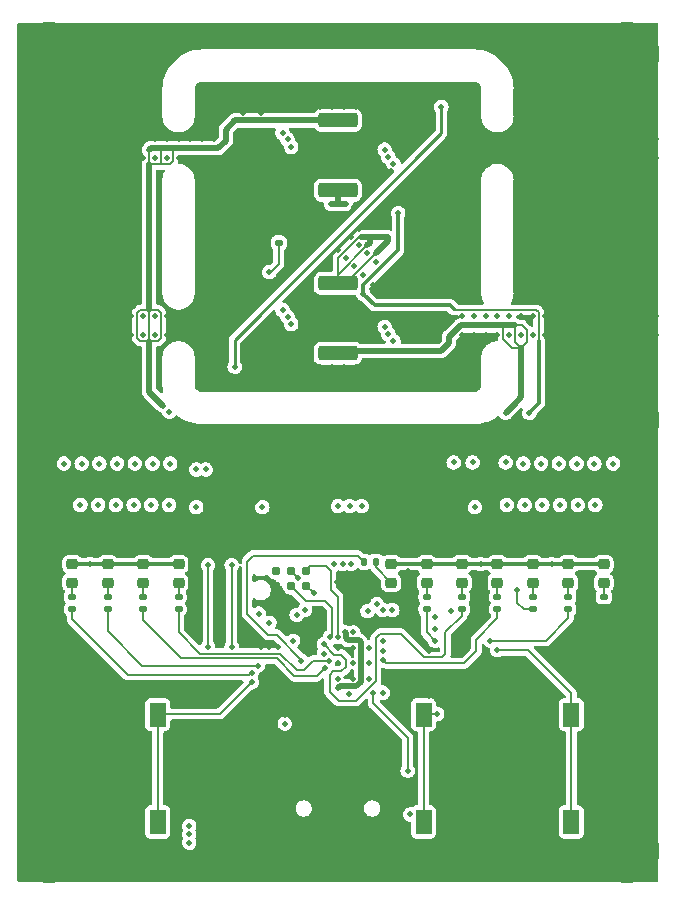
<source format=gbr>
%TF.GenerationSoftware,KiCad,Pcbnew,(6.0.7)*%
%TF.CreationDate,2022-08-30T14:04:15+02:00*%
%TF.ProjectId,LibreCAL,4c696272-6543-4414-9c2e-6b696361645f,rev?*%
%TF.SameCoordinates,Original*%
%TF.FileFunction,Copper,L4,Bot*%
%TF.FilePolarity,Positive*%
%FSLAX46Y46*%
G04 Gerber Fmt 4.6, Leading zero omitted, Abs format (unit mm)*
G04 Created by KiCad (PCBNEW (6.0.7)) date 2022-08-30 14:04:15*
%MOMM*%
%LPD*%
G01*
G04 APERTURE LIST*
G04 Aperture macros list*
%AMRoundRect*
0 Rectangle with rounded corners*
0 $1 Rounding radius*
0 $2 $3 $4 $5 $6 $7 $8 $9 X,Y pos of 4 corners*
0 Add a 4 corners polygon primitive as box body*
4,1,4,$2,$3,$4,$5,$6,$7,$8,$9,$2,$3,0*
0 Add four circle primitives for the rounded corners*
1,1,$1+$1,$2,$3*
1,1,$1+$1,$4,$5*
1,1,$1+$1,$6,$7*
1,1,$1+$1,$8,$9*
0 Add four rect primitives between the rounded corners*
20,1,$1+$1,$2,$3,$4,$5,0*
20,1,$1+$1,$4,$5,$6,$7,0*
20,1,$1+$1,$6,$7,$8,$9,0*
20,1,$1+$1,$8,$9,$2,$3,0*%
G04 Aperture macros list end*
%TA.AperFunction,ComponentPad*%
%ADD10C,1.400000*%
%TD*%
%TA.AperFunction,ConnectorPad*%
%ADD11C,5.500000*%
%TD*%
%TA.AperFunction,ComponentPad*%
%ADD12C,3.600000*%
%TD*%
%TA.AperFunction,ComponentPad*%
%ADD13O,1.000000X2.100000*%
%TD*%
%TA.AperFunction,ComponentPad*%
%ADD14O,1.000000X1.600000*%
%TD*%
%TA.AperFunction,SMDPad,CuDef*%
%ADD15RoundRect,0.250000X1.425000X-0.362500X1.425000X0.362500X-1.425000X0.362500X-1.425000X-0.362500X0*%
%TD*%
%TA.AperFunction,SMDPad,CuDef*%
%ADD16RoundRect,0.135000X-0.185000X0.135000X-0.185000X-0.135000X0.185000X-0.135000X0.185000X0.135000X0*%
%TD*%
%TA.AperFunction,SMDPad,CuDef*%
%ADD17RoundRect,0.218750X0.256250X-0.218750X0.256250X0.218750X-0.256250X0.218750X-0.256250X-0.218750X0*%
%TD*%
%TA.AperFunction,SMDPad,CuDef*%
%ADD18RoundRect,0.140000X-0.560000X0.910000X-0.560000X-0.910000X0.560000X-0.910000X0.560000X0.910000X0*%
%TD*%
%TA.AperFunction,SMDPad,CuDef*%
%ADD19RoundRect,0.135000X0.135000X0.185000X-0.135000X0.185000X-0.135000X-0.185000X0.135000X-0.185000X0*%
%TD*%
%TA.AperFunction,ConnectorPad*%
%ADD20C,0.787400*%
%TD*%
%TA.AperFunction,SMDPad,CuDef*%
%ADD21RoundRect,0.140000X0.560000X-0.910000X0.560000X0.910000X-0.560000X0.910000X-0.560000X-0.910000X0*%
%TD*%
%TA.AperFunction,SMDPad,CuDef*%
%ADD22RoundRect,0.135000X0.185000X-0.135000X0.185000X0.135000X-0.185000X0.135000X-0.185000X-0.135000X0*%
%TD*%
%TA.AperFunction,ViaPad*%
%ADD23C,0.500000*%
%TD*%
%TA.AperFunction,Conductor*%
%ADD24C,0.200000*%
%TD*%
%TA.AperFunction,Conductor*%
%ADD25C,0.300000*%
%TD*%
%TA.AperFunction,Conductor*%
%ADD26C,0.500000*%
%TD*%
%TA.AperFunction,Conductor*%
%ADD27C,0.180000*%
%TD*%
%TA.AperFunction,Conductor*%
%ADD28C,0.250000*%
%TD*%
G04 APERTURE END LIST*
D10*
%TO.P,J1,2,Ext*%
%TO.N,GND*%
X101750000Y-75780000D03*
%TO.P,J1,3,Ext*%
X103960000Y-75780000D03*
%TO.P,J1,4,Ext*%
X101750000Y-78220000D03*
%TO.P,J1,5,Ext*%
X103960000Y-78220000D03*
%TD*%
%TO.P,J3,2,Ext*%
%TO.N,GND*%
X153250000Y-78220000D03*
%TO.P,J3,3,Ext*%
X151040000Y-78220000D03*
%TO.P,J3,4,Ext*%
X153250000Y-75780000D03*
%TO.P,J3,5,Ext*%
X151040000Y-75780000D03*
%TD*%
%TO.P,J4,2,Ext*%
%TO.N,GND*%
X153250000Y-93220000D03*
%TO.P,J4,3,Ext*%
X151040000Y-93220000D03*
%TO.P,J4,4,Ext*%
X153250000Y-90780000D03*
%TO.P,J4,5,Ext*%
X151040000Y-90780000D03*
%TD*%
%TO.P,J2,2,Ext*%
%TO.N,GND*%
X101750000Y-90780000D03*
%TO.P,J2,3,Ext*%
X103960000Y-90780000D03*
%TO.P,J2,4,Ext*%
X101750000Y-93220000D03*
%TO.P,J2,5,Ext*%
X103960000Y-93220000D03*
%TD*%
D11*
%TO.P,H2,1,1*%
%TO.N,GND*%
X152000000Y-69000000D03*
D12*
X152000000Y-69000000D03*
%TD*%
D13*
%TO.P,J5,S1,SHIELD*%
%TO.N,GND*%
X123180000Y-132370000D03*
D14*
X123180000Y-136550000D03*
X131820000Y-136550000D03*
D13*
X131820000Y-132370000D03*
%TD*%
D11*
%TO.P,H5,1,1*%
%TO.N,GND*%
X152000000Y-100000000D03*
D12*
X152000000Y-100000000D03*
%TD*%
D11*
%TO.P,H3,1,1*%
%TO.N,GND*%
X103000000Y-69000000D03*
D12*
X103000000Y-69000000D03*
%TD*%
%TO.P,H4,1,1*%
%TO.N,GND*%
X103000000Y-136500000D03*
D11*
X103000000Y-136500000D03*
%TD*%
%TO.P,H6,1,1*%
%TO.N,GND*%
X103000000Y-100000000D03*
D12*
X103000000Y-100000000D03*
%TD*%
%TO.P,H1,1,1*%
%TO.N,GND*%
X152000000Y-136500000D03*
D11*
X152000000Y-136500000D03*
%TD*%
D15*
%TO.P,R9,1*%
%TO.N,Net-(R8-Pad2)*%
X127500000Y-80562500D03*
%TO.P,R9,2*%
%TO.N,Net-(Q1-Pad3)*%
X127500000Y-74637500D03*
%TD*%
D16*
%TO.P,R22,1*%
%TO.N,Net-(D9-Pad1)*%
X141000000Y-114990000D03*
%TO.P,R22,2*%
%TO.N,LED_PORT1*%
X141000000Y-116010000D03*
%TD*%
D17*
%TO.P,D1,1,K*%
%TO.N,Net-(D1-Pad1)*%
X150000000Y-113787500D03*
%TO.P,D1,2,A*%
%TO.N,+3V3*%
X150000000Y-112212500D03*
%TD*%
%TO.P,D8,1,K*%
%TO.N,Net-(D8-Pad1)*%
X138000000Y-113787500D03*
%TO.P,D8,2,A*%
%TO.N,+3V3*%
X138000000Y-112212500D03*
%TD*%
D16*
%TO.P,R18,1*%
%TO.N,Net-(D5-Pad1)*%
X111000000Y-114990000D03*
%TO.P,R18,2*%
%TO.N,LED_SHORT*%
X111000000Y-116010000D03*
%TD*%
%TO.P,R24,1*%
%TO.N,Net-(D11-Pad1)*%
X135000000Y-114990000D03*
%TO.P,R24,2*%
%TO.N,LED_PORT3*%
X135000000Y-116010000D03*
%TD*%
D18*
%TO.P,SW1,1,1*%
%TO.N,GND*%
X139250000Y-124950000D03*
%TO.P,SW1,2,2*%
X139250000Y-134050000D03*
%TO.P,SW1,3,K*%
%TO.N,Net-(R7-Pad2)*%
X134750000Y-124950000D03*
%TO.P,SW1,4,A*%
X134750000Y-134050000D03*
%TD*%
D17*
%TO.P,D10,1,K*%
%TO.N,Net-(D10-Pad1)*%
X132000000Y-113787500D03*
%TO.P,D10,2,A*%
%TO.N,+3V3*%
X132000000Y-112212500D03*
%TD*%
%TO.P,D11,1,K*%
%TO.N,Net-(D11-Pad1)*%
X135000000Y-113787500D03*
%TO.P,D11,2,A*%
%TO.N,+3V3*%
X135000000Y-112212500D03*
%TD*%
D19*
%TO.P,R23,1*%
%TO.N,Net-(D10-Pad1)*%
X130710000Y-112000000D03*
%TO.P,R23,2*%
%TO.N,LED_PORT4*%
X129690000Y-112000000D03*
%TD*%
D17*
%TO.P,D9,1,K*%
%TO.N,Net-(D9-Pad1)*%
X141000000Y-113787500D03*
%TO.P,D9,2,A*%
%TO.N,+3V3*%
X141000000Y-112212500D03*
%TD*%
%TO.P,D5,1,K*%
%TO.N,Net-(D5-Pad1)*%
X111000000Y-113787500D03*
%TO.P,D5,2,A*%
%TO.N,+3V3*%
X111000000Y-112212500D03*
%TD*%
D16*
%TO.P,R15,1*%
%TO.N,Net-(D2-Pad1)*%
X147000000Y-114990000D03*
%TO.P,R15,2*%
%TO.N,LED_READY*%
X147000000Y-116010000D03*
%TD*%
%TO.P,R19,1*%
%TO.N,Net-(D6-Pad1)*%
X108000000Y-114990000D03*
%TO.P,R19,2*%
%TO.N,LED_LOAD*%
X108000000Y-116010000D03*
%TD*%
%TO.P,R16,1*%
%TO.N,Net-(D3-Pad1)*%
X144000000Y-114990000D03*
%TO.P,R16,2*%
%TO.N,LED_WAIT*%
X144000000Y-116010000D03*
%TD*%
%TO.P,R21,1*%
%TO.N,Net-(D8-Pad1)*%
X138000000Y-114990000D03*
%TO.P,R21,2*%
%TO.N,LED_PORT2*%
X138000000Y-116010000D03*
%TD*%
D20*
%TO.P,J6,1,VCC*%
%TO.N,+3V3*%
X124770000Y-114035000D03*
%TO.P,J6,2,SWDIO*%
%TO.N,Net-(J6-Pad2)*%
X124770000Y-112765000D03*
%TO.P,J6,3,nRESET*%
%TO.N,Net-(J6-Pad3)*%
X123500000Y-114035000D03*
%TO.P,J6,4,SWCLK*%
%TO.N,Net-(J6-Pad4)*%
X123500000Y-112765000D03*
%TO.P,J6,5,GND*%
%TO.N,GND*%
X122230000Y-114035000D03*
%TO.P,J6,6,SWO*%
%TO.N,unconnected-(J6-Pad6)*%
X122230000Y-112765000D03*
%TD*%
D16*
%TO.P,R20,1*%
%TO.N,Net-(D7-Pad1)*%
X105000000Y-114990000D03*
%TO.P,R20,2*%
%TO.N,LED_THROUGH*%
X105000000Y-116010000D03*
%TD*%
D21*
%TO.P,SW3,1,1*%
%TO.N,GND*%
X107750000Y-134050000D03*
%TO.P,SW3,2,2*%
X107750000Y-124950000D03*
%TO.P,SW3,3,K*%
%TO.N,BUTTON3*%
X112250000Y-134050000D03*
%TO.P,SW3,4,A*%
X112250000Y-124950000D03*
%TD*%
D16*
%TO.P,R17,1*%
%TO.N,Net-(D4-Pad1)*%
X114000000Y-114990000D03*
%TO.P,R17,2*%
%TO.N,LED_OPEN*%
X114000000Y-116010000D03*
%TD*%
%TO.P,R14,1*%
%TO.N,Net-(D1-Pad1)*%
X150000000Y-114990000D03*
%TO.P,R14,2*%
%TO.N,GND*%
X150000000Y-116010000D03*
%TD*%
D17*
%TO.P,D6,1,K*%
%TO.N,Net-(D6-Pad1)*%
X108000000Y-113787500D03*
%TO.P,D6,2,A*%
%TO.N,+3V3*%
X108000000Y-112212500D03*
%TD*%
D15*
%TO.P,R8,1*%
%TO.N,Net-(C49-Pad3)*%
X127500000Y-94362500D03*
%TO.P,R8,2*%
%TO.N,Net-(R8-Pad2)*%
X127500000Y-88437500D03*
%TD*%
D17*
%TO.P,D3,1,K*%
%TO.N,Net-(D3-Pad1)*%
X144000000Y-113787500D03*
%TO.P,D3,2,A*%
%TO.N,+3V3*%
X144000000Y-112212500D03*
%TD*%
%TO.P,D2,1,K*%
%TO.N,Net-(D2-Pad1)*%
X147000000Y-113787500D03*
%TO.P,D2,2,A*%
%TO.N,+3V3*%
X147000000Y-112212500D03*
%TD*%
D22*
%TO.P,TH1,1*%
%TO.N,Net-(C50-Pad3)*%
X122500000Y-85010000D03*
%TO.P,TH1,2*%
%TO.N,GND*%
X122500000Y-83990000D03*
%TD*%
D21*
%TO.P,SW2,1,1*%
%TO.N,GND*%
X142750000Y-134050000D03*
%TO.P,SW2,2,2*%
X142750000Y-124950000D03*
%TO.P,SW2,3,K*%
%TO.N,BUTTON1*%
X147250000Y-134050000D03*
%TO.P,SW2,4,A*%
X147250000Y-124950000D03*
%TD*%
D17*
%TO.P,D7,1,K*%
%TO.N,Net-(D7-Pad1)*%
X105000000Y-113787500D03*
%TO.P,D7,2,A*%
%TO.N,+3V3*%
X105000000Y-112212500D03*
%TD*%
%TO.P,D4,1,K*%
%TO.N,Net-(D4-Pad1)*%
X114000000Y-113787500D03*
%TO.P,D4,2,A*%
%TO.N,+3V3*%
X114000000Y-112212500D03*
%TD*%
D23*
%TO.N,GND*%
X115900000Y-90300000D03*
X139100000Y-94000000D03*
X139100000Y-78700000D03*
X115900000Y-75100000D03*
%TO.N,+3V3*%
X131300000Y-123100000D03*
X139100000Y-107400000D03*
X114900000Y-134400000D03*
X133600000Y-133400000D03*
X114900000Y-135800000D03*
X106500000Y-112200000D03*
X145587500Y-112212500D03*
X126300000Y-119800000D03*
X128400000Y-123200000D03*
X125500000Y-114700000D03*
X131300000Y-119600000D03*
X128800000Y-118000000D03*
X114900000Y-135100000D03*
X123000000Y-125710500D03*
X137099500Y-116200000D03*
X139587500Y-112212500D03*
%TO.N,GND*%
X119000000Y-68000000D03*
X102900000Y-92800000D03*
X113000000Y-137500000D03*
X137000000Y-74000000D03*
X127500000Y-121900000D03*
X101000000Y-107500000D03*
X101000000Y-111500000D03*
X108750000Y-105000000D03*
X126000000Y-109500000D03*
X141000000Y-91200000D03*
X136800000Y-133400000D03*
X143000000Y-109500000D03*
X145000000Y-100500000D03*
X149000000Y-137500000D03*
X114000000Y-102500000D03*
X154000000Y-82500000D03*
X101000000Y-83500000D03*
X147000000Y-109500000D03*
X138400000Y-118800000D03*
X120000000Y-138500000D03*
X144000000Y-110500000D03*
X122000000Y-79800000D03*
X122000000Y-101500000D03*
X152100000Y-76200000D03*
X109000000Y-101500000D03*
X136700000Y-104400000D03*
X123000000Y-67000000D03*
X130000000Y-68000000D03*
X135000000Y-109500000D03*
X121000000Y-96800000D03*
X153000000Y-85500000D03*
X147000000Y-76200000D03*
X116000000Y-109500000D03*
X130000000Y-108500000D03*
X123000000Y-109500000D03*
X127000000Y-110500000D03*
X135000000Y-108500000D03*
X132000000Y-138500000D03*
X146250000Y-105000000D03*
X104000000Y-108500000D03*
X130000000Y-95500000D03*
X146000000Y-138500000D03*
X115000000Y-68000000D03*
X133950000Y-91200000D03*
X135000000Y-86400000D03*
X119750000Y-95550000D03*
X141500000Y-104800000D03*
X117000000Y-77800000D03*
X154000000Y-115500000D03*
X118000000Y-102500000D03*
X113250000Y-105000000D03*
X138000000Y-68000000D03*
X141000000Y-108500000D03*
X147000000Y-67000000D03*
X134000000Y-95000000D03*
X117000000Y-68000000D03*
X123300000Y-89800000D03*
X154000000Y-84500000D03*
X127000000Y-97000000D03*
X123000000Y-79800000D03*
X126000000Y-67000000D03*
X124000000Y-109500000D03*
X133700000Y-74000000D03*
X110000000Y-77800000D03*
X102000000Y-112500000D03*
X134000000Y-102500000D03*
X138000000Y-67000000D03*
X128900000Y-87000000D03*
X118000000Y-68000000D03*
X151000000Y-110500000D03*
X100600000Y-76200000D03*
X120000000Y-80600000D03*
X152997770Y-120404284D03*
X107000000Y-110500000D03*
X102000000Y-132500000D03*
X129000000Y-108500000D03*
X119500000Y-88000000D03*
X102000000Y-126500000D03*
X102000000Y-106500000D03*
X131000000Y-97000000D03*
X139000000Y-91200000D03*
X126000000Y-72000000D03*
X126300000Y-126800000D03*
X124000000Y-102500000D03*
X153000000Y-88500000D03*
X107000000Y-68000000D03*
X149000000Y-67000000D03*
X101000000Y-128500000D03*
X153997770Y-123404284D03*
X128000000Y-101500000D03*
X140000000Y-108500000D03*
X137000000Y-137500000D03*
X146000000Y-102500000D03*
X149000000Y-91200000D03*
X144000000Y-137500000D03*
X102000000Y-95500000D03*
X122000000Y-81400000D03*
X149000000Y-109500000D03*
X122900000Y-88000000D03*
X120000000Y-77800000D03*
X127000000Y-101500000D03*
X143000000Y-138500000D03*
X100600000Y-92800000D03*
X114000000Y-108500000D03*
X122000000Y-68000000D03*
X145000000Y-110500000D03*
X144000000Y-77800000D03*
X116100000Y-89300000D03*
X119000000Y-110500000D03*
X102000000Y-81500000D03*
X125000000Y-101500000D03*
X121700000Y-119200000D03*
X116000000Y-138500000D03*
X134000000Y-109500000D03*
X113000000Y-109500000D03*
X154000000Y-103500000D03*
X134000000Y-82000000D03*
X109000000Y-76200000D03*
X143000000Y-137500000D03*
X144000000Y-91200000D03*
X134000000Y-84000000D03*
X133700000Y-95500000D03*
X135500000Y-83000000D03*
X131150000Y-89200000D03*
X112000000Y-67000000D03*
X127000000Y-73500000D03*
X118600000Y-106900000D03*
X115000000Y-109500000D03*
X139300000Y-132500000D03*
X141000000Y-76200000D03*
X145000000Y-138500000D03*
X113000000Y-68000000D03*
X119600000Y-91300000D03*
X130700000Y-103600000D03*
X128000000Y-102500000D03*
X125000000Y-83100000D03*
X122000000Y-109500000D03*
X154400000Y-91200000D03*
X134000000Y-138500000D03*
X101000000Y-126500000D03*
X120600000Y-106900000D03*
X107000000Y-137500000D03*
X108000000Y-138500000D03*
X131000000Y-101500000D03*
X124000000Y-110500000D03*
X114000000Y-77800000D03*
X101000000Y-115500000D03*
X131000000Y-137500000D03*
X130000000Y-138500000D03*
X136000000Y-109500000D03*
X116000000Y-67000000D03*
X125300000Y-126800000D03*
X153000000Y-95500000D03*
X113000000Y-91200000D03*
X152997770Y-121404284D03*
X142000000Y-110500000D03*
X112000000Y-76200000D03*
X142000000Y-92800000D03*
X130000000Y-97000000D03*
X130100000Y-120600000D03*
X153000000Y-84500000D03*
X124700000Y-80600000D03*
X107000000Y-108500000D03*
X116000000Y-110500000D03*
X147000000Y-77800000D03*
X128000000Y-97000000D03*
X101000000Y-130500000D03*
X147000000Y-108500000D03*
X119000000Y-101500000D03*
X114000000Y-137500000D03*
X102000000Y-131500000D03*
X115000000Y-110500000D03*
X138700000Y-80400000D03*
X154000000Y-97500000D03*
X129000000Y-137500000D03*
X146000000Y-100500000D03*
X145000000Y-91200000D03*
X119000000Y-109500000D03*
X132000000Y-67000000D03*
X123300000Y-129700000D03*
X102000000Y-121500000D03*
X119000000Y-102500000D03*
X134000000Y-80000000D03*
X130000000Y-83100000D03*
X144000000Y-92800000D03*
X101000000Y-80500000D03*
X122400000Y-119200000D03*
X120000000Y-67000000D03*
X124000000Y-67000000D03*
X102000000Y-123500000D03*
X129000000Y-73500000D03*
X141600000Y-127200000D03*
X116000000Y-137500000D03*
X101000000Y-73500000D03*
X138100000Y-95600000D03*
X116000000Y-92800000D03*
X102000000Y-97500000D03*
X102000000Y-73500000D03*
X148000000Y-91200000D03*
X125700000Y-85200000D03*
X120000000Y-101500000D03*
X120000000Y-137500000D03*
X153000000Y-81500000D03*
X134000000Y-83000000D03*
X117000000Y-102500000D03*
X138000000Y-92800000D03*
X101000000Y-121500000D03*
X153000000Y-108500000D03*
X101000000Y-97500000D03*
X146000000Y-68000000D03*
X146000000Y-101500000D03*
X118900000Y-92000000D03*
X102000000Y-129500000D03*
X137400000Y-118800000D03*
X140000000Y-110500000D03*
X122000000Y-102500000D03*
X153997770Y-122404284D03*
X153000000Y-109500000D03*
X133050000Y-80050000D03*
X118500000Y-82600000D03*
X136500000Y-86400000D03*
X144000000Y-108500000D03*
X113000000Y-102500000D03*
X153997770Y-116404284D03*
X146000000Y-91200000D03*
X101000000Y-117500000D03*
X137300000Y-79800000D03*
X113000000Y-138500000D03*
X136000000Y-102500000D03*
X128000000Y-138500000D03*
X133000000Y-72000000D03*
X153000000Y-82500000D03*
X101000000Y-101500000D03*
X148000000Y-67000000D03*
X122000000Y-108500000D03*
X136500000Y-87400000D03*
X108000000Y-102500000D03*
X108000000Y-110500000D03*
X123200000Y-123400000D03*
X111000000Y-101500000D03*
X129000000Y-97000000D03*
X116000000Y-101500000D03*
X124700000Y-88400000D03*
X125000000Y-67000000D03*
X130000000Y-109500000D03*
X153000000Y-130500000D03*
X133000000Y-110500000D03*
X149000000Y-110500000D03*
X140000000Y-137500000D03*
X138000000Y-110500000D03*
X108000000Y-101500000D03*
X135000000Y-138500000D03*
X150000000Y-110500000D03*
X146000000Y-109500000D03*
X136050000Y-91200000D03*
X106000000Y-110500000D03*
X104000000Y-109500000D03*
X147000000Y-92800000D03*
X143000000Y-77800000D03*
X143000000Y-92800000D03*
X116000000Y-91200000D03*
X122000000Y-73500000D03*
X121000000Y-79400000D03*
X134000000Y-137500000D03*
X154000000Y-106500000D03*
X135500000Y-95000000D03*
X133000000Y-137500000D03*
X115000000Y-138500000D03*
X133400000Y-113700000D03*
X111000000Y-102500000D03*
X101000000Y-88500000D03*
X153000000Y-113500000D03*
X145000000Y-67000000D03*
X118950000Y-75700000D03*
X121050000Y-76750000D03*
X101000000Y-96500000D03*
X101000000Y-81500000D03*
X132000000Y-109500000D03*
X137000000Y-109500000D03*
X134000000Y-101500000D03*
X122000000Y-72000000D03*
X139000000Y-101500000D03*
X153000000Y-106500000D03*
X124000000Y-89100000D03*
X149000000Y-138500000D03*
X150000000Y-76200000D03*
X142000000Y-77800000D03*
X142000000Y-91200000D03*
X137000000Y-108500000D03*
X154000000Y-81500000D03*
X129000000Y-67000000D03*
X101000000Y-129500000D03*
X131250000Y-79650000D03*
X154000000Y-99500000D03*
X136000000Y-137500000D03*
X124000000Y-95500000D03*
X111750000Y-105000000D03*
X121250000Y-72000000D03*
X117000000Y-137500000D03*
X124300000Y-126800000D03*
X102000000Y-84500000D03*
X127500000Y-85600000D03*
X102000000Y-96500000D03*
X143000000Y-110500000D03*
X142800000Y-126600000D03*
X110000000Y-68000000D03*
X125000000Y-97000000D03*
X140000000Y-92800000D03*
X143000000Y-100500000D03*
X124000000Y-73500000D03*
X127000000Y-95500000D03*
X102000000Y-107500000D03*
X128800000Y-126800000D03*
X109000000Y-77800000D03*
X132350000Y-80750000D03*
X119200000Y-96300000D03*
X147000000Y-100500000D03*
X139000000Y-77800000D03*
X105000000Y-109500000D03*
X147000000Y-138500000D03*
X111000000Y-68000000D03*
X121050000Y-92000000D03*
X110000000Y-67000000D03*
X122000000Y-110500000D03*
X137000000Y-74750000D03*
X133900000Y-89500000D03*
X110000000Y-102500000D03*
X118950000Y-77800000D03*
X154000000Y-109500000D03*
X121000000Y-138500000D03*
X135500000Y-81000000D03*
X125000000Y-108500000D03*
X129900000Y-126900000D03*
X120000000Y-81600000D03*
X138000000Y-108500000D03*
X101000000Y-109500000D03*
X153000000Y-83500000D03*
X111000000Y-108500000D03*
X143000000Y-91200000D03*
X101000000Y-113500000D03*
X149000000Y-92800000D03*
X138000000Y-102500000D03*
X115000000Y-76200000D03*
X114000000Y-91200000D03*
X140000000Y-100500000D03*
X102000000Y-108500000D03*
X135000000Y-92250000D03*
X102000000Y-113500000D03*
X132000000Y-73500000D03*
X131000000Y-95500000D03*
X118950000Y-76750000D03*
X112000000Y-92800000D03*
X153997770Y-120404284D03*
X140000000Y-138500000D03*
X115000000Y-102500000D03*
X136500000Y-85400000D03*
X125000000Y-73500000D03*
X145000000Y-76200000D03*
X117000000Y-110500000D03*
X133000000Y-68000000D03*
X139100000Y-105300000D03*
X105000000Y-110500000D03*
X124000000Y-101500000D03*
X140000000Y-109500000D03*
X153000000Y-105500000D03*
X118500000Y-83600000D03*
X130300000Y-80600000D03*
X150800000Y-105000000D03*
X114000000Y-110500000D03*
X136700000Y-72700000D03*
X110000000Y-92800000D03*
X107800000Y-132500000D03*
X113000000Y-110500000D03*
X137200000Y-73300000D03*
X101000000Y-116500000D03*
X133000000Y-102500000D03*
X153997770Y-119404284D03*
X111000000Y-76200000D03*
X137000000Y-102500000D03*
X153000000Y-87500000D03*
X124000000Y-108500000D03*
X118950000Y-90700000D03*
X111000000Y-67000000D03*
X125700000Y-83800000D03*
X148000000Y-76200000D03*
X124300000Y-82400000D03*
X144000000Y-109500000D03*
X101000000Y-98500000D03*
X119000000Y-108500000D03*
X109000000Y-91200000D03*
X153000000Y-131500000D03*
X138000000Y-77800000D03*
X121000000Y-68000000D03*
X111000000Y-91200000D03*
X129300000Y-83800000D03*
X154000000Y-133500000D03*
X149250000Y-105000000D03*
X142000000Y-100500000D03*
X145000000Y-68000000D03*
X133400000Y-112800000D03*
X146000000Y-108500000D03*
X148000000Y-137500000D03*
X149000000Y-76200000D03*
X153000000Y-127500000D03*
X114000000Y-92800000D03*
X149000000Y-102500000D03*
X136050000Y-92250000D03*
X120000000Y-83400000D03*
X100600000Y-91200000D03*
X131400000Y-81700000D03*
X136500000Y-88400000D03*
X113000000Y-92800000D03*
X119000000Y-67000000D03*
X154000000Y-87500000D03*
X118500000Y-81600000D03*
X109000000Y-137500000D03*
X144000000Y-76200000D03*
X154000000Y-108500000D03*
X115000000Y-77800000D03*
X135200000Y-119600000D03*
X123000000Y-110500000D03*
X131950000Y-78950000D03*
X116000000Y-108500000D03*
X101000000Y-72500000D03*
X105000000Y-91200000D03*
X129600000Y-87700000D03*
X153997770Y-121404284D03*
X132000000Y-102500000D03*
X150000000Y-108500000D03*
X101000000Y-104500000D03*
X141500000Y-106200000D03*
X142900000Y-132500000D03*
X127000000Y-138500000D03*
X118000000Y-94250000D03*
X130500000Y-88600000D03*
X105000000Y-76200000D03*
X139000000Y-102500000D03*
X113000000Y-101500000D03*
X101000000Y-84500000D03*
X141000000Y-67000000D03*
X107000000Y-91200000D03*
X135500000Y-95700000D03*
X148000000Y-92800000D03*
X140000000Y-101500000D03*
X105000000Y-92800000D03*
X120000000Y-109500000D03*
X110000000Y-91200000D03*
X152100000Y-92800000D03*
X122000000Y-137500000D03*
X154000000Y-85500000D03*
X139000000Y-68000000D03*
X121000000Y-110500000D03*
X133000000Y-67000000D03*
X147000000Y-91200000D03*
X125000000Y-137500000D03*
X154000000Y-128500000D03*
X136000000Y-68000000D03*
X141000000Y-77800000D03*
X136100000Y-84500000D03*
X116000000Y-77800000D03*
X134300000Y-84900000D03*
X111000000Y-100500000D03*
X154000000Y-113500000D03*
X149000000Y-101500000D03*
X145000000Y-101500000D03*
X154000000Y-96500000D03*
X154000000Y-98500000D03*
X128800000Y-119300000D03*
X141000000Y-102500000D03*
X154000000Y-126500000D03*
X107000000Y-67000000D03*
X105750000Y-105000000D03*
X135000000Y-85600000D03*
X105000000Y-108500000D03*
X101000000Y-119500000D03*
X145000000Y-108500000D03*
X152997770Y-116404284D03*
X134000000Y-108500000D03*
X121000000Y-108500000D03*
X102000000Y-125500000D03*
X147000000Y-101500000D03*
X133000000Y-95500000D03*
X106000000Y-102500000D03*
X125000000Y-110500000D03*
X101000000Y-103500000D03*
X131900000Y-129700000D03*
X139000000Y-108500000D03*
X119600000Y-106900000D03*
X141000000Y-138500000D03*
X128000000Y-67000000D03*
X153000000Y-129500000D03*
X128800000Y-121900000D03*
X130000000Y-101500000D03*
X130100000Y-119300000D03*
X111000000Y-137500000D03*
X120000000Y-82600000D03*
X154000000Y-100500000D03*
X154000000Y-131500000D03*
X128900000Y-82000000D03*
X138000000Y-138500000D03*
X108000000Y-68000000D03*
X138000000Y-101500000D03*
X124000000Y-137500000D03*
X144000000Y-101500000D03*
X101000000Y-127500000D03*
X130700000Y-82400000D03*
X108000000Y-109500000D03*
X113000000Y-100500000D03*
X121000000Y-137500000D03*
X132000000Y-108500000D03*
X135500000Y-82000000D03*
X129000000Y-102500000D03*
X125400000Y-81300000D03*
X143000000Y-67000000D03*
X134600000Y-72800000D03*
X152100000Y-91200000D03*
X153000000Y-125500000D03*
X109000000Y-110500000D03*
X102000000Y-109500000D03*
X136000000Y-110500000D03*
X126800000Y-82700000D03*
X152997770Y-118404284D03*
X106000000Y-137500000D03*
X143000000Y-102500000D03*
X121000000Y-88000000D03*
X109000000Y-67000000D03*
X150000000Y-92800000D03*
X140000000Y-68000000D03*
X154000000Y-114500000D03*
X130000000Y-67000000D03*
X148000000Y-68000000D03*
X107000000Y-76200000D03*
X112000000Y-110500000D03*
X143000000Y-76200000D03*
X139000000Y-109500000D03*
X120700000Y-84100000D03*
X145000000Y-109500000D03*
X126100000Y-87000000D03*
X132000000Y-101500000D03*
X102000000Y-80500000D03*
X120000000Y-68000000D03*
X137500000Y-95400000D03*
X117800000Y-95700000D03*
X109000000Y-102500000D03*
X154000000Y-110500000D03*
X102000000Y-117500000D03*
X118000000Y-67000000D03*
X116400000Y-106800000D03*
X102900000Y-91200000D03*
X106000000Y-91200000D03*
X140000000Y-76200000D03*
X141000000Y-92800000D03*
X153000000Y-133500000D03*
X139000000Y-67000000D03*
X102000000Y-88500000D03*
X151000000Y-109500000D03*
X121000000Y-85000000D03*
X120500000Y-72200000D03*
X138900000Y-94800000D03*
X113000000Y-76200000D03*
X118000000Y-138500000D03*
X121000000Y-89000000D03*
X121000000Y-74000000D03*
X131000000Y-73500000D03*
X126800000Y-86300000D03*
X153997770Y-117404284D03*
X107000000Y-77800000D03*
X149000000Y-108500000D03*
X109000000Y-68000000D03*
X129000000Y-138500000D03*
X102000000Y-72500000D03*
X108000000Y-76200000D03*
X150000000Y-91200000D03*
X137000000Y-138500000D03*
X107000000Y-109500000D03*
X129000000Y-101500000D03*
X133000000Y-108500000D03*
X117000000Y-109500000D03*
X152000000Y-108500000D03*
X135000000Y-110500000D03*
X128000000Y-68000000D03*
X144000000Y-102500000D03*
X118000000Y-137500000D03*
X125000000Y-72000000D03*
X117000000Y-92800000D03*
X124000000Y-72000000D03*
X123700000Y-81800000D03*
X130000000Y-102500000D03*
X154000000Y-72500000D03*
X154000000Y-111500000D03*
X152997770Y-117404284D03*
X153000000Y-132500000D03*
X106000000Y-92800000D03*
X123000000Y-68000000D03*
X131000000Y-102500000D03*
X133000000Y-89200000D03*
X115000000Y-67000000D03*
X130700000Y-86600000D03*
X149000000Y-68000000D03*
X132000000Y-68000000D03*
X101000000Y-114500000D03*
X126000000Y-110500000D03*
X124000000Y-138500000D03*
X129000000Y-95500000D03*
X118000000Y-108500000D03*
X119500000Y-87000000D03*
X153000000Y-115500000D03*
X117700000Y-89300000D03*
X111000000Y-77800000D03*
X153000000Y-111500000D03*
X118000000Y-110500000D03*
X144000000Y-67000000D03*
X131000000Y-109500000D03*
X121000000Y-102500000D03*
X116300000Y-88700000D03*
X134000000Y-72200000D03*
X114000000Y-68000000D03*
X102000000Y-83500000D03*
X106000000Y-109500000D03*
X122800000Y-114600000D03*
X145000000Y-92800000D03*
X123000000Y-97000000D03*
X141000000Y-137500000D03*
X135200000Y-123400000D03*
X115400000Y-106200000D03*
X102000000Y-114500000D03*
X118300000Y-96300000D03*
X127500000Y-120600000D03*
X136800000Y-132400000D03*
X132000000Y-89200000D03*
X101000000Y-105500000D03*
X126000000Y-102500000D03*
X148000000Y-109500000D03*
X133900000Y-77000000D03*
X154000000Y-130500000D03*
X101000000Y-125500000D03*
X103000000Y-109500000D03*
X117000000Y-101500000D03*
X128800000Y-120600000D03*
X114000000Y-76200000D03*
X149000000Y-77800000D03*
X135300000Y-103600000D03*
X121600000Y-130200000D03*
X129000000Y-110500000D03*
X127000000Y-108500000D03*
X102000000Y-130500000D03*
X138000000Y-124900000D03*
X136500000Y-89500000D03*
X127000000Y-67000000D03*
X121050000Y-77800000D03*
X128000000Y-95500000D03*
X114000000Y-109500000D03*
X132000000Y-97000000D03*
X154000000Y-86500000D03*
X138000000Y-91200000D03*
X123000000Y-73500000D03*
X143000000Y-101500000D03*
X105000000Y-101500000D03*
X120000000Y-76750000D03*
X116900000Y-88500000D03*
X143250000Y-105000000D03*
X120600000Y-104800000D03*
X127000000Y-72000000D03*
X101000000Y-95500000D03*
X133950000Y-92250000D03*
X101000000Y-131500000D03*
X141000000Y-100500000D03*
X110000000Y-138500000D03*
X129000000Y-109500000D03*
X131000000Y-72000000D03*
X101000000Y-132500000D03*
X154000000Y-132500000D03*
X126000000Y-95500000D03*
X117000000Y-138500000D03*
X121300000Y-73500000D03*
X153000000Y-128500000D03*
X133000000Y-87600000D03*
X130000000Y-110500000D03*
X135250000Y-73450000D03*
X119500000Y-89000000D03*
X127400000Y-113700000D03*
X134000000Y-81000000D03*
X123000000Y-138500000D03*
X130000000Y-137500000D03*
X122000000Y-95500000D03*
X102000000Y-118500000D03*
X104000000Y-110500000D03*
X122000000Y-67000000D03*
X135000000Y-88400000D03*
X144000000Y-68000000D03*
X101000000Y-102500000D03*
X153000000Y-86500000D03*
X136000000Y-108500000D03*
X135000000Y-137500000D03*
X119000000Y-137500000D03*
X102000000Y-85500000D03*
X125000000Y-85900000D03*
X130000000Y-72000000D03*
X118000000Y-95000000D03*
X138000000Y-109500000D03*
X153000000Y-112500000D03*
X113000000Y-77800000D03*
X125000000Y-102500000D03*
X128200000Y-86300000D03*
X137000000Y-110500000D03*
X153000000Y-72500000D03*
X101000000Y-86500000D03*
X107000000Y-138500000D03*
X101000000Y-87500000D03*
X103000000Y-108500000D03*
X123000000Y-81400000D03*
X153000000Y-104500000D03*
X135000000Y-91200000D03*
X153000000Y-97500000D03*
X129500000Y-115200000D03*
X112000000Y-91200000D03*
X131000000Y-108500000D03*
X154000000Y-80500000D03*
X102000000Y-116500000D03*
X121300000Y-95000000D03*
X142000000Y-138500000D03*
X133000000Y-138500000D03*
X133000000Y-101500000D03*
X144000000Y-138500000D03*
X111000000Y-92800000D03*
X146000000Y-76200000D03*
X117500000Y-73600000D03*
X116000000Y-102500000D03*
X154000000Y-104500000D03*
X154000000Y-83500000D03*
X107250000Y-105000000D03*
X135000000Y-67000000D03*
X142000000Y-68000000D03*
X128000000Y-73500000D03*
X153997770Y-118404284D03*
X114000000Y-67000000D03*
X132000000Y-72000000D03*
X123000000Y-108500000D03*
X124000000Y-68000000D03*
X154000000Y-112500000D03*
X154000000Y-73500000D03*
X152997770Y-122404284D03*
X102000000Y-86500000D03*
X133750000Y-97000000D03*
X110000000Y-100500000D03*
X134000000Y-87600000D03*
X135000000Y-68000000D03*
X117500000Y-106900000D03*
X119500000Y-74000000D03*
X115000000Y-92800000D03*
X111000000Y-109500000D03*
X118000000Y-109500000D03*
X121200000Y-125000000D03*
X115000000Y-100500000D03*
X134000000Y-110500000D03*
X110000000Y-101500000D03*
X126000000Y-101500000D03*
X148000000Y-102500000D03*
X135300000Y-104400000D03*
X102900000Y-76200000D03*
X108000000Y-67000000D03*
X102000000Y-105500000D03*
X146000000Y-110500000D03*
X146000000Y-137500000D03*
X112000000Y-137500000D03*
X128000000Y-109500000D03*
X137000000Y-67000000D03*
X113000000Y-67000000D03*
X148000000Y-110500000D03*
X101000000Y-124500000D03*
X114000000Y-138500000D03*
X123000000Y-125000000D03*
X133000000Y-73500000D03*
X125000000Y-68000000D03*
X134800000Y-78300000D03*
X120200000Y-92850000D03*
X152997770Y-124404284D03*
X118500000Y-79500000D03*
X108000000Y-77800000D03*
X121000000Y-101500000D03*
X148000000Y-77800000D03*
X123000000Y-102500000D03*
X154000000Y-95500000D03*
X116000000Y-76200000D03*
X152000000Y-109500000D03*
X112000000Y-77800000D03*
X153000000Y-102500000D03*
X138700000Y-95400000D03*
X116900000Y-73400000D03*
X143000000Y-68000000D03*
X128000000Y-72000000D03*
X131000000Y-68000000D03*
X128400000Y-113700000D03*
X127500000Y-119300000D03*
X107000000Y-100500000D03*
X110000000Y-108500000D03*
X122000000Y-138500000D03*
X131000000Y-138500000D03*
X109000000Y-92800000D03*
X106000000Y-108500000D03*
X101000000Y-118500000D03*
X126000000Y-73500000D03*
X111000000Y-138500000D03*
X112000000Y-138500000D03*
X134700000Y-76200000D03*
X115800000Y-134000000D03*
X106000000Y-76200000D03*
X142000000Y-108500000D03*
X135800000Y-72700000D03*
X133950000Y-93300000D03*
X154000000Y-88500000D03*
X139000000Y-76200000D03*
X123600000Y-87300000D03*
X147750000Y-105000000D03*
X143600000Y-123500000D03*
X151000000Y-108500000D03*
X125400000Y-87700000D03*
X102000000Y-103500000D03*
X147000000Y-68000000D03*
X104250000Y-105000000D03*
X110000000Y-109500000D03*
X121050000Y-92800000D03*
X101000000Y-122500000D03*
X128200000Y-82700000D03*
X102000000Y-102500000D03*
X120000000Y-108500000D03*
X135500000Y-77600000D03*
X120000000Y-110500000D03*
X130700000Y-104500000D03*
X101000000Y-133500000D03*
X148000000Y-108500000D03*
X101000000Y-120500000D03*
X135000000Y-87400000D03*
X135000000Y-101500000D03*
X133950000Y-76200000D03*
X101000000Y-82500000D03*
X139000000Y-110500000D03*
X154000000Y-102500000D03*
X153000000Y-103500000D03*
X100600000Y-77800000D03*
X154400000Y-76200000D03*
X117700000Y-74200000D03*
X106000000Y-100500000D03*
X137000000Y-68000000D03*
X152997770Y-123404284D03*
X121000000Y-86000000D03*
X153000000Y-107500000D03*
X151000000Y-102500000D03*
X114700000Y-103900000D03*
X127000000Y-68000000D03*
X118900000Y-84500000D03*
X101000000Y-123500000D03*
X140000000Y-77800000D03*
X129600000Y-81300000D03*
X102000000Y-128500000D03*
X129300000Y-85200000D03*
X139000000Y-138500000D03*
X154000000Y-125500000D03*
X117000000Y-76200000D03*
X102000000Y-115500000D03*
X132000000Y-110500000D03*
X142000000Y-137500000D03*
X127000000Y-102500000D03*
X132000000Y-87600000D03*
X115000000Y-137500000D03*
X154400000Y-92800000D03*
X111000000Y-110500000D03*
X119500000Y-73300000D03*
X128000000Y-137500000D03*
X134000000Y-67000000D03*
X109000000Y-138500000D03*
X127000000Y-109500000D03*
X101000000Y-85500000D03*
X146000000Y-77800000D03*
X126000000Y-137500000D03*
X103000000Y-110500000D03*
X112000000Y-101500000D03*
X122200000Y-88700000D03*
X120000000Y-72700000D03*
X135000000Y-96300000D03*
X101000000Y-106500000D03*
X108000000Y-91200000D03*
X144000000Y-100500000D03*
X153000000Y-114500000D03*
X106000000Y-68000000D03*
X123000000Y-101500000D03*
X101000000Y-99500000D03*
X124000000Y-97000000D03*
X134000000Y-68000000D03*
X126000000Y-68000000D03*
X124300000Y-86600000D03*
X154000000Y-127500000D03*
X102000000Y-111500000D03*
X107000000Y-102500000D03*
X122000000Y-97000000D03*
X108000000Y-108500000D03*
X148000000Y-101500000D03*
X141000000Y-101500000D03*
X115000000Y-108500000D03*
X112000000Y-100500000D03*
X121000000Y-119200000D03*
X117000000Y-91200000D03*
X138100000Y-80600000D03*
X150000000Y-101500000D03*
X138000000Y-137500000D03*
X135000000Y-93300000D03*
X120000000Y-80600000D03*
X126000000Y-97000000D03*
X113000000Y-108500000D03*
X153997770Y-124404284D03*
X121000000Y-87000000D03*
X112000000Y-68000000D03*
X105000000Y-77800000D03*
X108000000Y-92800000D03*
X147000000Y-110500000D03*
X145000000Y-137500000D03*
X153000000Y-96500000D03*
X110250000Y-105000000D03*
X139000000Y-92800000D03*
X116100000Y-74200000D03*
X154000000Y-129500000D03*
X106000000Y-138500000D03*
X136050000Y-78300000D03*
X118500000Y-80600000D03*
X136050000Y-93300000D03*
X152000000Y-102500000D03*
X101000000Y-112500000D03*
X106000000Y-77800000D03*
X103000000Y-102500000D03*
X152000000Y-110500000D03*
X138900000Y-79800000D03*
X106000000Y-67000000D03*
X120200000Y-90700000D03*
X149000000Y-100500000D03*
X153000000Y-73500000D03*
X135500000Y-83900000D03*
X127000000Y-137500000D03*
X109000000Y-108500000D03*
X107800000Y-126500000D03*
X141000000Y-110500000D03*
X102000000Y-122500000D03*
X110000000Y-137500000D03*
X105000000Y-100500000D03*
X154000000Y-107500000D03*
X123000000Y-95500000D03*
X136000000Y-67000000D03*
X127500000Y-83400000D03*
X116000000Y-68000000D03*
X140000000Y-91200000D03*
X141000000Y-109500000D03*
X115000000Y-101500000D03*
X142000000Y-102500000D03*
X129000000Y-68000000D03*
X135000000Y-102500000D03*
X117000000Y-67000000D03*
X102000000Y-127500000D03*
X102000000Y-87500000D03*
X150000000Y-100500000D03*
X102000000Y-82500000D03*
X137500000Y-80400000D03*
X104000000Y-102500000D03*
X114000000Y-100500000D03*
X115000000Y-91200000D03*
X112000000Y-109500000D03*
X146000000Y-67000000D03*
X131000000Y-67000000D03*
X120400000Y-96200000D03*
X109000000Y-100500000D03*
X148000000Y-100500000D03*
X130000000Y-73500000D03*
X126000000Y-138500000D03*
X101000000Y-108500000D03*
X144750000Y-105000000D03*
X137000000Y-101500000D03*
X126400000Y-84500000D03*
X108000000Y-100500000D03*
X102000000Y-119500000D03*
X112000000Y-108500000D03*
X101000000Y-100500000D03*
X102900000Y-77800000D03*
X152100000Y-77800000D03*
X114000000Y-101500000D03*
X147000000Y-102500000D03*
X120000000Y-102500000D03*
X142000000Y-76200000D03*
X123000000Y-72000000D03*
X110000000Y-110500000D03*
X116300000Y-73600000D03*
X153000000Y-80500000D03*
X119000000Y-138500000D03*
X119500000Y-86000000D03*
X121000000Y-81400000D03*
X128000000Y-110500000D03*
X130000000Y-85900000D03*
X116800000Y-134000000D03*
X153000000Y-126500000D03*
X142000000Y-67000000D03*
X135500000Y-80000000D03*
X124000000Y-79900000D03*
X108000000Y-137500000D03*
X120000000Y-75700000D03*
X154000000Y-105500000D03*
X105000000Y-102500000D03*
X107000000Y-101500000D03*
X118000000Y-101500000D03*
X152997770Y-119404284D03*
X139000000Y-137500000D03*
X134500000Y-96800000D03*
X145000000Y-77800000D03*
X112000000Y-102500000D03*
X145000000Y-102500000D03*
X109000000Y-109500000D03*
X150000000Y-102500000D03*
X121000000Y-67000000D03*
X119500000Y-85100000D03*
X102000000Y-120500000D03*
X128600000Y-84500000D03*
X125000000Y-95500000D03*
X150000000Y-109500000D03*
X121050000Y-75700000D03*
X121000000Y-109500000D03*
X101000000Y-110500000D03*
X102000000Y-133500000D03*
X137300000Y-94800000D03*
X102000000Y-124500000D03*
X117000000Y-108500000D03*
X110000000Y-76200000D03*
X154000000Y-101500000D03*
X138000000Y-76200000D03*
X106000000Y-101500000D03*
X126000000Y-108500000D03*
X154400000Y-77800000D03*
X148000000Y-138500000D03*
X142000000Y-109500000D03*
X107000000Y-92800000D03*
X131000000Y-110500000D03*
X130100000Y-121900000D03*
X133000000Y-97000000D03*
X136000000Y-138500000D03*
X125000000Y-109500000D03*
X150000000Y-77800000D03*
X141000000Y-68000000D03*
X129000000Y-72000000D03*
X153000000Y-110500000D03*
X146000000Y-92800000D03*
X143000000Y-108500000D03*
X133000000Y-109500000D03*
X102000000Y-110500000D03*
X132000000Y-95500000D03*
X147000000Y-137500000D03*
X136100000Y-77000000D03*
X128000000Y-108500000D03*
X125000000Y-138500000D03*
X140000000Y-67000000D03*
X136000000Y-101500000D03*
X140000000Y-102500000D03*
X102000000Y-104500000D03*
X117500000Y-88700000D03*
X142000000Y-101500000D03*
X126100000Y-82000000D03*
X114700000Y-105100000D03*
%TO.N,+5V*%
X127200000Y-112200000D03*
X127900000Y-112200000D03*
X128600000Y-112200000D03*
X129500000Y-107300000D03*
X127500000Y-107300000D03*
X128500000Y-107300000D03*
%TO.N,+1V1*%
X128100000Y-118000000D03*
X127500000Y-122700000D03*
%TO.N,Net-(J6-Pad2)*%
X127500000Y-118400000D03*
%TO.N,Net-(J6-Pad3)*%
X126800000Y-118400000D03*
%TO.N,Net-(J6-Pad4)*%
X124100000Y-113400000D03*
%TO.N,HEATER*%
X118500000Y-112300000D03*
X121100000Y-107400000D03*
X118500000Y-119200000D03*
%TO.N,Net-(Q1-Pad3)*%
X115500000Y-104200000D03*
X112700000Y-98800000D03*
X113200000Y-99300000D03*
X116300000Y-104200000D03*
%TO.N,Net-(R7-Pad2)*%
X135900000Y-124900000D03*
%TO.N,Net-(R8-Pad2)*%
X131700000Y-84550000D03*
X130950000Y-84550000D03*
X126900000Y-81700000D03*
X130200000Y-84550000D03*
X127500000Y-81700000D03*
X128150000Y-81700000D03*
%TO.N,LED_READY*%
X140400000Y-118700000D03*
%TO.N,LED_WAIT*%
X142700000Y-114400000D03*
%TO.N,LED_OPEN*%
X126700000Y-120400000D03*
%TO.N,LED_SHORT*%
X126400000Y-121000000D03*
%TO.N,LED_LOAD*%
X120700000Y-120800000D03*
%TO.N,LED_THROUGH*%
X120200000Y-121400000D03*
%TO.N,LED_PORT1*%
X131300000Y-120300000D03*
%TO.N,LED_PORT2*%
X126300000Y-119000000D03*
%TO.N,LED_PORT3*%
X135700000Y-118700000D03*
%TO.N,LED_PORT4*%
X124400000Y-120400000D03*
%TO.N,BUTTON1*%
X140996800Y-119496800D03*
%TO.N,BUTTON3*%
X120200000Y-122200000D03*
%TO.N,P1_V1*%
X124000000Y-116500000D03*
X110200000Y-107200000D03*
%TO.N,P1_V2*%
X124700000Y-116100000D03*
X111700000Y-107200000D03*
%TO.N,P1_V3*%
X130003200Y-116203200D03*
X113200000Y-107200000D03*
%TO.N,P3_V1*%
X144800000Y-107200000D03*
X132100000Y-116100000D03*
%TO.N,P3_V2*%
X131300000Y-116100000D03*
X143300000Y-107200000D03*
%TO.N,P3_V3*%
X141800000Y-107200000D03*
X130800000Y-115600000D03*
%TO.N,P2_V1*%
X108700000Y-107200000D03*
X120800000Y-116400000D03*
%TO.N,P2_V2*%
X121700000Y-117200000D03*
X107200000Y-107200000D03*
%TO.N,P2_V3*%
X105700000Y-107200000D03*
X123700000Y-118700000D03*
%TO.N,P4_V1*%
X146300000Y-107200000D03*
X135700000Y-116700000D03*
%TO.N,P4_V2*%
X131300000Y-118700000D03*
X147800000Y-107200000D03*
%TO.N,P4_V3*%
X149300000Y-107200000D03*
X135700000Y-117700000D03*
%TO.N,Net-(U5-Pad7)*%
X133400000Y-129700000D03*
X130500000Y-123100000D03*
%TO.N,Net-(U2-Pad2)*%
X118750000Y-95500000D03*
X136250000Y-73500000D03*
%TO.N,Net-(C1-Pad1)*%
X129650000Y-89350000D03*
X141700000Y-103600000D03*
X143700000Y-99400000D03*
X132600000Y-82500000D03*
%TO.N,Net-(C34-Pad1)*%
X123541537Y-76883549D03*
X107300000Y-103700000D03*
%TO.N,Net-(C35-Pad1)*%
X105800000Y-103700000D03*
X123230134Y-76257185D03*
%TO.N,Net-(C36-Pad1)*%
X104300000Y-103700000D03*
X122805275Y-75701488D03*
%TO.N,Net-(C37-Pad1)*%
X147700000Y-103700000D03*
X123541537Y-91883549D03*
%TO.N,Net-(C38-Pad1)*%
X149200000Y-103700000D03*
X123230134Y-91257185D03*
%TO.N,Net-(C39-Pad1)*%
X122805275Y-90701488D03*
X150800000Y-103700000D03*
%TO.N,Net-(C40-Pad1)*%
X131458463Y-77116451D03*
X108800000Y-103700000D03*
%TO.N,Net-(C41-Pad1)*%
X131769866Y-77742815D03*
X110300000Y-103700000D03*
%TO.N,Net-(C42-Pad1)*%
X132194725Y-78298512D03*
X111800000Y-103700000D03*
%TO.N,Net-(C43-Pad1)*%
X146200000Y-103700000D03*
X131458463Y-92116451D03*
%TO.N,Net-(C44-Pad1)*%
X131769866Y-92742815D03*
X144700000Y-103700000D03*
%TO.N,Net-(C45-Pad1)*%
X143200000Y-103700000D03*
X132194725Y-93298512D03*
%TO.N,Net-(C49-Pad3)*%
X142400000Y-98700000D03*
X141700000Y-99400000D03*
X137300000Y-103600000D03*
X138900000Y-103600000D03*
%TO.N,Net-(R12-Pad2)*%
X116500000Y-119200000D03*
X116500000Y-112300000D03*
X115500000Y-107400000D03*
%TO.N,Net-(C50-Pad3)*%
X113300000Y-103700000D03*
X121700000Y-87500000D03*
%TD*%
D24*
%TO.N,+3V3*%
X124770000Y-114035000D02*
X124835000Y-114035000D01*
D25*
X145587500Y-112212500D02*
X150000000Y-112212500D01*
X139587500Y-112212500D02*
X145587500Y-112212500D01*
D24*
X124835000Y-114035000D02*
X125500000Y-114700000D01*
D25*
X105000000Y-112212500D02*
X114000000Y-112212500D01*
X132000000Y-112212500D02*
X139587500Y-112212500D01*
D24*
%TO.N,GND*%
X142750000Y-132650000D02*
X142900000Y-132500000D01*
X142750000Y-134050000D02*
X142750000Y-132650000D01*
X142750000Y-124950000D02*
X142750000Y-126550000D01*
X122235000Y-114035000D02*
X122230000Y-114035000D01*
X107750000Y-126450000D02*
X107800000Y-126500000D01*
X139250000Y-134050000D02*
X139250000Y-132550000D01*
X107750000Y-134050000D02*
X107750000Y-132550000D01*
X139250000Y-124950000D02*
X138050000Y-124950000D01*
X120810000Y-83990000D02*
X120700000Y-84100000D01*
X138050000Y-124950000D02*
X138000000Y-124900000D01*
X122800000Y-114600000D02*
X122235000Y-114035000D01*
X107750000Y-124950000D02*
X107750000Y-126450000D01*
X142750000Y-126550000D02*
X142800000Y-126600000D01*
X107750000Y-132550000D02*
X107800000Y-132500000D01*
X139250000Y-132550000D02*
X139300000Y-132500000D01*
X122500000Y-83990000D02*
X120810000Y-83990000D01*
D26*
%TO.N,+1V1*%
X127650000Y-122550000D02*
X129069239Y-122550000D01*
X129450000Y-118850000D02*
X129250000Y-118650000D01*
X129250000Y-118650000D02*
X128350000Y-118650000D01*
X128150000Y-118050000D02*
X128100000Y-118000000D01*
X128150000Y-118450000D02*
X128150000Y-118050000D01*
X129450000Y-122169239D02*
X129450000Y-118850000D01*
X129069239Y-122550000D02*
X129450000Y-122169239D01*
X128350000Y-118650000D02*
X128150000Y-118450000D01*
X127500000Y-122700000D02*
X127650000Y-122550000D01*
D24*
%TO.N,Net-(D1-Pad1)*%
X150000000Y-114990000D02*
X150000000Y-113787500D01*
%TO.N,Net-(D2-Pad1)*%
X147000000Y-114990000D02*
X147000000Y-113787500D01*
%TO.N,Net-(D3-Pad1)*%
X144000000Y-114990000D02*
X144000000Y-113787500D01*
%TO.N,Net-(D4-Pad1)*%
X114000000Y-114990000D02*
X114000000Y-113787500D01*
%TO.N,Net-(D5-Pad1)*%
X111000000Y-114990000D02*
X111000000Y-113787500D01*
%TO.N,Net-(D6-Pad1)*%
X108000000Y-114990000D02*
X108000000Y-113787500D01*
%TO.N,Net-(D7-Pad1)*%
X105000000Y-114990000D02*
X105000000Y-113787500D01*
%TO.N,Net-(D8-Pad1)*%
X138000000Y-114990000D02*
X138000000Y-113787500D01*
%TO.N,Net-(D9-Pad1)*%
X141000000Y-114990000D02*
X141000000Y-113787500D01*
%TO.N,Net-(D10-Pad1)*%
X130710000Y-112497500D02*
X132000000Y-113787500D01*
X130710000Y-112000000D02*
X130710000Y-112497500D01*
%TO.N,Net-(D11-Pad1)*%
X135000000Y-114990000D02*
X135000000Y-113787500D01*
%TO.N,Net-(J6-Pad2)*%
X127500000Y-118400000D02*
X127500000Y-115000000D01*
X126900000Y-112800000D02*
X126500000Y-112400000D01*
X126900000Y-114400000D02*
X126900000Y-112800000D01*
X126500000Y-112400000D02*
X125135000Y-112400000D01*
X127500000Y-115000000D02*
X126900000Y-114400000D01*
X125135000Y-112400000D02*
X124770000Y-112765000D01*
%TO.N,Net-(J6-Pad3)*%
X126400000Y-115300000D02*
X124765000Y-115300000D01*
X124765000Y-115300000D02*
X123500000Y-114035000D01*
X126800000Y-118400000D02*
X127000000Y-118200000D01*
X127000000Y-115900000D02*
X126400000Y-115300000D01*
X127000000Y-118200000D02*
X127000000Y-115900000D01*
%TO.N,Net-(J6-Pad4)*%
X124100000Y-113400000D02*
X123500000Y-112800000D01*
X123500000Y-112800000D02*
X123500000Y-112765000D01*
%TO.N,HEATER*%
X118500000Y-112300000D02*
X118500000Y-119200000D01*
D26*
%TO.N,Net-(Q1-Pad3)*%
X118000000Y-75450000D02*
X118000000Y-76350000D01*
X112450000Y-77000000D02*
X111650000Y-77000000D01*
D24*
X113500000Y-78100000D02*
X113250000Y-78350000D01*
X111500000Y-93300000D02*
X110750000Y-93300000D01*
D26*
X111650000Y-77000000D02*
X111500000Y-77150000D01*
D24*
X112500000Y-78350000D02*
X112300000Y-78350000D01*
X110750000Y-90700000D02*
X111500000Y-90700000D01*
X111500000Y-93300000D02*
X111500000Y-90700000D01*
D26*
X127487500Y-74650000D02*
X118800000Y-74650000D01*
X127500000Y-74637500D02*
X127487500Y-74650000D01*
X113450000Y-77000000D02*
X112450000Y-77000000D01*
D24*
X112450000Y-77000000D02*
X112500000Y-77050000D01*
D26*
X111500000Y-97600000D02*
X111500000Y-93300000D01*
X117350000Y-77000000D02*
X113450000Y-77000000D01*
D24*
X111500000Y-93300000D02*
X112250000Y-93300000D01*
X112250000Y-90700000D02*
X111500000Y-90700000D01*
X110500000Y-90950000D02*
X110750000Y-90700000D01*
X110500000Y-93050000D02*
X110500000Y-90950000D01*
X112250000Y-93300000D02*
X112500000Y-93050000D01*
D26*
X111500000Y-78350000D02*
X111500000Y-90700000D01*
D24*
X110750000Y-93300000D02*
X110500000Y-93050000D01*
X111500000Y-77150000D02*
X111500000Y-78350000D01*
D26*
X118000000Y-76350000D02*
X117350000Y-77000000D01*
D24*
X112500000Y-90950000D02*
X112250000Y-90700000D01*
X113450000Y-77000000D02*
X113500000Y-77050000D01*
D26*
X118800000Y-74650000D02*
X118000000Y-75450000D01*
D24*
X112500000Y-77050000D02*
X112500000Y-78350000D01*
D26*
X112700000Y-98800000D02*
X111500000Y-97600000D01*
D24*
X112300000Y-78350000D02*
X111500000Y-78350000D01*
X112500000Y-93050000D02*
X112500000Y-90950000D01*
X113250000Y-78350000D02*
X112300000Y-78350000D01*
X113500000Y-77050000D02*
X113500000Y-78100000D01*
%TO.N,Net-(R7-Pad2)*%
X134750000Y-124950000D02*
X134750000Y-134050000D01*
X134800000Y-124900000D02*
X134750000Y-124950000D01*
X135900000Y-124900000D02*
X134800000Y-124900000D01*
D26*
%TO.N,Net-(R8-Pad2)*%
X130950000Y-84550000D02*
X130200000Y-84550000D01*
X130200000Y-84550000D02*
X129450000Y-84550000D01*
X130200000Y-85000000D02*
X130000000Y-85200000D01*
X131700000Y-84550000D02*
X130200000Y-84550000D01*
D27*
X130000000Y-85200000D02*
X130000000Y-85207035D01*
X129300000Y-84500000D02*
X129292965Y-84500000D01*
D26*
X131700000Y-84550000D02*
X131700000Y-84892965D01*
D27*
X130742965Y-85850000D02*
X130750000Y-85850000D01*
D26*
X131700000Y-84892965D02*
X130742965Y-85850000D01*
X127500000Y-81700000D02*
X126900000Y-81700000D01*
D27*
X127500000Y-86292965D02*
X129292965Y-84500000D01*
D26*
X127500000Y-81700000D02*
X128150000Y-81700000D01*
D27*
X127500000Y-88437500D02*
X128155465Y-88437500D01*
X127500000Y-88437500D02*
X127500000Y-87707035D01*
X127500000Y-87707035D02*
X130000000Y-85207035D01*
D26*
X130200000Y-84550000D02*
X130200000Y-85000000D01*
X127500000Y-80562500D02*
X127500000Y-81700000D01*
D27*
X127500000Y-88437500D02*
X127500000Y-86292965D01*
X128155465Y-88437500D02*
X130742965Y-85850000D01*
D24*
%TO.N,LED_READY*%
X145100000Y-118700000D02*
X147000000Y-116800000D01*
X140400000Y-118700000D02*
X145100000Y-118700000D01*
X147000000Y-116800000D02*
X147000000Y-116010000D01*
%TO.N,LED_WAIT*%
X142700000Y-114400000D02*
X142700000Y-115500000D01*
X142700000Y-115500000D02*
X143210000Y-116010000D01*
X143210000Y-116010000D02*
X144000000Y-116010000D01*
%TO.N,LED_OPEN*%
X114000000Y-118000000D02*
X114000000Y-116010000D01*
X124600000Y-121200000D02*
X124000000Y-121200000D01*
X126700000Y-120400000D02*
X125400000Y-120400000D01*
X125400000Y-120400000D02*
X124600000Y-121200000D01*
X124000000Y-121200000D02*
X122600000Y-119800000D01*
X122600000Y-119800000D02*
X115800000Y-119800000D01*
X115800000Y-119800000D02*
X114000000Y-118000000D01*
%TO.N,LED_SHORT*%
X111000000Y-116900000D02*
X111000000Y-116010000D01*
X123800000Y-121700000D02*
X122300000Y-120200000D01*
X126400000Y-121000000D02*
X125700000Y-121700000D01*
X122300000Y-120200000D02*
X114250000Y-120200000D01*
X125700000Y-121700000D02*
X123800000Y-121700000D01*
X114250000Y-120200000D02*
X111000000Y-116950000D01*
X111000000Y-116950000D02*
X111000000Y-116900000D01*
%TO.N,LED_LOAD*%
X120700000Y-120800000D02*
X110899500Y-120800000D01*
X110899500Y-120800000D02*
X108000000Y-117900500D01*
X108000000Y-117900500D02*
X108000000Y-116010000D01*
%TO.N,LED_THROUGH*%
X105000000Y-116900000D02*
X105000000Y-116010000D01*
X109700000Y-121600000D02*
X105000000Y-116900000D01*
X120200000Y-121400000D02*
X120000000Y-121600000D01*
X120000000Y-121600000D02*
X109700000Y-121600000D01*
%TO.N,LED_PORT1*%
X141000000Y-116800000D02*
X139200000Y-118600000D01*
X141000000Y-116010000D02*
X141000000Y-116800000D01*
X139200000Y-119600000D02*
X138200000Y-120600000D01*
X139200000Y-118600000D02*
X139200000Y-119600000D01*
X138200000Y-120600000D02*
X131600000Y-120600000D01*
X131600000Y-120600000D02*
X131300000Y-120300000D01*
%TO.N,LED_PORT2*%
X130700000Y-122100000D02*
X129000000Y-123800000D01*
X127600000Y-123800000D02*
X126800000Y-123000000D01*
X128200000Y-120900000D02*
X128200000Y-120300000D01*
X132800000Y-118100000D02*
X131100000Y-118100000D01*
X126800000Y-123000000D02*
X126800000Y-121600000D01*
X126800000Y-121600000D02*
X127100000Y-121300000D01*
X138000000Y-116010000D02*
X138000000Y-116600000D01*
X131100000Y-118100000D02*
X130700000Y-118500000D01*
X134800000Y-120100000D02*
X132800000Y-118100000D01*
X136600000Y-119800000D02*
X136300000Y-120100000D01*
X136600000Y-118000000D02*
X136600000Y-119800000D01*
X128200000Y-120300000D02*
X127800000Y-119900000D01*
X136300000Y-120100000D02*
X134800000Y-120100000D01*
X127200000Y-119900000D02*
X126300000Y-119000000D01*
X129000000Y-123800000D02*
X127600000Y-123800000D01*
X127100000Y-121300000D02*
X127800000Y-121300000D01*
X127800000Y-119900000D02*
X127200000Y-119900000D01*
X138000000Y-116600000D02*
X136600000Y-118000000D01*
X130700000Y-118500000D02*
X130700000Y-122100000D01*
X127800000Y-121300000D02*
X128200000Y-120900000D01*
%TO.N,LED_PORT3*%
X135000000Y-118000000D02*
X135700000Y-118700000D01*
X135000000Y-116010000D02*
X135000000Y-118000000D01*
%TO.N,LED_PORT4*%
X129190000Y-111500000D02*
X120300000Y-111500000D01*
X119800000Y-116400000D02*
X121600000Y-118200000D01*
X119800000Y-112000000D02*
X119800000Y-116400000D01*
X121600000Y-118200000D02*
X122300000Y-118200000D01*
X120300000Y-111500000D02*
X119800000Y-112000000D01*
X122300000Y-118200000D02*
X124400000Y-120300000D01*
X129690000Y-112000000D02*
X129190000Y-111500000D01*
X124400000Y-120300000D02*
X124400000Y-120400000D01*
%TO.N,BUTTON1*%
X147250000Y-124950000D02*
X147250000Y-134050000D01*
X147250000Y-123150000D02*
X147250000Y-124950000D01*
X140996800Y-119496800D02*
X143596800Y-119496800D01*
X143596800Y-119496800D02*
X147250000Y-123150000D01*
%TO.N,BUTTON3*%
X120200000Y-122200000D02*
X117500000Y-124900000D01*
X112300000Y-124900000D02*
X112250000Y-124950000D01*
X112250000Y-134050000D02*
X112250000Y-124950000D01*
X117500000Y-124900000D02*
X112300000Y-124900000D01*
%TO.N,Net-(U5-Pad7)*%
X133400000Y-126900000D02*
X133400000Y-129700000D01*
X130500000Y-123100000D02*
X130500000Y-124000000D01*
X130500000Y-124000000D02*
X133400000Y-126900000D01*
D28*
%TO.N,Net-(U2-Pad2)*%
X136250000Y-73500000D02*
X136250000Y-75750000D01*
X136250000Y-75750000D02*
X118750000Y-93250000D01*
X118750000Y-93250000D02*
X118750000Y-95500000D01*
D25*
%TO.N,Net-(C1-Pad1)*%
X137350000Y-90650000D02*
X137000000Y-90300000D01*
X129650000Y-88600000D02*
X132600000Y-85650000D01*
X143700000Y-99400000D02*
X144500000Y-98600000D01*
X130600000Y-90300000D02*
X129650000Y-89350000D01*
D24*
X144300000Y-90700000D02*
X137400000Y-90700000D01*
X137400000Y-90700000D02*
X137350000Y-90650000D01*
D25*
X137000000Y-90300000D02*
X130600000Y-90300000D01*
X144500000Y-98600000D02*
X144500000Y-93300000D01*
X129650000Y-89350000D02*
X129650000Y-88600000D01*
D24*
X144500000Y-93300000D02*
X144500000Y-90900000D01*
D25*
X132600000Y-85650000D02*
X132600000Y-82500000D01*
D24*
X144500000Y-90900000D02*
X144300000Y-90700000D01*
D26*
%TO.N,Net-(C49-Pad3)*%
X142400000Y-98700000D02*
X143000000Y-98100000D01*
X137880761Y-92000000D02*
X141500000Y-92000000D01*
X127500000Y-94362500D02*
X127712500Y-94150000D01*
D24*
X143000000Y-93900000D02*
X143500000Y-93400000D01*
D26*
X127712500Y-94150000D02*
X136250000Y-94150000D01*
X136900000Y-92980761D02*
X137880761Y-92000000D01*
D24*
X142500000Y-92000000D02*
X142500000Y-93400000D01*
D26*
X142400000Y-98700000D02*
X141700000Y-99400000D01*
D24*
X142500000Y-93400000D02*
X143000000Y-93900000D01*
X141500000Y-92000000D02*
X141500000Y-93150000D01*
X141500000Y-93150000D02*
X142250000Y-93900000D01*
X142250000Y-93900000D02*
X143000000Y-93900000D01*
D26*
X136250000Y-94150000D02*
X136900000Y-93500000D01*
X136900000Y-93500000D02*
X136900000Y-92980761D01*
D24*
X143100000Y-92000000D02*
X142500000Y-92000000D01*
D26*
X143000000Y-98100000D02*
X143000000Y-93900000D01*
D24*
X143500000Y-92400000D02*
X143100000Y-92000000D01*
D26*
X141500000Y-92000000D02*
X142500000Y-92000000D01*
D24*
X143500000Y-93400000D02*
X143500000Y-92400000D01*
%TO.N,Net-(R12-Pad2)*%
X116500000Y-112300000D02*
X116500000Y-119200000D01*
%TO.N,Net-(C50-Pad3)*%
X121800000Y-87500000D02*
X121700000Y-87500000D01*
X122500000Y-86800000D02*
X121800000Y-87500000D01*
X122500000Y-85010000D02*
X122500000Y-86800000D01*
%TD*%
%TA.AperFunction,Conductor*%
%TO.N,GND*%
G36*
X154581621Y-66380502D02*
G01*
X154628114Y-66434158D01*
X154639500Y-66486500D01*
X154639500Y-139013500D01*
X154619498Y-139081621D01*
X154565842Y-139128114D01*
X154513500Y-139139500D01*
X100486500Y-139139500D01*
X100418379Y-139119498D01*
X100371886Y-139065842D01*
X100360500Y-139013500D01*
X100360500Y-135793560D01*
X114285050Y-135793560D01*
X114301265Y-135940432D01*
X114352045Y-136079197D01*
X114356282Y-136085503D01*
X114356284Y-136085506D01*
X114393867Y-136141434D01*
X114434460Y-136201843D01*
X114543751Y-136301291D01*
X114550428Y-136304916D01*
X114550429Y-136304917D01*
X114666932Y-136368173D01*
X114666934Y-136368174D01*
X114673609Y-136371798D01*
X114680958Y-136373726D01*
X114809187Y-136407366D01*
X114809189Y-136407366D01*
X114816537Y-136409294D01*
X114894483Y-136410518D01*
X114956685Y-136411496D01*
X114956688Y-136411496D01*
X114964283Y-136411615D01*
X114971688Y-136409919D01*
X114971689Y-136409919D01*
X115024031Y-136397931D01*
X115108318Y-136378627D01*
X115240327Y-136312233D01*
X115352688Y-136216268D01*
X115359380Y-136206955D01*
X115434478Y-136102446D01*
X115434479Y-136102445D01*
X115438915Y-136096271D01*
X115494029Y-135959170D01*
X115514849Y-135812879D01*
X115514984Y-135800000D01*
X115497232Y-135653306D01*
X115445001Y-135515080D01*
X115440699Y-135508821D01*
X115440463Y-135508369D01*
X115426628Y-135438734D01*
X115439509Y-135396510D01*
X115438915Y-135396271D01*
X115441680Y-135389393D01*
X115441680Y-135389392D01*
X115494029Y-135259170D01*
X115514849Y-135112879D01*
X115514984Y-135100000D01*
X115497232Y-134953306D01*
X115445001Y-134815080D01*
X115440699Y-134808821D01*
X115440463Y-134808369D01*
X115426628Y-134738734D01*
X115439509Y-134696510D01*
X115438915Y-134696271D01*
X115441680Y-134689393D01*
X115441680Y-134689392D01*
X115494029Y-134559170D01*
X115514849Y-134412879D01*
X115514984Y-134400000D01*
X115497232Y-134253306D01*
X115445001Y-134115080D01*
X115361306Y-133993304D01*
X115250980Y-133895006D01*
X115244276Y-133891457D01*
X115244274Y-133891455D01*
X115180646Y-133857766D01*
X115120391Y-133825863D01*
X114977078Y-133789865D01*
X114969480Y-133789825D01*
X114969478Y-133789825D01*
X114906596Y-133789496D01*
X114829315Y-133789092D01*
X114821936Y-133790864D01*
X114821932Y-133790864D01*
X114693014Y-133821815D01*
X114693012Y-133821816D01*
X114685634Y-133823587D01*
X114554328Y-133891359D01*
X114548606Y-133896351D01*
X114548604Y-133896352D01*
X114538786Y-133904917D01*
X114442978Y-133988495D01*
X114358012Y-134109389D01*
X114304337Y-134247060D01*
X114285050Y-134393560D01*
X114301265Y-134540432D01*
X114352045Y-134679197D01*
X114356285Y-134685507D01*
X114359730Y-134692268D01*
X114356855Y-134693733D01*
X114373849Y-134747496D01*
X114359479Y-134807302D01*
X114358012Y-134809389D01*
X114304337Y-134947060D01*
X114303346Y-134954589D01*
X114288339Y-135068580D01*
X114285050Y-135093560D01*
X114301265Y-135240432D01*
X114352045Y-135379197D01*
X114356285Y-135385507D01*
X114359730Y-135392268D01*
X114356855Y-135393733D01*
X114373849Y-135447496D01*
X114359479Y-135507302D01*
X114358012Y-135509389D01*
X114304337Y-135647060D01*
X114285050Y-135793560D01*
X100360500Y-135793560D01*
X100360500Y-113530787D01*
X104164500Y-113530787D01*
X104164501Y-114044212D01*
X104165039Y-114048297D01*
X104165039Y-114048301D01*
X104172985Y-114108658D01*
X104179410Y-114157465D01*
X104237776Y-114298374D01*
X104330624Y-114419376D01*
X104337170Y-114424399D01*
X104337172Y-114424401D01*
X104353430Y-114436876D01*
X104395298Y-114494213D01*
X104399520Y-114565084D01*
X104383943Y-114598640D01*
X104385599Y-114599546D01*
X104381288Y-114607420D01*
X104375905Y-114614603D01*
X104343892Y-114700000D01*
X104330108Y-114736769D01*
X104326083Y-114747505D01*
X104319500Y-114808101D01*
X104319501Y-115171898D01*
X104319870Y-115175292D01*
X104319870Y-115175298D01*
X104324011Y-115213418D01*
X104326083Y-115232495D01*
X104375905Y-115365397D01*
X104381287Y-115372578D01*
X104420152Y-115424436D01*
X104444999Y-115490942D01*
X104429946Y-115560325D01*
X104420152Y-115575564D01*
X104408047Y-115591716D01*
X104375905Y-115634603D01*
X104326083Y-115767505D01*
X104325230Y-115775355D01*
X104325230Y-115775356D01*
X104324345Y-115783501D01*
X104319500Y-115828101D01*
X104319501Y-116191898D01*
X104319870Y-116195292D01*
X104319870Y-116195298D01*
X104324773Y-116240432D01*
X104326083Y-116252495D01*
X104375905Y-116385397D01*
X104381285Y-116392576D01*
X104381287Y-116392579D01*
X104439686Y-116470500D01*
X104461026Y-116498974D01*
X104471675Y-116506955D01*
X104489065Y-116519988D01*
X104531580Y-116576847D01*
X104539500Y-116620814D01*
X104539500Y-116865186D01*
X104538627Y-116879996D01*
X104534528Y-116914628D01*
X104536220Y-116923893D01*
X104536220Y-116923895D01*
X104545308Y-116973660D01*
X104545957Y-116977561D01*
X104553483Y-117027618D01*
X104553485Y-117027626D01*
X104554885Y-117036935D01*
X104558080Y-117043589D01*
X104559406Y-117050849D01*
X104585379Y-117100849D01*
X104587074Y-117104112D01*
X104588843Y-117107653D01*
X104610750Y-117153273D01*
X104614827Y-117161763D01*
X104619735Y-117167072D01*
X104619930Y-117167363D01*
X104623239Y-117173732D01*
X104627643Y-117178888D01*
X104665736Y-117216981D01*
X104669165Y-117220546D01*
X104708823Y-117263448D01*
X104715292Y-117267205D01*
X104721707Y-117272952D01*
X109349756Y-121901001D01*
X109359611Y-121912090D01*
X109381205Y-121939482D01*
X109430591Y-121973614D01*
X109433796Y-121975905D01*
X109482084Y-122011572D01*
X109489049Y-122014018D01*
X109495119Y-122018213D01*
X109504096Y-122021052D01*
X109552325Y-122036305D01*
X109556077Y-122037557D01*
X109603850Y-122054333D01*
X109603853Y-122054334D01*
X109612736Y-122057453D01*
X109619963Y-122057737D01*
X109620303Y-122057803D01*
X109627148Y-122059968D01*
X109633907Y-122060500D01*
X109687802Y-122060500D01*
X109692748Y-122060597D01*
X109751103Y-122062890D01*
X109758333Y-122060973D01*
X109766927Y-122060500D01*
X119384065Y-122060500D01*
X119452186Y-122080502D01*
X119498679Y-122134158D01*
X119508783Y-122204432D01*
X119479289Y-122269012D01*
X119473160Y-122275595D01*
X117346160Y-124402595D01*
X117283848Y-124436621D01*
X117257065Y-124439500D01*
X113436499Y-124439500D01*
X113368378Y-124419498D01*
X113321885Y-124365842D01*
X113310499Y-124313500D01*
X113310499Y-123992624D01*
X113310130Y-123989224D01*
X113304705Y-123939278D01*
X113304704Y-123939274D01*
X113303851Y-123931420D01*
X113253526Y-123797176D01*
X113248146Y-123789997D01*
X113248144Y-123789994D01*
X113172928Y-123689635D01*
X113167546Y-123682454D01*
X113111469Y-123640426D01*
X113060006Y-123601856D01*
X113060003Y-123601854D01*
X113052824Y-123596474D01*
X112963439Y-123562966D01*
X112925975Y-123548921D01*
X112925973Y-123548921D01*
X112918580Y-123546149D01*
X112910730Y-123545296D01*
X112910729Y-123545296D01*
X112860774Y-123539869D01*
X112860773Y-123539869D01*
X112857377Y-123539500D01*
X112250089Y-123539500D01*
X111642624Y-123539501D01*
X111639230Y-123539870D01*
X111639224Y-123539870D01*
X111589278Y-123545295D01*
X111589274Y-123545296D01*
X111581420Y-123546149D01*
X111447176Y-123596474D01*
X111439997Y-123601854D01*
X111439994Y-123601856D01*
X111388531Y-123640426D01*
X111332454Y-123682454D01*
X111327072Y-123689635D01*
X111251856Y-123789994D01*
X111251854Y-123789997D01*
X111246474Y-123797176D01*
X111196149Y-123931420D01*
X111189500Y-123992623D01*
X111189501Y-125907376D01*
X111196149Y-125968580D01*
X111246474Y-126102824D01*
X111251854Y-126110003D01*
X111251856Y-126110006D01*
X111264419Y-126126768D01*
X111332454Y-126217546D01*
X111339635Y-126222928D01*
X111439994Y-126298144D01*
X111439997Y-126298146D01*
X111447176Y-126303526D01*
X111536561Y-126337034D01*
X111574025Y-126351079D01*
X111574027Y-126351079D01*
X111581420Y-126353851D01*
X111589270Y-126354704D01*
X111589271Y-126354704D01*
X111639217Y-126360130D01*
X111642623Y-126360500D01*
X111663500Y-126360500D01*
X111731621Y-126380502D01*
X111778114Y-126434158D01*
X111789500Y-126486500D01*
X111789500Y-132513501D01*
X111769498Y-132581622D01*
X111715842Y-132628115D01*
X111663500Y-132639501D01*
X111642624Y-132639501D01*
X111639230Y-132639870D01*
X111639224Y-132639870D01*
X111589278Y-132645295D01*
X111589274Y-132645296D01*
X111581420Y-132646149D01*
X111447176Y-132696474D01*
X111439997Y-132701854D01*
X111439994Y-132701856D01*
X111339635Y-132777072D01*
X111332454Y-132782454D01*
X111327072Y-132789635D01*
X111251856Y-132889994D01*
X111251854Y-132889997D01*
X111246474Y-132897176D01*
X111196149Y-133031420D01*
X111189500Y-133092623D01*
X111189501Y-135007376D01*
X111196149Y-135068580D01*
X111246474Y-135202824D01*
X111251854Y-135210003D01*
X111251856Y-135210006D01*
X111288703Y-135259170D01*
X111332454Y-135317546D01*
X111339635Y-135322928D01*
X111439994Y-135398144D01*
X111439997Y-135398146D01*
X111447176Y-135403526D01*
X111536561Y-135437034D01*
X111574025Y-135451079D01*
X111574027Y-135451079D01*
X111581420Y-135453851D01*
X111589270Y-135454704D01*
X111589271Y-135454704D01*
X111639217Y-135460130D01*
X111642623Y-135460500D01*
X112249911Y-135460500D01*
X112857376Y-135460499D01*
X112860770Y-135460130D01*
X112860776Y-135460130D01*
X112910722Y-135454705D01*
X112910726Y-135454704D01*
X112918580Y-135453851D01*
X113052824Y-135403526D01*
X113060003Y-135398146D01*
X113060006Y-135398144D01*
X113160365Y-135322928D01*
X113167546Y-135317546D01*
X113211297Y-135259170D01*
X113248144Y-135210006D01*
X113248146Y-135210003D01*
X113253526Y-135202824D01*
X113303851Y-135068580D01*
X113310500Y-135007377D01*
X113310499Y-133092624D01*
X113303851Y-133031420D01*
X113284338Y-132979368D01*
X123924041Y-132979368D01*
X123925813Y-132986748D01*
X123925813Y-132986750D01*
X123956957Y-133116471D01*
X123962774Y-133140701D01*
X124038872Y-133288138D01*
X124147942Y-133413168D01*
X124154156Y-133417535D01*
X124277470Y-133504202D01*
X124277472Y-133504203D01*
X124283687Y-133508571D01*
X124299251Y-133514639D01*
X124431191Y-133566081D01*
X124431194Y-133566082D01*
X124438271Y-133568841D01*
X124445804Y-133569833D01*
X124445805Y-133569833D01*
X124560725Y-133584962D01*
X124564812Y-133585500D01*
X124651607Y-133585500D01*
X124774716Y-133570602D01*
X124929922Y-133511955D01*
X125066659Y-133417978D01*
X125071712Y-133412307D01*
X125171979Y-133299770D01*
X125171981Y-133299767D01*
X125177032Y-133294098D01*
X125254670Y-133147466D01*
X125258223Y-133133321D01*
X125293239Y-132993918D01*
X125293239Y-132993914D01*
X125295090Y-132986547D01*
X125295128Y-132979368D01*
X129704041Y-132979368D01*
X129705813Y-132986748D01*
X129705813Y-132986750D01*
X129736957Y-133116471D01*
X129742774Y-133140701D01*
X129818872Y-133288138D01*
X129927942Y-133413168D01*
X129934156Y-133417535D01*
X130057470Y-133504202D01*
X130057472Y-133504203D01*
X130063687Y-133508571D01*
X130079251Y-133514639D01*
X130211191Y-133566081D01*
X130211194Y-133566082D01*
X130218271Y-133568841D01*
X130225804Y-133569833D01*
X130225805Y-133569833D01*
X130340725Y-133584962D01*
X130344812Y-133585500D01*
X130431607Y-133585500D01*
X130554716Y-133570602D01*
X130709922Y-133511955D01*
X130846659Y-133417978D01*
X130851712Y-133412307D01*
X130868415Y-133393560D01*
X132985050Y-133393560D01*
X133001265Y-133540432D01*
X133052045Y-133679197D01*
X133134460Y-133801843D01*
X133243751Y-133901291D01*
X133250428Y-133904916D01*
X133250429Y-133904917D01*
X133366932Y-133968173D01*
X133366934Y-133968174D01*
X133373609Y-133971798D01*
X133380958Y-133973726D01*
X133509187Y-134007366D01*
X133509189Y-134007366D01*
X133516537Y-134009294D01*
X133555175Y-134009901D01*
X133565480Y-134010063D01*
X133633278Y-134031132D01*
X133678922Y-134085512D01*
X133689500Y-134136047D01*
X133689501Y-134672061D01*
X133689501Y-135007376D01*
X133696149Y-135068580D01*
X133746474Y-135202824D01*
X133751854Y-135210003D01*
X133751856Y-135210006D01*
X133788703Y-135259170D01*
X133832454Y-135317546D01*
X133839635Y-135322928D01*
X133939994Y-135398144D01*
X133939997Y-135398146D01*
X133947176Y-135403526D01*
X134036561Y-135437034D01*
X134074025Y-135451079D01*
X134074027Y-135451079D01*
X134081420Y-135453851D01*
X134089270Y-135454704D01*
X134089271Y-135454704D01*
X134139217Y-135460130D01*
X134142623Y-135460500D01*
X134749911Y-135460500D01*
X135357376Y-135460499D01*
X135360770Y-135460130D01*
X135360776Y-135460130D01*
X135410722Y-135454705D01*
X135410726Y-135454704D01*
X135418580Y-135453851D01*
X135552824Y-135403526D01*
X135560003Y-135398146D01*
X135560006Y-135398144D01*
X135660365Y-135322928D01*
X135667546Y-135317546D01*
X135711297Y-135259170D01*
X135748144Y-135210006D01*
X135748146Y-135210003D01*
X135753526Y-135202824D01*
X135803851Y-135068580D01*
X135810500Y-135007377D01*
X135810499Y-133092624D01*
X135803851Y-133031420D01*
X135753526Y-132897176D01*
X135748146Y-132889997D01*
X135748144Y-132889994D01*
X135672928Y-132789635D01*
X135667546Y-132782454D01*
X135660365Y-132777072D01*
X135560006Y-132701856D01*
X135560003Y-132701854D01*
X135552824Y-132696474D01*
X135453658Y-132659299D01*
X135425975Y-132648921D01*
X135425973Y-132648921D01*
X135418580Y-132646149D01*
X135410730Y-132645296D01*
X135410729Y-132645296D01*
X135360774Y-132639869D01*
X135360773Y-132639869D01*
X135357377Y-132639500D01*
X135336500Y-132639500D01*
X135268379Y-132619498D01*
X135221886Y-132565842D01*
X135210500Y-132513500D01*
X135210500Y-126486499D01*
X135230502Y-126418378D01*
X135284158Y-126371885D01*
X135336500Y-126360499D01*
X135357376Y-126360499D01*
X135360770Y-126360130D01*
X135360776Y-126360130D01*
X135410722Y-126354705D01*
X135410726Y-126354704D01*
X135418580Y-126353851D01*
X135552824Y-126303526D01*
X135560003Y-126298146D01*
X135560006Y-126298144D01*
X135660365Y-126222928D01*
X135667546Y-126217546D01*
X135735581Y-126126768D01*
X135748144Y-126110006D01*
X135748146Y-126110003D01*
X135753526Y-126102824D01*
X135803851Y-125968580D01*
X135810500Y-125907377D01*
X135810500Y-125637194D01*
X135830502Y-125569073D01*
X135884158Y-125522580D01*
X135938477Y-125511210D01*
X135956683Y-125511496D01*
X135956686Y-125511496D01*
X135964283Y-125511615D01*
X135971688Y-125509919D01*
X135971689Y-125509919D01*
X136024031Y-125497931D01*
X136108318Y-125478627D01*
X136240327Y-125412233D01*
X136352688Y-125316268D01*
X136368689Y-125294001D01*
X136434478Y-125202446D01*
X136434479Y-125202445D01*
X136438915Y-125196271D01*
X136494029Y-125059170D01*
X136514849Y-124912879D01*
X136514984Y-124900000D01*
X136497232Y-124753306D01*
X136445001Y-124615080D01*
X136361306Y-124493304D01*
X136250980Y-124395006D01*
X136244276Y-124391457D01*
X136244274Y-124391455D01*
X136178317Y-124356533D01*
X136120391Y-124325863D01*
X135977078Y-124289865D01*
X135969480Y-124289825D01*
X135969478Y-124289825D01*
X135935839Y-124289649D01*
X135867824Y-124269291D01*
X135821613Y-124215392D01*
X135810499Y-124163651D01*
X135810499Y-123992624D01*
X135810130Y-123989224D01*
X135804705Y-123939278D01*
X135804704Y-123939274D01*
X135803851Y-123931420D01*
X135753526Y-123797176D01*
X135748146Y-123789997D01*
X135748144Y-123789994D01*
X135672928Y-123689635D01*
X135667546Y-123682454D01*
X135611469Y-123640426D01*
X135560006Y-123601856D01*
X135560003Y-123601854D01*
X135552824Y-123596474D01*
X135463439Y-123562966D01*
X135425975Y-123548921D01*
X135425973Y-123548921D01*
X135418580Y-123546149D01*
X135410730Y-123545296D01*
X135410729Y-123545296D01*
X135360774Y-123539869D01*
X135360773Y-123539869D01*
X135357377Y-123539500D01*
X134750089Y-123539500D01*
X134142624Y-123539501D01*
X134139230Y-123539870D01*
X134139224Y-123539870D01*
X134089278Y-123545295D01*
X134089274Y-123545296D01*
X134081420Y-123546149D01*
X133947176Y-123596474D01*
X133939997Y-123601854D01*
X133939994Y-123601856D01*
X133888531Y-123640426D01*
X133832454Y-123682454D01*
X133827072Y-123689635D01*
X133751856Y-123789994D01*
X133751854Y-123789997D01*
X133746474Y-123797176D01*
X133696149Y-123931420D01*
X133689500Y-123992623D01*
X133689501Y-125907376D01*
X133696149Y-125968580D01*
X133746474Y-126102824D01*
X133751854Y-126110003D01*
X133751856Y-126110006D01*
X133764419Y-126126768D01*
X133832454Y-126217546D01*
X133839635Y-126222928D01*
X133939994Y-126298144D01*
X133939997Y-126298146D01*
X133947176Y-126303526D01*
X134036561Y-126337034D01*
X134074025Y-126351079D01*
X134074027Y-126351079D01*
X134081420Y-126353851D01*
X134089270Y-126354704D01*
X134089271Y-126354704D01*
X134139217Y-126360130D01*
X134142623Y-126360500D01*
X134163500Y-126360500D01*
X134231621Y-126380502D01*
X134278114Y-126434158D01*
X134289500Y-126486500D01*
X134289500Y-132513501D01*
X134269498Y-132581622D01*
X134215842Y-132628115D01*
X134163500Y-132639501D01*
X134142624Y-132639501D01*
X134139230Y-132639870D01*
X134139224Y-132639870D01*
X134089278Y-132645295D01*
X134089274Y-132645296D01*
X134081420Y-132646149D01*
X133947176Y-132696474D01*
X133939997Y-132701854D01*
X133939994Y-132701856D01*
X133834083Y-132781233D01*
X133767577Y-132806081D01*
X133727823Y-132802611D01*
X133684449Y-132791716D01*
X133684445Y-132791716D01*
X133677078Y-132789865D01*
X133669480Y-132789825D01*
X133669478Y-132789825D01*
X133606596Y-132789496D01*
X133529315Y-132789092D01*
X133521936Y-132790864D01*
X133521932Y-132790864D01*
X133393014Y-132821815D01*
X133393012Y-132821816D01*
X133385634Y-132823587D01*
X133254328Y-132891359D01*
X133248606Y-132896351D01*
X133248604Y-132896352D01*
X133238026Y-132905580D01*
X133142978Y-132988495D01*
X133138611Y-132994709D01*
X133069795Y-133092624D01*
X133058012Y-133109389D01*
X133004337Y-133247060D01*
X132985050Y-133393560D01*
X130868415Y-133393560D01*
X130951979Y-133299770D01*
X130951981Y-133299767D01*
X130957032Y-133294098D01*
X131034670Y-133147466D01*
X131038223Y-133133321D01*
X131073239Y-132993918D01*
X131073239Y-132993914D01*
X131075090Y-132986547D01*
X131075168Y-132971774D01*
X131075919Y-132828226D01*
X131075959Y-132820632D01*
X131071633Y-132802611D01*
X131038998Y-132666679D01*
X131038997Y-132666677D01*
X131037226Y-132659299D01*
X130961128Y-132511862D01*
X130852058Y-132386832D01*
X130794694Y-132346516D01*
X130722530Y-132295798D01*
X130722528Y-132295797D01*
X130716313Y-132291429D01*
X130639021Y-132261294D01*
X130568809Y-132233919D01*
X130568806Y-132233918D01*
X130561729Y-132231159D01*
X130554196Y-132230167D01*
X130554195Y-132230167D01*
X130439275Y-132215038D01*
X130439274Y-132215038D01*
X130435188Y-132214500D01*
X130348393Y-132214500D01*
X130225284Y-132229398D01*
X130070078Y-132288045D01*
X129933341Y-132382022D01*
X129928290Y-132387692D01*
X129928288Y-132387693D01*
X129828021Y-132500230D01*
X129828019Y-132500233D01*
X129822968Y-132505902D01*
X129819413Y-132512615D01*
X129819413Y-132512616D01*
X129816239Y-132518610D01*
X129745330Y-132652534D01*
X129704910Y-132813453D01*
X129704870Y-132821052D01*
X129704870Y-132821054D01*
X129704520Y-132887876D01*
X129704041Y-132979368D01*
X125295128Y-132979368D01*
X125295168Y-132971774D01*
X125295919Y-132828226D01*
X125295959Y-132820632D01*
X125291633Y-132802611D01*
X125258998Y-132666679D01*
X125258997Y-132666677D01*
X125257226Y-132659299D01*
X125181128Y-132511862D01*
X125072058Y-132386832D01*
X125014694Y-132346516D01*
X124942530Y-132295798D01*
X124942528Y-132295797D01*
X124936313Y-132291429D01*
X124859021Y-132261294D01*
X124788809Y-132233919D01*
X124788806Y-132233918D01*
X124781729Y-132231159D01*
X124774196Y-132230167D01*
X124774195Y-132230167D01*
X124659275Y-132215038D01*
X124659274Y-132215038D01*
X124655188Y-132214500D01*
X124568393Y-132214500D01*
X124445284Y-132229398D01*
X124290078Y-132288045D01*
X124153341Y-132382022D01*
X124148290Y-132387692D01*
X124148288Y-132387693D01*
X124048021Y-132500230D01*
X124048019Y-132500233D01*
X124042968Y-132505902D01*
X124039413Y-132512615D01*
X124039413Y-132512616D01*
X124036239Y-132518610D01*
X123965330Y-132652534D01*
X123924910Y-132813453D01*
X123924870Y-132821052D01*
X123924870Y-132821054D01*
X123924520Y-132887876D01*
X123924041Y-132979368D01*
X113284338Y-132979368D01*
X113253526Y-132897176D01*
X113248146Y-132889997D01*
X113248144Y-132889994D01*
X113172928Y-132789635D01*
X113167546Y-132782454D01*
X113160365Y-132777072D01*
X113060006Y-132701856D01*
X113060003Y-132701854D01*
X113052824Y-132696474D01*
X112953658Y-132659299D01*
X112925975Y-132648921D01*
X112925973Y-132648921D01*
X112918580Y-132646149D01*
X112910730Y-132645296D01*
X112910729Y-132645296D01*
X112860774Y-132639869D01*
X112860773Y-132639869D01*
X112857377Y-132639500D01*
X112836500Y-132639500D01*
X112768379Y-132619498D01*
X112721886Y-132565842D01*
X112710500Y-132513500D01*
X112710500Y-126486499D01*
X112730502Y-126418378D01*
X112784158Y-126371885D01*
X112836500Y-126360499D01*
X112857376Y-126360499D01*
X112860770Y-126360130D01*
X112860776Y-126360130D01*
X112910722Y-126354705D01*
X112910726Y-126354704D01*
X112918580Y-126353851D01*
X113052824Y-126303526D01*
X113060003Y-126298146D01*
X113060006Y-126298144D01*
X113160365Y-126222928D01*
X113167546Y-126217546D01*
X113235581Y-126126768D01*
X113248144Y-126110006D01*
X113248146Y-126110003D01*
X113253526Y-126102824D01*
X113303851Y-125968580D01*
X113310500Y-125907377D01*
X113310500Y-125704060D01*
X122385050Y-125704060D01*
X122401265Y-125850932D01*
X122452045Y-125989697D01*
X122456282Y-125996003D01*
X122456284Y-125996006D01*
X122493867Y-126051934D01*
X122534460Y-126112343D01*
X122643751Y-126211791D01*
X122650428Y-126215416D01*
X122650429Y-126215417D01*
X122766932Y-126278673D01*
X122766934Y-126278674D01*
X122773609Y-126282298D01*
X122780958Y-126284226D01*
X122909187Y-126317866D01*
X122909189Y-126317866D01*
X122916537Y-126319794D01*
X122994483Y-126321018D01*
X123056685Y-126321996D01*
X123056688Y-126321996D01*
X123064283Y-126322115D01*
X123071688Y-126320419D01*
X123071689Y-126320419D01*
X123168947Y-126298144D01*
X123208318Y-126289127D01*
X123340327Y-126222733D01*
X123452688Y-126126768D01*
X123459380Y-126117455D01*
X123534478Y-126012946D01*
X123534479Y-126012945D01*
X123538915Y-126006771D01*
X123594029Y-125869670D01*
X123614849Y-125723379D01*
X123614984Y-125710500D01*
X123597232Y-125563806D01*
X123565046Y-125478627D01*
X123547685Y-125432682D01*
X123547684Y-125432679D01*
X123545001Y-125425580D01*
X123461306Y-125303804D01*
X123350980Y-125205506D01*
X123344276Y-125201957D01*
X123344274Y-125201955D01*
X123280646Y-125168266D01*
X123220391Y-125136363D01*
X123077078Y-125100365D01*
X123069480Y-125100325D01*
X123069478Y-125100325D01*
X123006596Y-125099996D01*
X122929315Y-125099592D01*
X122921936Y-125101364D01*
X122921932Y-125101364D01*
X122793014Y-125132315D01*
X122793012Y-125132316D01*
X122785634Y-125134087D01*
X122705782Y-125175301D01*
X122665155Y-125196271D01*
X122654328Y-125201859D01*
X122648606Y-125206851D01*
X122648604Y-125206852D01*
X122621114Y-125230833D01*
X122542978Y-125298995D01*
X122527371Y-125321201D01*
X122463393Y-125412233D01*
X122458012Y-125419889D01*
X122404337Y-125557560D01*
X122385050Y-125704060D01*
X113310500Y-125704060D01*
X113310500Y-125486500D01*
X113330502Y-125418379D01*
X113384158Y-125371886D01*
X113436500Y-125360500D01*
X117465186Y-125360500D01*
X117479996Y-125361373D01*
X117514628Y-125365472D01*
X117523893Y-125363780D01*
X117523895Y-125363780D01*
X117573660Y-125354692D01*
X117577561Y-125354043D01*
X117627618Y-125346517D01*
X117627626Y-125346515D01*
X117636935Y-125345115D01*
X117643589Y-125341920D01*
X117650849Y-125340594D01*
X117704124Y-125312920D01*
X117707653Y-125311157D01*
X117753273Y-125289250D01*
X117761763Y-125285173D01*
X117767072Y-125280265D01*
X117767363Y-125280070D01*
X117773732Y-125276761D01*
X117778888Y-125272357D01*
X117816982Y-125234263D01*
X117820549Y-125230833D01*
X117856530Y-125197573D01*
X117856533Y-125197569D01*
X117863448Y-125191177D01*
X117867205Y-125184708D01*
X117872952Y-125178293D01*
X120206675Y-122844571D01*
X120267641Y-122810846D01*
X120343522Y-122793467D01*
X120408318Y-122778627D01*
X120540327Y-122712233D01*
X120652688Y-122616268D01*
X120718980Y-122524014D01*
X120734478Y-122502446D01*
X120734479Y-122502445D01*
X120738915Y-122496271D01*
X120794029Y-122359170D01*
X120814849Y-122212879D01*
X120814984Y-122200000D01*
X120797232Y-122053306D01*
X120781201Y-122010881D01*
X120747685Y-121922182D01*
X120747684Y-121922179D01*
X120745001Y-121915080D01*
X120740703Y-121908826D01*
X120740699Y-121908819D01*
X120715319Y-121871892D01*
X120693218Y-121804423D01*
X120711103Y-121735716D01*
X120716836Y-121726997D01*
X120734483Y-121702439D01*
X120734484Y-121702438D01*
X120738915Y-121696271D01*
X120794029Y-121559170D01*
X120804537Y-121485335D01*
X120833938Y-121420712D01*
X120893609Y-121382243D01*
X120900843Y-121380348D01*
X120900912Y-121380323D01*
X120908318Y-121378627D01*
X121040327Y-121312233D01*
X121152688Y-121216268D01*
X121186372Y-121169392D01*
X121234478Y-121102446D01*
X121234479Y-121102445D01*
X121238915Y-121096271D01*
X121285590Y-120980163D01*
X121291195Y-120966220D01*
X121291195Y-120966219D01*
X121294029Y-120959170D01*
X121314849Y-120812879D01*
X121314984Y-120800000D01*
X121314489Y-120795905D01*
X121314352Y-120793427D01*
X121330578Y-120724309D01*
X121381597Y-120674937D01*
X121440161Y-120660500D01*
X122057065Y-120660500D01*
X122125186Y-120680502D01*
X122146160Y-120697405D01*
X123449756Y-122001001D01*
X123459611Y-122012090D01*
X123481205Y-122039482D01*
X123488952Y-122044836D01*
X123488956Y-122044840D01*
X123530608Y-122073628D01*
X123533802Y-122075909D01*
X123582084Y-122111571D01*
X123589047Y-122114016D01*
X123595119Y-122118213D01*
X123644042Y-122133685D01*
X123652345Y-122136311D01*
X123656101Y-122137564D01*
X123703851Y-122154333D01*
X123703852Y-122154333D01*
X123712736Y-122157453D01*
X123719965Y-122157737D01*
X123720301Y-122157803D01*
X123727148Y-122159968D01*
X123733907Y-122160500D01*
X123787802Y-122160500D01*
X123792748Y-122160597D01*
X123851103Y-122162890D01*
X123858333Y-122160973D01*
X123866927Y-122160500D01*
X125665186Y-122160500D01*
X125679996Y-122161373D01*
X125714628Y-122165472D01*
X125723893Y-122163780D01*
X125723895Y-122163780D01*
X125773660Y-122154692D01*
X125777561Y-122154043D01*
X125827618Y-122146517D01*
X125827626Y-122146515D01*
X125836935Y-122145115D01*
X125843589Y-122141920D01*
X125850849Y-122140594D01*
X125904124Y-122112920D01*
X125907653Y-122111157D01*
X125953273Y-122089250D01*
X125961763Y-122085173D01*
X125967072Y-122080265D01*
X125967363Y-122080070D01*
X125973732Y-122076761D01*
X125978888Y-122072357D01*
X126016981Y-122034264D01*
X126020547Y-122030834D01*
X126056533Y-121997569D01*
X126063448Y-121991177D01*
X126067205Y-121984708D01*
X126072952Y-121978293D01*
X126124405Y-121926840D01*
X126186717Y-121892814D01*
X126257532Y-121897879D01*
X126314368Y-121940426D01*
X126339179Y-122006946D01*
X126339500Y-122015935D01*
X126339500Y-122965186D01*
X126338627Y-122979996D01*
X126334528Y-123014628D01*
X126336220Y-123023893D01*
X126336220Y-123023895D01*
X126345308Y-123073660D01*
X126345957Y-123077561D01*
X126353483Y-123127618D01*
X126353485Y-123127626D01*
X126354885Y-123136935D01*
X126358080Y-123143589D01*
X126359406Y-123150849D01*
X126387074Y-123204112D01*
X126388843Y-123207653D01*
X126414827Y-123261763D01*
X126419735Y-123267072D01*
X126419930Y-123267363D01*
X126423239Y-123273732D01*
X126427643Y-123278888D01*
X126465736Y-123316981D01*
X126469165Y-123320546D01*
X126508823Y-123363448D01*
X126515292Y-123367205D01*
X126521707Y-123372952D01*
X127249756Y-124101001D01*
X127259611Y-124112090D01*
X127281205Y-124139482D01*
X127330591Y-124173614D01*
X127333796Y-124175905D01*
X127382084Y-124211572D01*
X127389049Y-124214018D01*
X127395119Y-124218213D01*
X127404096Y-124221052D01*
X127452325Y-124236305D01*
X127456077Y-124237557D01*
X127503850Y-124254333D01*
X127503853Y-124254334D01*
X127512736Y-124257453D01*
X127519963Y-124257737D01*
X127520303Y-124257803D01*
X127527148Y-124259968D01*
X127533907Y-124260500D01*
X127587802Y-124260500D01*
X127592748Y-124260597D01*
X127651103Y-124262890D01*
X127658333Y-124260973D01*
X127666927Y-124260500D01*
X128965186Y-124260500D01*
X128979996Y-124261373D01*
X129014628Y-124265472D01*
X129023893Y-124263780D01*
X129023895Y-124263780D01*
X129073660Y-124254692D01*
X129077561Y-124254043D01*
X129127618Y-124246517D01*
X129127626Y-124246515D01*
X129136935Y-124245115D01*
X129143589Y-124241920D01*
X129150849Y-124240594D01*
X129204124Y-124212920D01*
X129207653Y-124211157D01*
X129253273Y-124189250D01*
X129261763Y-124185173D01*
X129267072Y-124180265D01*
X129267363Y-124180070D01*
X129273732Y-124176761D01*
X129278888Y-124172357D01*
X129316981Y-124134264D01*
X129320547Y-124130834D01*
X129356533Y-124097569D01*
X129363448Y-124091177D01*
X129367205Y-124084708D01*
X129372952Y-124078293D01*
X129824405Y-123626840D01*
X129886717Y-123592814D01*
X129957532Y-123597879D01*
X130014368Y-123640426D01*
X130039179Y-123706946D01*
X130039500Y-123715935D01*
X130039500Y-123965186D01*
X130038627Y-123979996D01*
X130034528Y-124014628D01*
X130036220Y-124023893D01*
X130036220Y-124023895D01*
X130045308Y-124073660D01*
X130045957Y-124077561D01*
X130053483Y-124127618D01*
X130053485Y-124127626D01*
X130054885Y-124136935D01*
X130058080Y-124143589D01*
X130059406Y-124150849D01*
X130076031Y-124182854D01*
X130087074Y-124204112D01*
X130088843Y-124207653D01*
X130107506Y-124246517D01*
X130114827Y-124261763D01*
X130119735Y-124267072D01*
X130119930Y-124267363D01*
X130123239Y-124273732D01*
X130127643Y-124278888D01*
X130165736Y-124316981D01*
X130169165Y-124320546D01*
X130208823Y-124363448D01*
X130215292Y-124367205D01*
X130221707Y-124372952D01*
X132902595Y-127053840D01*
X132936621Y-127116152D01*
X132939500Y-127142935D01*
X132939500Y-129253595D01*
X132916587Y-129326045D01*
X132858012Y-129409389D01*
X132804337Y-129547060D01*
X132785050Y-129693560D01*
X132801265Y-129840432D01*
X132852045Y-129979197D01*
X132856282Y-129985503D01*
X132856284Y-129985506D01*
X132893867Y-130041434D01*
X132934460Y-130101843D01*
X133043751Y-130201291D01*
X133050428Y-130204916D01*
X133050429Y-130204917D01*
X133166932Y-130268173D01*
X133166934Y-130268174D01*
X133173609Y-130271798D01*
X133180958Y-130273726D01*
X133309187Y-130307366D01*
X133309189Y-130307366D01*
X133316537Y-130309294D01*
X133394483Y-130310518D01*
X133456685Y-130311496D01*
X133456688Y-130311496D01*
X133464283Y-130311615D01*
X133471688Y-130309919D01*
X133471689Y-130309919D01*
X133524031Y-130297931D01*
X133608318Y-130278627D01*
X133740327Y-130212233D01*
X133852688Y-130116268D01*
X133859380Y-130106955D01*
X133934478Y-130002446D01*
X133934479Y-130002445D01*
X133938915Y-129996271D01*
X133994029Y-129859170D01*
X134014849Y-129712879D01*
X134014984Y-129700000D01*
X133997232Y-129553306D01*
X133945001Y-129415080D01*
X133882660Y-129324374D01*
X133860500Y-129253006D01*
X133860500Y-126934814D01*
X133861373Y-126920004D01*
X133864365Y-126894724D01*
X133865472Y-126885372D01*
X133863780Y-126876105D01*
X133854692Y-126826340D01*
X133854043Y-126822439D01*
X133846517Y-126772382D01*
X133846515Y-126772374D01*
X133845115Y-126763065D01*
X133841920Y-126756411D01*
X133840594Y-126749151D01*
X133812921Y-126695881D01*
X133811166Y-126692366D01*
X133789250Y-126646726D01*
X133789248Y-126646723D01*
X133785173Y-126638237D01*
X133780265Y-126632927D01*
X133780068Y-126632636D01*
X133776760Y-126626267D01*
X133772357Y-126621112D01*
X133734264Y-126583019D01*
X133730834Y-126579453D01*
X133697569Y-126543467D01*
X133691177Y-126536552D01*
X133684708Y-126532795D01*
X133678293Y-126527048D01*
X131062989Y-123911744D01*
X131028963Y-123849432D01*
X131034028Y-123778617D01*
X131076575Y-123721781D01*
X131143095Y-123696970D01*
X131184056Y-123700773D01*
X131216537Y-123709294D01*
X131294483Y-123710518D01*
X131356685Y-123711496D01*
X131356688Y-123711496D01*
X131364283Y-123711615D01*
X131371688Y-123709919D01*
X131371689Y-123709919D01*
X131428227Y-123696970D01*
X131508318Y-123678627D01*
X131640327Y-123612233D01*
X131752688Y-123516268D01*
X131759758Y-123506429D01*
X131834478Y-123402446D01*
X131834479Y-123402445D01*
X131838915Y-123396271D01*
X131885396Y-123280645D01*
X131891195Y-123266220D01*
X131891195Y-123266219D01*
X131894029Y-123259170D01*
X131914849Y-123112879D01*
X131914984Y-123100000D01*
X131911797Y-123073660D01*
X131904653Y-123014628D01*
X131897232Y-122953306D01*
X131845001Y-122815080D01*
X131761306Y-122693304D01*
X131650980Y-122595006D01*
X131644276Y-122591457D01*
X131644274Y-122591455D01*
X131580646Y-122557766D01*
X131520391Y-122525863D01*
X131377078Y-122489865D01*
X131369480Y-122489825D01*
X131369478Y-122489825D01*
X131229315Y-122489092D01*
X131229331Y-122486063D01*
X131173082Y-122476393D01*
X131120723Y-122428446D01*
X131102597Y-122359802D01*
X131113436Y-122318594D01*
X131111564Y-122317937D01*
X131112401Y-122315552D01*
X131114804Y-122309814D01*
X131118213Y-122304881D01*
X131136318Y-122247633D01*
X131137558Y-122243915D01*
X131157453Y-122187264D01*
X131157737Y-122180035D01*
X131157803Y-122179699D01*
X131159968Y-122172852D01*
X131160500Y-122166093D01*
X131160500Y-122112198D01*
X131160597Y-122107251D01*
X131161343Y-122088255D01*
X131162890Y-122048897D01*
X131160973Y-122041667D01*
X131160500Y-122033073D01*
X131160500Y-121097614D01*
X131180502Y-121029493D01*
X131234158Y-120983000D01*
X131304432Y-120972896D01*
X131361357Y-120996262D01*
X131382084Y-121011571D01*
X131389047Y-121014016D01*
X131395119Y-121018213D01*
X131430787Y-121029493D01*
X131452345Y-121036311D01*
X131456101Y-121037564D01*
X131503851Y-121054333D01*
X131503852Y-121054333D01*
X131512736Y-121057453D01*
X131519965Y-121057737D01*
X131520301Y-121057803D01*
X131527148Y-121059968D01*
X131533907Y-121060500D01*
X131587802Y-121060500D01*
X131592748Y-121060597D01*
X131651103Y-121062890D01*
X131658333Y-121060973D01*
X131666927Y-121060500D01*
X138165186Y-121060500D01*
X138179996Y-121061373D01*
X138214628Y-121065472D01*
X138223893Y-121063780D01*
X138223895Y-121063780D01*
X138273660Y-121054692D01*
X138277561Y-121054043D01*
X138327618Y-121046517D01*
X138327626Y-121046515D01*
X138336935Y-121045115D01*
X138343589Y-121041920D01*
X138350849Y-121040594D01*
X138404124Y-121012920D01*
X138407653Y-121011157D01*
X138453273Y-120989250D01*
X138461763Y-120985173D01*
X138467072Y-120980265D01*
X138467363Y-120980070D01*
X138473732Y-120976761D01*
X138478888Y-120972357D01*
X138516982Y-120934263D01*
X138520549Y-120930833D01*
X138556530Y-120897573D01*
X138556533Y-120897569D01*
X138563448Y-120891177D01*
X138567205Y-120884709D01*
X138572948Y-120878297D01*
X139501011Y-119950235D01*
X139512101Y-119940381D01*
X139532084Y-119924628D01*
X139532087Y-119924624D01*
X139539482Y-119918795D01*
X139573606Y-119869423D01*
X139575882Y-119866237D01*
X139611572Y-119817916D01*
X139614018Y-119810951D01*
X139618213Y-119804881D01*
X139624175Y-119786029D01*
X139636305Y-119747675D01*
X139637557Y-119743923D01*
X139654333Y-119696150D01*
X139654334Y-119696147D01*
X139657453Y-119687264D01*
X139657737Y-119680037D01*
X139657803Y-119679697D01*
X139659968Y-119672852D01*
X139660500Y-119666093D01*
X139660500Y-119612198D01*
X139660597Y-119607251D01*
X139661604Y-119581621D01*
X139662890Y-119548896D01*
X139660973Y-119541666D01*
X139660500Y-119533072D01*
X139660500Y-119107564D01*
X139680502Y-119039443D01*
X139734158Y-118992950D01*
X139804432Y-118982846D01*
X139869012Y-119012340D01*
X139891077Y-119037282D01*
X139934460Y-119101843D01*
X140043751Y-119201291D01*
X140050428Y-119204916D01*
X140050429Y-119204917D01*
X140166932Y-119268173D01*
X140166934Y-119268174D01*
X140173609Y-119271798D01*
X140180958Y-119273726D01*
X140295263Y-119303713D01*
X140356079Y-119340347D01*
X140387434Y-119404044D01*
X140388212Y-119442035D01*
X140382979Y-119481787D01*
X140381850Y-119490360D01*
X140388092Y-119546898D01*
X140395028Y-119609720D01*
X140398065Y-119637232D01*
X140400675Y-119644363D01*
X140400675Y-119644365D01*
X140407723Y-119663624D01*
X140448845Y-119775997D01*
X140453082Y-119782303D01*
X140453084Y-119782306D01*
X140490667Y-119838234D01*
X140531260Y-119898643D01*
X140640551Y-119998091D01*
X140647228Y-120001716D01*
X140647229Y-120001717D01*
X140763732Y-120064973D01*
X140763734Y-120064974D01*
X140770409Y-120068598D01*
X140777758Y-120070526D01*
X140905987Y-120104166D01*
X140905989Y-120104166D01*
X140913337Y-120106094D01*
X140991283Y-120107318D01*
X141053485Y-120108296D01*
X141053488Y-120108296D01*
X141061083Y-120108415D01*
X141068488Y-120106719D01*
X141068489Y-120106719D01*
X141123438Y-120094134D01*
X141205118Y-120075427D01*
X141337127Y-120009033D01*
X141362352Y-119987489D01*
X141427142Y-119958458D01*
X141444182Y-119957300D01*
X143353865Y-119957300D01*
X143421986Y-119977302D01*
X143442960Y-119994205D01*
X146752595Y-123303840D01*
X146786621Y-123366152D01*
X146789500Y-123392935D01*
X146789500Y-123413501D01*
X146769498Y-123481622D01*
X146715842Y-123528115D01*
X146663500Y-123539501D01*
X146642624Y-123539501D01*
X146639230Y-123539870D01*
X146639224Y-123539870D01*
X146589278Y-123545295D01*
X146589274Y-123545296D01*
X146581420Y-123546149D01*
X146447176Y-123596474D01*
X146439997Y-123601854D01*
X146439994Y-123601856D01*
X146388531Y-123640426D01*
X146332454Y-123682454D01*
X146327072Y-123689635D01*
X146251856Y-123789994D01*
X146251854Y-123789997D01*
X146246474Y-123797176D01*
X146196149Y-123931420D01*
X146189500Y-123992623D01*
X146189501Y-125907376D01*
X146196149Y-125968580D01*
X146246474Y-126102824D01*
X146251854Y-126110003D01*
X146251856Y-126110006D01*
X146264419Y-126126768D01*
X146332454Y-126217546D01*
X146339635Y-126222928D01*
X146439994Y-126298144D01*
X146439997Y-126298146D01*
X146447176Y-126303526D01*
X146536561Y-126337034D01*
X146574025Y-126351079D01*
X146574027Y-126351079D01*
X146581420Y-126353851D01*
X146589270Y-126354704D01*
X146589271Y-126354704D01*
X146639217Y-126360130D01*
X146642623Y-126360500D01*
X146663500Y-126360500D01*
X146731621Y-126380502D01*
X146778114Y-126434158D01*
X146789500Y-126486500D01*
X146789500Y-132513501D01*
X146769498Y-132581622D01*
X146715842Y-132628115D01*
X146663500Y-132639501D01*
X146642624Y-132639501D01*
X146639230Y-132639870D01*
X146639224Y-132639870D01*
X146589278Y-132645295D01*
X146589274Y-132645296D01*
X146581420Y-132646149D01*
X146447176Y-132696474D01*
X146439997Y-132701854D01*
X146439994Y-132701856D01*
X146339635Y-132777072D01*
X146332454Y-132782454D01*
X146327072Y-132789635D01*
X146251856Y-132889994D01*
X146251854Y-132889997D01*
X146246474Y-132897176D01*
X146196149Y-133031420D01*
X146189500Y-133092623D01*
X146189501Y-135007376D01*
X146196149Y-135068580D01*
X146246474Y-135202824D01*
X146251854Y-135210003D01*
X146251856Y-135210006D01*
X146288703Y-135259170D01*
X146332454Y-135317546D01*
X146339635Y-135322928D01*
X146439994Y-135398144D01*
X146439997Y-135398146D01*
X146447176Y-135403526D01*
X146536561Y-135437034D01*
X146574025Y-135451079D01*
X146574027Y-135451079D01*
X146581420Y-135453851D01*
X146589270Y-135454704D01*
X146589271Y-135454704D01*
X146639217Y-135460130D01*
X146642623Y-135460500D01*
X147249911Y-135460500D01*
X147857376Y-135460499D01*
X147860770Y-135460130D01*
X147860776Y-135460130D01*
X147910722Y-135454705D01*
X147910726Y-135454704D01*
X147918580Y-135453851D01*
X148052824Y-135403526D01*
X148060003Y-135398146D01*
X148060006Y-135398144D01*
X148160365Y-135322928D01*
X148167546Y-135317546D01*
X148211297Y-135259170D01*
X148248144Y-135210006D01*
X148248146Y-135210003D01*
X148253526Y-135202824D01*
X148303851Y-135068580D01*
X148310500Y-135007377D01*
X148310499Y-133092624D01*
X148303851Y-133031420D01*
X148253526Y-132897176D01*
X148248146Y-132889997D01*
X148248144Y-132889994D01*
X148172928Y-132789635D01*
X148167546Y-132782454D01*
X148160365Y-132777072D01*
X148060006Y-132701856D01*
X148060003Y-132701854D01*
X148052824Y-132696474D01*
X147953658Y-132659299D01*
X147925975Y-132648921D01*
X147925973Y-132648921D01*
X147918580Y-132646149D01*
X147910730Y-132645296D01*
X147910729Y-132645296D01*
X147860774Y-132639869D01*
X147860773Y-132639869D01*
X147857377Y-132639500D01*
X147836500Y-132639500D01*
X147768379Y-132619498D01*
X147721886Y-132565842D01*
X147710500Y-132513500D01*
X147710500Y-126486499D01*
X147730502Y-126418378D01*
X147784158Y-126371885D01*
X147836500Y-126360499D01*
X147857376Y-126360499D01*
X147860770Y-126360130D01*
X147860776Y-126360130D01*
X147910722Y-126354705D01*
X147910726Y-126354704D01*
X147918580Y-126353851D01*
X148052824Y-126303526D01*
X148060003Y-126298146D01*
X148060006Y-126298144D01*
X148160365Y-126222928D01*
X148167546Y-126217546D01*
X148235581Y-126126768D01*
X148248144Y-126110006D01*
X148248146Y-126110003D01*
X148253526Y-126102824D01*
X148303851Y-125968580D01*
X148310500Y-125907377D01*
X148310499Y-123992624D01*
X148310130Y-123989224D01*
X148304705Y-123939278D01*
X148304704Y-123939274D01*
X148303851Y-123931420D01*
X148253526Y-123797176D01*
X148248146Y-123789997D01*
X148248144Y-123789994D01*
X148172928Y-123689635D01*
X148167546Y-123682454D01*
X148111469Y-123640426D01*
X148060006Y-123601856D01*
X148060003Y-123601854D01*
X148052824Y-123596474D01*
X147963439Y-123562966D01*
X147925975Y-123548921D01*
X147925973Y-123548921D01*
X147918580Y-123546149D01*
X147910730Y-123545296D01*
X147910729Y-123545296D01*
X147860774Y-123539869D01*
X147860773Y-123539869D01*
X147857377Y-123539500D01*
X147836500Y-123539500D01*
X147768379Y-123519498D01*
X147721886Y-123465842D01*
X147710500Y-123413500D01*
X147710500Y-123184814D01*
X147711373Y-123170004D01*
X147713774Y-123149718D01*
X147715472Y-123135372D01*
X147704690Y-123076335D01*
X147704040Y-123072430D01*
X147696515Y-123022379D01*
X147695115Y-123013065D01*
X147691920Y-123006411D01*
X147690594Y-122999152D01*
X147686253Y-122990794D01*
X147686251Y-122990790D01*
X147662924Y-122945885D01*
X147661153Y-122942341D01*
X147639251Y-122896728D01*
X147639249Y-122896724D01*
X147635173Y-122888237D01*
X147630266Y-122882929D01*
X147630069Y-122882636D01*
X147626761Y-122876268D01*
X147622357Y-122871112D01*
X147584264Y-122833019D01*
X147580834Y-122829453D01*
X147547569Y-122793467D01*
X147541177Y-122786552D01*
X147534708Y-122782795D01*
X147528293Y-122777048D01*
X144126840Y-119375595D01*
X144092814Y-119313283D01*
X144097879Y-119242468D01*
X144140426Y-119185632D01*
X144206946Y-119160821D01*
X144215935Y-119160500D01*
X145065186Y-119160500D01*
X145079996Y-119161373D01*
X145114628Y-119165472D01*
X145123893Y-119163780D01*
X145123895Y-119163780D01*
X145173660Y-119154692D01*
X145177561Y-119154043D01*
X145227618Y-119146517D01*
X145227626Y-119146515D01*
X145236935Y-119145115D01*
X145243589Y-119141920D01*
X145250849Y-119140594D01*
X145304124Y-119112920D01*
X145307653Y-119111157D01*
X145353273Y-119089250D01*
X145361763Y-119085173D01*
X145367072Y-119080265D01*
X145367363Y-119080070D01*
X145373732Y-119076761D01*
X145378888Y-119072357D01*
X145416981Y-119034264D01*
X145420547Y-119030834D01*
X145456533Y-118997569D01*
X145463448Y-118991177D01*
X145467205Y-118984708D01*
X145472952Y-118978293D01*
X147301001Y-117150244D01*
X147312090Y-117140389D01*
X147332085Y-117124626D01*
X147339482Y-117118795D01*
X147373614Y-117069409D01*
X147375905Y-117066204D01*
X147397524Y-117036935D01*
X147411572Y-117017916D01*
X147414018Y-117010951D01*
X147418213Y-117004881D01*
X147433901Y-116955276D01*
X147436305Y-116947675D01*
X147437557Y-116943923D01*
X147454333Y-116896150D01*
X147454334Y-116896147D01*
X147457453Y-116887264D01*
X147457737Y-116880037D01*
X147457803Y-116879697D01*
X147459968Y-116872852D01*
X147460500Y-116866093D01*
X147460500Y-116812183D01*
X147460597Y-116807251D01*
X147461145Y-116793304D01*
X147462890Y-116748897D01*
X147460973Y-116741667D01*
X147460500Y-116733073D01*
X147460500Y-116620814D01*
X147480502Y-116552693D01*
X147510935Y-116519988D01*
X147528325Y-116506955D01*
X147538974Y-116498974D01*
X147560314Y-116470500D01*
X147618713Y-116392579D01*
X147618715Y-116392576D01*
X147624095Y-116385397D01*
X147668772Y-116266220D01*
X147671145Y-116259890D01*
X147671145Y-116259888D01*
X147673917Y-116252495D01*
X147675228Y-116240432D01*
X147680131Y-116195296D01*
X147680131Y-116195295D01*
X147680500Y-116191899D01*
X147680499Y-115828102D01*
X147679816Y-115821815D01*
X147674771Y-115775363D01*
X147674770Y-115775359D01*
X147673917Y-115767505D01*
X147624095Y-115634603D01*
X147591953Y-115591716D01*
X147579848Y-115575564D01*
X147555001Y-115509058D01*
X147570054Y-115439675D01*
X147579848Y-115424436D01*
X147618713Y-115372578D01*
X147624095Y-115365397D01*
X147673917Y-115232495D01*
X147675990Y-115213418D01*
X147680131Y-115175296D01*
X147680131Y-115175295D01*
X147680500Y-115171899D01*
X147680499Y-114808102D01*
X147679819Y-114801843D01*
X147674771Y-114755363D01*
X147674770Y-114755359D01*
X147673917Y-114747505D01*
X147624095Y-114614603D01*
X147618712Y-114607420D01*
X147614401Y-114599546D01*
X147617092Y-114598073D01*
X147597599Y-114545895D01*
X147612653Y-114476513D01*
X147646570Y-114436876D01*
X147662828Y-114424401D01*
X147662830Y-114424399D01*
X147669376Y-114419376D01*
X147762224Y-114298374D01*
X147803185Y-114199484D01*
X147817430Y-114165095D01*
X147817431Y-114165092D01*
X147820590Y-114157465D01*
X147835500Y-114044213D01*
X147835499Y-113530788D01*
X147834390Y-113522359D01*
X147821668Y-113425722D01*
X147821668Y-113425720D01*
X147820590Y-113417535D01*
X147762224Y-113276626D01*
X147669376Y-113155624D01*
X147596837Y-113099963D01*
X147554970Y-113042625D01*
X147550748Y-112971754D01*
X147585512Y-112909851D01*
X147596837Y-112900037D01*
X147662830Y-112849399D01*
X147669376Y-112844376D01*
X147674399Y-112837830D01*
X147674403Y-112837826D01*
X147724686Y-112772296D01*
X147782024Y-112730429D01*
X147824648Y-112723000D01*
X149175352Y-112723000D01*
X149243473Y-112743002D01*
X149275314Y-112772296D01*
X149325597Y-112837826D01*
X149325601Y-112837830D01*
X149330624Y-112844376D01*
X149337170Y-112849399D01*
X149403163Y-112900037D01*
X149445030Y-112957375D01*
X149449252Y-113028246D01*
X149414488Y-113090149D01*
X149403164Y-113099962D01*
X149330624Y-113155624D01*
X149237776Y-113276626D01*
X149234616Y-113284256D01*
X149182570Y-113409905D01*
X149182569Y-113409908D01*
X149179410Y-113417535D01*
X149178332Y-113425724D01*
X149167061Y-113511338D01*
X149164500Y-113530787D01*
X149164501Y-114044212D01*
X149165039Y-114048297D01*
X149165039Y-114048301D01*
X149172985Y-114108658D01*
X149179410Y-114157465D01*
X149237776Y-114298374D01*
X149330624Y-114419376D01*
X149337170Y-114424399D01*
X149337172Y-114424401D01*
X149353430Y-114436876D01*
X149395298Y-114494213D01*
X149399520Y-114565084D01*
X149383943Y-114598640D01*
X149385599Y-114599546D01*
X149381288Y-114607420D01*
X149375905Y-114614603D01*
X149343892Y-114700000D01*
X149330108Y-114736769D01*
X149326083Y-114747505D01*
X149319500Y-114808101D01*
X149319501Y-115171898D01*
X149319870Y-115175292D01*
X149319870Y-115175298D01*
X149324011Y-115213418D01*
X149326083Y-115232495D01*
X149375905Y-115365397D01*
X149381285Y-115372576D01*
X149381287Y-115372579D01*
X149420152Y-115424436D01*
X149461026Y-115478974D01*
X149475558Y-115489865D01*
X149567421Y-115558713D01*
X149567424Y-115558715D01*
X149574603Y-115564095D01*
X149657059Y-115595006D01*
X149700110Y-115611145D01*
X149700112Y-115611145D01*
X149707505Y-115613917D01*
X149715355Y-115614770D01*
X149715356Y-115614770D01*
X149764594Y-115620119D01*
X149768101Y-115620500D01*
X149999932Y-115620500D01*
X150231898Y-115620499D01*
X150235292Y-115620130D01*
X150235298Y-115620130D01*
X150284637Y-115614771D01*
X150284641Y-115614770D01*
X150292495Y-115613917D01*
X150425397Y-115564095D01*
X150432576Y-115558715D01*
X150432579Y-115558713D01*
X150524442Y-115489865D01*
X150538974Y-115478974D01*
X150579848Y-115424436D01*
X150618713Y-115372579D01*
X150618715Y-115372576D01*
X150624095Y-115365397D01*
X150673917Y-115232495D01*
X150675990Y-115213418D01*
X150680131Y-115175296D01*
X150680131Y-115175295D01*
X150680500Y-115171899D01*
X150680499Y-114808102D01*
X150679819Y-114801843D01*
X150674771Y-114755363D01*
X150674770Y-114755359D01*
X150673917Y-114747505D01*
X150624095Y-114614603D01*
X150618712Y-114607420D01*
X150614401Y-114599546D01*
X150617092Y-114598073D01*
X150597599Y-114545895D01*
X150612653Y-114476513D01*
X150646570Y-114436876D01*
X150662828Y-114424401D01*
X150662830Y-114424399D01*
X150669376Y-114419376D01*
X150762224Y-114298374D01*
X150803185Y-114199484D01*
X150817430Y-114165095D01*
X150817431Y-114165092D01*
X150820590Y-114157465D01*
X150835500Y-114044213D01*
X150835499Y-113530788D01*
X150834390Y-113522359D01*
X150821668Y-113425722D01*
X150821668Y-113425720D01*
X150820590Y-113417535D01*
X150762224Y-113276626D01*
X150669376Y-113155624D01*
X150596837Y-113099963D01*
X150554970Y-113042625D01*
X150550748Y-112971754D01*
X150585512Y-112909851D01*
X150596837Y-112900037D01*
X150662830Y-112849399D01*
X150669376Y-112844376D01*
X150682418Y-112827380D01*
X150718257Y-112780673D01*
X150762224Y-112723374D01*
X150796307Y-112641089D01*
X150817430Y-112590095D01*
X150817431Y-112590092D01*
X150820590Y-112582465D01*
X150835500Y-112469213D01*
X150835499Y-111955788D01*
X150832576Y-111933580D01*
X150821668Y-111850722D01*
X150821668Y-111850720D01*
X150820590Y-111842535D01*
X150762224Y-111701626D01*
X150669376Y-111580624D01*
X150548374Y-111487776D01*
X150470802Y-111455645D01*
X150415095Y-111432570D01*
X150415092Y-111432569D01*
X150407465Y-111429410D01*
X150336779Y-111420104D01*
X150298300Y-111415038D01*
X150298299Y-111415038D01*
X150294213Y-111414500D01*
X150000036Y-111414500D01*
X149705788Y-111414501D01*
X149701703Y-111415039D01*
X149701699Y-111415039D01*
X149600722Y-111428332D01*
X149600720Y-111428332D01*
X149592535Y-111429410D01*
X149451626Y-111487776D01*
X149330624Y-111580624D01*
X149325601Y-111587170D01*
X149325597Y-111587174D01*
X149275314Y-111652704D01*
X149217976Y-111694571D01*
X149175352Y-111702000D01*
X147824648Y-111702000D01*
X147756527Y-111681998D01*
X147724686Y-111652704D01*
X147674403Y-111587174D01*
X147674399Y-111587170D01*
X147669376Y-111580624D01*
X147548374Y-111487776D01*
X147470802Y-111455645D01*
X147415095Y-111432570D01*
X147415092Y-111432569D01*
X147407465Y-111429410D01*
X147336779Y-111420104D01*
X147298300Y-111415038D01*
X147298299Y-111415038D01*
X147294213Y-111414500D01*
X147000036Y-111414500D01*
X146705788Y-111414501D01*
X146701703Y-111415039D01*
X146701699Y-111415039D01*
X146600722Y-111428332D01*
X146600720Y-111428332D01*
X146592535Y-111429410D01*
X146451626Y-111487776D01*
X146330624Y-111580624D01*
X146325601Y-111587170D01*
X146325597Y-111587174D01*
X146275314Y-111652704D01*
X146217976Y-111694571D01*
X146175352Y-111702000D01*
X145959380Y-111702000D01*
X145900421Y-111687355D01*
X145807891Y-111638363D01*
X145664578Y-111602365D01*
X145656980Y-111602325D01*
X145656978Y-111602325D01*
X145594096Y-111601996D01*
X145516815Y-111601592D01*
X145509436Y-111603364D01*
X145509432Y-111603364D01*
X145380514Y-111634315D01*
X145380512Y-111634316D01*
X145373134Y-111636087D01*
X145346643Y-111649760D01*
X145272620Y-111687966D01*
X145214830Y-111702000D01*
X144824648Y-111702000D01*
X144756527Y-111681998D01*
X144724686Y-111652704D01*
X144674403Y-111587174D01*
X144674399Y-111587170D01*
X144669376Y-111580624D01*
X144548374Y-111487776D01*
X144470802Y-111455645D01*
X144415095Y-111432570D01*
X144415092Y-111432569D01*
X144407465Y-111429410D01*
X144336779Y-111420104D01*
X144298300Y-111415038D01*
X144298299Y-111415038D01*
X144294213Y-111414500D01*
X144000036Y-111414500D01*
X143705788Y-111414501D01*
X143701703Y-111415039D01*
X143701699Y-111415039D01*
X143600722Y-111428332D01*
X143600720Y-111428332D01*
X143592535Y-111429410D01*
X143451626Y-111487776D01*
X143330624Y-111580624D01*
X143325601Y-111587170D01*
X143325597Y-111587174D01*
X143275314Y-111652704D01*
X143217976Y-111694571D01*
X143175352Y-111702000D01*
X141824648Y-111702000D01*
X141756527Y-111681998D01*
X141724686Y-111652704D01*
X141674403Y-111587174D01*
X141674399Y-111587170D01*
X141669376Y-111580624D01*
X141548374Y-111487776D01*
X141470802Y-111455645D01*
X141415095Y-111432570D01*
X141415092Y-111432569D01*
X141407465Y-111429410D01*
X141336779Y-111420104D01*
X141298300Y-111415038D01*
X141298299Y-111415038D01*
X141294213Y-111414500D01*
X141000036Y-111414500D01*
X140705788Y-111414501D01*
X140701703Y-111415039D01*
X140701699Y-111415039D01*
X140600722Y-111428332D01*
X140600720Y-111428332D01*
X140592535Y-111429410D01*
X140451626Y-111487776D01*
X140330624Y-111580624D01*
X140325601Y-111587170D01*
X140325597Y-111587174D01*
X140275314Y-111652704D01*
X140217976Y-111694571D01*
X140175352Y-111702000D01*
X139959380Y-111702000D01*
X139900421Y-111687355D01*
X139807891Y-111638363D01*
X139664578Y-111602365D01*
X139656980Y-111602325D01*
X139656978Y-111602325D01*
X139594096Y-111601996D01*
X139516815Y-111601592D01*
X139509436Y-111603364D01*
X139509432Y-111603364D01*
X139380514Y-111634315D01*
X139380512Y-111634316D01*
X139373134Y-111636087D01*
X139346643Y-111649760D01*
X139272620Y-111687966D01*
X139214830Y-111702000D01*
X138824648Y-111702000D01*
X138756527Y-111681998D01*
X138724686Y-111652704D01*
X138674403Y-111587174D01*
X138674399Y-111587170D01*
X138669376Y-111580624D01*
X138548374Y-111487776D01*
X138470802Y-111455645D01*
X138415095Y-111432570D01*
X138415092Y-111432569D01*
X138407465Y-111429410D01*
X138336779Y-111420104D01*
X138298300Y-111415038D01*
X138298299Y-111415038D01*
X138294213Y-111414500D01*
X138000036Y-111414500D01*
X137705788Y-111414501D01*
X137701703Y-111415039D01*
X137701699Y-111415039D01*
X137600722Y-111428332D01*
X137600720Y-111428332D01*
X137592535Y-111429410D01*
X137451626Y-111487776D01*
X137330624Y-111580624D01*
X137325601Y-111587170D01*
X137325597Y-111587174D01*
X137275314Y-111652704D01*
X137217976Y-111694571D01*
X137175352Y-111702000D01*
X135824648Y-111702000D01*
X135756527Y-111681998D01*
X135724686Y-111652704D01*
X135674403Y-111587174D01*
X135674399Y-111587170D01*
X135669376Y-111580624D01*
X135548374Y-111487776D01*
X135470802Y-111455645D01*
X135415095Y-111432570D01*
X135415092Y-111432569D01*
X135407465Y-111429410D01*
X135336779Y-111420104D01*
X135298300Y-111415038D01*
X135298299Y-111415038D01*
X135294213Y-111414500D01*
X135000036Y-111414500D01*
X134705788Y-111414501D01*
X134701703Y-111415039D01*
X134701699Y-111415039D01*
X134600722Y-111428332D01*
X134600720Y-111428332D01*
X134592535Y-111429410D01*
X134451626Y-111487776D01*
X134330624Y-111580624D01*
X134325601Y-111587170D01*
X134325597Y-111587174D01*
X134275314Y-111652704D01*
X134217976Y-111694571D01*
X134175352Y-111702000D01*
X132824648Y-111702000D01*
X132756527Y-111681998D01*
X132724686Y-111652704D01*
X132674403Y-111587174D01*
X132674399Y-111587170D01*
X132669376Y-111580624D01*
X132548374Y-111487776D01*
X132470802Y-111455645D01*
X132415095Y-111432570D01*
X132415092Y-111432569D01*
X132407465Y-111429410D01*
X132336779Y-111420104D01*
X132298300Y-111415038D01*
X132298299Y-111415038D01*
X132294213Y-111414500D01*
X132000036Y-111414500D01*
X131705788Y-111414501D01*
X131701703Y-111415039D01*
X131701699Y-111415039D01*
X131600722Y-111428332D01*
X131600720Y-111428332D01*
X131592535Y-111429410D01*
X131451626Y-111487776D01*
X131423746Y-111509169D01*
X131405051Y-111523514D01*
X131338830Y-111549114D01*
X131269281Y-111534849D01*
X131227521Y-111499116D01*
X131204356Y-111468207D01*
X131204355Y-111468206D01*
X131198974Y-111461026D01*
X131156789Y-111429410D01*
X131092579Y-111381287D01*
X131092576Y-111381285D01*
X131085397Y-111375905D01*
X130997189Y-111342838D01*
X130959890Y-111328855D01*
X130959888Y-111328855D01*
X130952495Y-111326083D01*
X130944645Y-111325230D01*
X130944644Y-111325230D01*
X130895296Y-111319869D01*
X130895295Y-111319869D01*
X130891899Y-111319500D01*
X130710054Y-111319500D01*
X130528102Y-111319501D01*
X130524708Y-111319870D01*
X130524702Y-111319870D01*
X130475363Y-111325229D01*
X130475359Y-111325230D01*
X130467505Y-111326083D01*
X130334603Y-111375905D01*
X130327421Y-111381287D01*
X130327422Y-111381287D01*
X130275564Y-111420152D01*
X130209058Y-111444999D01*
X130139675Y-111429946D01*
X130124436Y-111420152D01*
X130072578Y-111381287D01*
X130072579Y-111381287D01*
X130065397Y-111375905D01*
X129977189Y-111342838D01*
X129939890Y-111328855D01*
X129939888Y-111328855D01*
X129932495Y-111326083D01*
X129924645Y-111325230D01*
X129924644Y-111325230D01*
X129875296Y-111319869D01*
X129875295Y-111319869D01*
X129871899Y-111319500D01*
X129858924Y-111319500D01*
X129712936Y-111319501D01*
X129644816Y-111299499D01*
X129623841Y-111282596D01*
X129540244Y-111198999D01*
X129530389Y-111187910D01*
X129514626Y-111167915D01*
X129508795Y-111160518D01*
X129459409Y-111126386D01*
X129456204Y-111124095D01*
X129415492Y-111094024D01*
X129415493Y-111094024D01*
X129407916Y-111088428D01*
X129400951Y-111085982D01*
X129394881Y-111081787D01*
X129380670Y-111077293D01*
X129337675Y-111063695D01*
X129333923Y-111062443D01*
X129286150Y-111045667D01*
X129286147Y-111045666D01*
X129277264Y-111042547D01*
X129270037Y-111042263D01*
X129269697Y-111042197D01*
X129262852Y-111040032D01*
X129256093Y-111039500D01*
X129202198Y-111039500D01*
X129197251Y-111039403D01*
X129138897Y-111037110D01*
X129131667Y-111039027D01*
X129123073Y-111039500D01*
X120334814Y-111039500D01*
X120320004Y-111038627D01*
X120307187Y-111037110D01*
X120285372Y-111034528D01*
X120276108Y-111036220D01*
X120276107Y-111036220D01*
X120226335Y-111045310D01*
X120222430Y-111045960D01*
X120163065Y-111054885D01*
X120156411Y-111058080D01*
X120149152Y-111059406D01*
X120140794Y-111063747D01*
X120140790Y-111063749D01*
X120095885Y-111087076D01*
X120092344Y-111088845D01*
X120088684Y-111090603D01*
X120046728Y-111110749D01*
X120046724Y-111110751D01*
X120038237Y-111114827D01*
X120032929Y-111119733D01*
X120032634Y-111119932D01*
X120026268Y-111123239D01*
X120021112Y-111127642D01*
X119983006Y-111165748D01*
X119979441Y-111169177D01*
X119936552Y-111208823D01*
X119932796Y-111215289D01*
X119927055Y-111221699D01*
X119498995Y-111649760D01*
X119487904Y-111659615D01*
X119467917Y-111675371D01*
X119467913Y-111675375D01*
X119460518Y-111681205D01*
X119426397Y-111730575D01*
X119424095Y-111733796D01*
X119388428Y-111782084D01*
X119385982Y-111789049D01*
X119381787Y-111795119D01*
X119378948Y-111804096D01*
X119363695Y-111852325D01*
X119362443Y-111856077D01*
X119345667Y-111903850D01*
X119342547Y-111912736D01*
X119342263Y-111919963D01*
X119342197Y-111920303D01*
X119340032Y-111927148D01*
X119339500Y-111933907D01*
X119339500Y-111987802D01*
X119339403Y-111992748D01*
X119337110Y-112051103D01*
X119339027Y-112058333D01*
X119339500Y-112066927D01*
X119339500Y-112104539D01*
X119319498Y-112172660D01*
X119265842Y-112219153D01*
X119195568Y-112229257D01*
X119130988Y-112199763D01*
X119095634Y-112149077D01*
X119047685Y-112022182D01*
X119047684Y-112022179D01*
X119045001Y-112015080D01*
X118961306Y-111893304D01*
X118887216Y-111827291D01*
X118856646Y-111800054D01*
X118856645Y-111800053D01*
X118850980Y-111795006D01*
X118844276Y-111791457D01*
X118844274Y-111791455D01*
X118780646Y-111757766D01*
X118720391Y-111725863D01*
X118577078Y-111689865D01*
X118569480Y-111689825D01*
X118569478Y-111689825D01*
X118506596Y-111689496D01*
X118429315Y-111689092D01*
X118421936Y-111690864D01*
X118421932Y-111690864D01*
X118293014Y-111721815D01*
X118293012Y-111721816D01*
X118285634Y-111723587D01*
X118154328Y-111791359D01*
X118148606Y-111796351D01*
X118148604Y-111796352D01*
X118095663Y-111842535D01*
X118042978Y-111888495D01*
X118027610Y-111910361D01*
X117969707Y-111992749D01*
X117958012Y-112009389D01*
X117904337Y-112147060D01*
X117903346Y-112154589D01*
X117886137Y-112285307D01*
X117885050Y-112293560D01*
X117887183Y-112312879D01*
X117899669Y-112425973D01*
X117901265Y-112440432D01*
X117903875Y-112447563D01*
X117903875Y-112447565D01*
X117913293Y-112473300D01*
X117952045Y-112579197D01*
X118018083Y-112677471D01*
X118039500Y-112747745D01*
X118039500Y-118753595D01*
X118016587Y-118826045D01*
X117958012Y-118909389D01*
X117904337Y-119047060D01*
X117899062Y-119087128D01*
X117886094Y-119185632D01*
X117885050Y-119193560D01*
X117885883Y-119201109D01*
X117885804Y-119208706D01*
X117884125Y-119208688D01*
X117873320Y-119269576D01*
X117825091Y-119321676D01*
X117760486Y-119339500D01*
X117240849Y-119339500D01*
X117172728Y-119319498D01*
X117126235Y-119265842D01*
X117114856Y-119212176D01*
X117114941Y-119204133D01*
X117114941Y-119204128D01*
X117114984Y-119200000D01*
X117097232Y-119053306D01*
X117081433Y-119011496D01*
X117047685Y-118922182D01*
X117047684Y-118922179D01*
X117045001Y-118915080D01*
X116982660Y-118824374D01*
X116960500Y-118753006D01*
X116960500Y-112745973D01*
X116984177Y-112672447D01*
X117022789Y-112618713D01*
X117038915Y-112596271D01*
X117094029Y-112459170D01*
X117114849Y-112312879D01*
X117114984Y-112300000D01*
X117114206Y-112293566D01*
X117102854Y-112199763D01*
X117097232Y-112153306D01*
X117070605Y-112082840D01*
X117047685Y-112022182D01*
X117047684Y-112022179D01*
X117045001Y-112015080D01*
X116961306Y-111893304D01*
X116887216Y-111827291D01*
X116856646Y-111800054D01*
X116856645Y-111800053D01*
X116850980Y-111795006D01*
X116844276Y-111791457D01*
X116844274Y-111791455D01*
X116780646Y-111757766D01*
X116720391Y-111725863D01*
X116577078Y-111689865D01*
X116569480Y-111689825D01*
X116569478Y-111689825D01*
X116506596Y-111689496D01*
X116429315Y-111689092D01*
X116421936Y-111690864D01*
X116421932Y-111690864D01*
X116293014Y-111721815D01*
X116293012Y-111721816D01*
X116285634Y-111723587D01*
X116154328Y-111791359D01*
X116148606Y-111796351D01*
X116148604Y-111796352D01*
X116095663Y-111842535D01*
X116042978Y-111888495D01*
X116027610Y-111910361D01*
X115969707Y-111992749D01*
X115958012Y-112009389D01*
X115904337Y-112147060D01*
X115903346Y-112154589D01*
X115886137Y-112285307D01*
X115885050Y-112293560D01*
X115887183Y-112312879D01*
X115899669Y-112425973D01*
X115901265Y-112440432D01*
X115903875Y-112447563D01*
X115903875Y-112447565D01*
X115913293Y-112473300D01*
X115952045Y-112579197D01*
X116018083Y-112677471D01*
X116039500Y-112747745D01*
X116039500Y-118753595D01*
X116016587Y-118826045D01*
X115958012Y-118909389D01*
X115935336Y-118967551D01*
X115916618Y-119015560D01*
X115873237Y-119071761D01*
X115806358Y-119095588D01*
X115737214Y-119079474D01*
X115710130Y-119058885D01*
X114497405Y-117846160D01*
X114463379Y-117783848D01*
X114460500Y-117757065D01*
X114460500Y-116620814D01*
X114480502Y-116552693D01*
X114510935Y-116519988D01*
X114528325Y-116506955D01*
X114538974Y-116498974D01*
X114560314Y-116470500D01*
X114618713Y-116392579D01*
X114618715Y-116392576D01*
X114624095Y-116385397D01*
X114668772Y-116266220D01*
X114671145Y-116259890D01*
X114671145Y-116259888D01*
X114673917Y-116252495D01*
X114675228Y-116240432D01*
X114680131Y-116195296D01*
X114680131Y-116195295D01*
X114680500Y-116191899D01*
X114680499Y-115828102D01*
X114679816Y-115821815D01*
X114674771Y-115775363D01*
X114674770Y-115775359D01*
X114673917Y-115767505D01*
X114624095Y-115634603D01*
X114591953Y-115591716D01*
X114579848Y-115575564D01*
X114555001Y-115509058D01*
X114570054Y-115439675D01*
X114579848Y-115424436D01*
X114618713Y-115372578D01*
X114624095Y-115365397D01*
X114673917Y-115232495D01*
X114675990Y-115213418D01*
X114680131Y-115175296D01*
X114680131Y-115175295D01*
X114680500Y-115171899D01*
X114680499Y-114808102D01*
X114679819Y-114801843D01*
X114674771Y-114755363D01*
X114674770Y-114755359D01*
X114673917Y-114747505D01*
X114624095Y-114614603D01*
X114618712Y-114607420D01*
X114614401Y-114599546D01*
X114617092Y-114598073D01*
X114597599Y-114545895D01*
X114612653Y-114476513D01*
X114646570Y-114436876D01*
X114662828Y-114424401D01*
X114662830Y-114424399D01*
X114669376Y-114419376D01*
X114762224Y-114298374D01*
X114803185Y-114199484D01*
X114817430Y-114165095D01*
X114817431Y-114165092D01*
X114820590Y-114157465D01*
X114835500Y-114044213D01*
X114835499Y-113530788D01*
X114834390Y-113522359D01*
X114821668Y-113425722D01*
X114821668Y-113425720D01*
X114820590Y-113417535D01*
X114762224Y-113276626D01*
X114669376Y-113155624D01*
X114596837Y-113099963D01*
X114554970Y-113042625D01*
X114550748Y-112971754D01*
X114585512Y-112909851D01*
X114596837Y-112900037D01*
X114662830Y-112849399D01*
X114669376Y-112844376D01*
X114682418Y-112827380D01*
X114718257Y-112780673D01*
X114762224Y-112723374D01*
X114796307Y-112641089D01*
X114817430Y-112590095D01*
X114817431Y-112590092D01*
X114820590Y-112582465D01*
X114835500Y-112469213D01*
X114835499Y-111955788D01*
X114832576Y-111933580D01*
X114821668Y-111850722D01*
X114821668Y-111850720D01*
X114820590Y-111842535D01*
X114762224Y-111701626D01*
X114669376Y-111580624D01*
X114548374Y-111487776D01*
X114470802Y-111455645D01*
X114415095Y-111432570D01*
X114415092Y-111432569D01*
X114407465Y-111429410D01*
X114336779Y-111420104D01*
X114298300Y-111415038D01*
X114298299Y-111415038D01*
X114294213Y-111414500D01*
X114000036Y-111414500D01*
X113705788Y-111414501D01*
X113701703Y-111415039D01*
X113701699Y-111415039D01*
X113600722Y-111428332D01*
X113600720Y-111428332D01*
X113592535Y-111429410D01*
X113451626Y-111487776D01*
X113330624Y-111580624D01*
X113325601Y-111587170D01*
X113325597Y-111587174D01*
X113275314Y-111652704D01*
X113217976Y-111694571D01*
X113175352Y-111702000D01*
X111824648Y-111702000D01*
X111756527Y-111681998D01*
X111724686Y-111652704D01*
X111674403Y-111587174D01*
X111674399Y-111587170D01*
X111669376Y-111580624D01*
X111548374Y-111487776D01*
X111470802Y-111455645D01*
X111415095Y-111432570D01*
X111415092Y-111432569D01*
X111407465Y-111429410D01*
X111336779Y-111420104D01*
X111298300Y-111415038D01*
X111298299Y-111415038D01*
X111294213Y-111414500D01*
X111000036Y-111414500D01*
X110705788Y-111414501D01*
X110701703Y-111415039D01*
X110701699Y-111415039D01*
X110600722Y-111428332D01*
X110600720Y-111428332D01*
X110592535Y-111429410D01*
X110451626Y-111487776D01*
X110330624Y-111580624D01*
X110325601Y-111587170D01*
X110325597Y-111587174D01*
X110275314Y-111652704D01*
X110217976Y-111694571D01*
X110175352Y-111702000D01*
X108824648Y-111702000D01*
X108756527Y-111681998D01*
X108724686Y-111652704D01*
X108674403Y-111587174D01*
X108674399Y-111587170D01*
X108669376Y-111580624D01*
X108548374Y-111487776D01*
X108470802Y-111455645D01*
X108415095Y-111432570D01*
X108415092Y-111432569D01*
X108407465Y-111429410D01*
X108336779Y-111420104D01*
X108298300Y-111415038D01*
X108298299Y-111415038D01*
X108294213Y-111414500D01*
X108000036Y-111414500D01*
X107705788Y-111414501D01*
X107701703Y-111415039D01*
X107701699Y-111415039D01*
X107600722Y-111428332D01*
X107600720Y-111428332D01*
X107592535Y-111429410D01*
X107451626Y-111487776D01*
X107330624Y-111580624D01*
X107325601Y-111587170D01*
X107325597Y-111587174D01*
X107275314Y-111652704D01*
X107217976Y-111694571D01*
X107175352Y-111702000D01*
X106895489Y-111702000D01*
X106836530Y-111687355D01*
X106727100Y-111629415D01*
X106727099Y-111629414D01*
X106720391Y-111625863D01*
X106577078Y-111589865D01*
X106569480Y-111589825D01*
X106569478Y-111589825D01*
X106506596Y-111589496D01*
X106429315Y-111589092D01*
X106421936Y-111590864D01*
X106421932Y-111590864D01*
X106293014Y-111621815D01*
X106293012Y-111621816D01*
X106285634Y-111623587D01*
X106215831Y-111659615D01*
X106160902Y-111687966D01*
X106103112Y-111702000D01*
X105824648Y-111702000D01*
X105756527Y-111681998D01*
X105724686Y-111652704D01*
X105674403Y-111587174D01*
X105674399Y-111587170D01*
X105669376Y-111580624D01*
X105548374Y-111487776D01*
X105470802Y-111455645D01*
X105415095Y-111432570D01*
X105415092Y-111432569D01*
X105407465Y-111429410D01*
X105336779Y-111420104D01*
X105298300Y-111415038D01*
X105298299Y-111415038D01*
X105294213Y-111414500D01*
X105000036Y-111414500D01*
X104705788Y-111414501D01*
X104701703Y-111415039D01*
X104701699Y-111415039D01*
X104600722Y-111428332D01*
X104600720Y-111428332D01*
X104592535Y-111429410D01*
X104451626Y-111487776D01*
X104330624Y-111580624D01*
X104237776Y-111701626D01*
X104234616Y-111709256D01*
X104182570Y-111834905D01*
X104182569Y-111834908D01*
X104179410Y-111842535D01*
X104178332Y-111850724D01*
X104167056Y-111936376D01*
X104164500Y-111955787D01*
X104164501Y-112469212D01*
X104165039Y-112473297D01*
X104165039Y-112473301D01*
X104177883Y-112570868D01*
X104179410Y-112582465D01*
X104237776Y-112723374D01*
X104281743Y-112780673D01*
X104317583Y-112827380D01*
X104330624Y-112844376D01*
X104337170Y-112849399D01*
X104403163Y-112900037D01*
X104445030Y-112957375D01*
X104449252Y-113028246D01*
X104414488Y-113090149D01*
X104403164Y-113099962D01*
X104330624Y-113155624D01*
X104237776Y-113276626D01*
X104234616Y-113284256D01*
X104182570Y-113409905D01*
X104182569Y-113409908D01*
X104179410Y-113417535D01*
X104178332Y-113425724D01*
X104167061Y-113511338D01*
X104164500Y-113530787D01*
X100360500Y-113530787D01*
X100360500Y-107193560D01*
X105085050Y-107193560D01*
X105090862Y-107246203D01*
X105097768Y-107308754D01*
X105101265Y-107340432D01*
X105152045Y-107479197D01*
X105156282Y-107485503D01*
X105156284Y-107485506D01*
X105188120Y-107532882D01*
X105234460Y-107601843D01*
X105343751Y-107701291D01*
X105350428Y-107704916D01*
X105350429Y-107704917D01*
X105466932Y-107768173D01*
X105466934Y-107768174D01*
X105473609Y-107771798D01*
X105480958Y-107773726D01*
X105609187Y-107807366D01*
X105609189Y-107807366D01*
X105616537Y-107809294D01*
X105694483Y-107810518D01*
X105756685Y-107811496D01*
X105756688Y-107811496D01*
X105764283Y-107811615D01*
X105771688Y-107809919D01*
X105771689Y-107809919D01*
X105834484Y-107795537D01*
X105908318Y-107778627D01*
X106040327Y-107712233D01*
X106152688Y-107616268D01*
X106162620Y-107602446D01*
X106234478Y-107502446D01*
X106234479Y-107502445D01*
X106238915Y-107496271D01*
X106294029Y-107359170D01*
X106314849Y-107212879D01*
X106314984Y-107200000D01*
X106314205Y-107193560D01*
X106585050Y-107193560D01*
X106590862Y-107246203D01*
X106597768Y-107308754D01*
X106601265Y-107340432D01*
X106652045Y-107479197D01*
X106656282Y-107485503D01*
X106656284Y-107485506D01*
X106688120Y-107532882D01*
X106734460Y-107601843D01*
X106843751Y-107701291D01*
X106850428Y-107704916D01*
X106850429Y-107704917D01*
X106966932Y-107768173D01*
X106966934Y-107768174D01*
X106973609Y-107771798D01*
X106980958Y-107773726D01*
X107109187Y-107807366D01*
X107109189Y-107807366D01*
X107116537Y-107809294D01*
X107194483Y-107810518D01*
X107256685Y-107811496D01*
X107256688Y-107811496D01*
X107264283Y-107811615D01*
X107271688Y-107809919D01*
X107271689Y-107809919D01*
X107334484Y-107795537D01*
X107408318Y-107778627D01*
X107540327Y-107712233D01*
X107652688Y-107616268D01*
X107662620Y-107602446D01*
X107734478Y-107502446D01*
X107734479Y-107502445D01*
X107738915Y-107496271D01*
X107794029Y-107359170D01*
X107814849Y-107212879D01*
X107814984Y-107200000D01*
X107814205Y-107193560D01*
X108085050Y-107193560D01*
X108090862Y-107246203D01*
X108097768Y-107308754D01*
X108101265Y-107340432D01*
X108152045Y-107479197D01*
X108156282Y-107485503D01*
X108156284Y-107485506D01*
X108188120Y-107532882D01*
X108234460Y-107601843D01*
X108343751Y-107701291D01*
X108350428Y-107704916D01*
X108350429Y-107704917D01*
X108466932Y-107768173D01*
X108466934Y-107768174D01*
X108473609Y-107771798D01*
X108480958Y-107773726D01*
X108609187Y-107807366D01*
X108609189Y-107807366D01*
X108616537Y-107809294D01*
X108694483Y-107810518D01*
X108756685Y-107811496D01*
X108756688Y-107811496D01*
X108764283Y-107811615D01*
X108771688Y-107809919D01*
X108771689Y-107809919D01*
X108834484Y-107795537D01*
X108908318Y-107778627D01*
X109040327Y-107712233D01*
X109152688Y-107616268D01*
X109162620Y-107602446D01*
X109234478Y-107502446D01*
X109234479Y-107502445D01*
X109238915Y-107496271D01*
X109294029Y-107359170D01*
X109314849Y-107212879D01*
X109314984Y-107200000D01*
X109314205Y-107193560D01*
X109585050Y-107193560D01*
X109590862Y-107246203D01*
X109597768Y-107308754D01*
X109601265Y-107340432D01*
X109652045Y-107479197D01*
X109656282Y-107485503D01*
X109656284Y-107485506D01*
X109688120Y-107532882D01*
X109734460Y-107601843D01*
X109843751Y-107701291D01*
X109850428Y-107704916D01*
X109850429Y-107704917D01*
X109966932Y-107768173D01*
X109966934Y-107768174D01*
X109973609Y-107771798D01*
X109980958Y-107773726D01*
X110109187Y-107807366D01*
X110109189Y-107807366D01*
X110116537Y-107809294D01*
X110194483Y-107810518D01*
X110256685Y-107811496D01*
X110256688Y-107811496D01*
X110264283Y-107811615D01*
X110271688Y-107809919D01*
X110271689Y-107809919D01*
X110334484Y-107795537D01*
X110408318Y-107778627D01*
X110540327Y-107712233D01*
X110652688Y-107616268D01*
X110662620Y-107602446D01*
X110734478Y-107502446D01*
X110734479Y-107502445D01*
X110738915Y-107496271D01*
X110794029Y-107359170D01*
X110814849Y-107212879D01*
X110814984Y-107200000D01*
X110814205Y-107193560D01*
X111085050Y-107193560D01*
X111090862Y-107246203D01*
X111097768Y-107308754D01*
X111101265Y-107340432D01*
X111152045Y-107479197D01*
X111156282Y-107485503D01*
X111156284Y-107485506D01*
X111188120Y-107532882D01*
X111234460Y-107601843D01*
X111343751Y-107701291D01*
X111350428Y-107704916D01*
X111350429Y-107704917D01*
X111466932Y-107768173D01*
X111466934Y-107768174D01*
X111473609Y-107771798D01*
X111480958Y-107773726D01*
X111609187Y-107807366D01*
X111609189Y-107807366D01*
X111616537Y-107809294D01*
X111694483Y-107810518D01*
X111756685Y-107811496D01*
X111756688Y-107811496D01*
X111764283Y-107811615D01*
X111771688Y-107809919D01*
X111771689Y-107809919D01*
X111834484Y-107795537D01*
X111908318Y-107778627D01*
X112040327Y-107712233D01*
X112152688Y-107616268D01*
X112162620Y-107602446D01*
X112234478Y-107502446D01*
X112234479Y-107502445D01*
X112238915Y-107496271D01*
X112294029Y-107359170D01*
X112314849Y-107212879D01*
X112314984Y-107200000D01*
X112314205Y-107193560D01*
X112585050Y-107193560D01*
X112590862Y-107246203D01*
X112597768Y-107308754D01*
X112601265Y-107340432D01*
X112652045Y-107479197D01*
X112656282Y-107485503D01*
X112656284Y-107485506D01*
X112688120Y-107532882D01*
X112734460Y-107601843D01*
X112843751Y-107701291D01*
X112850428Y-107704916D01*
X112850429Y-107704917D01*
X112966932Y-107768173D01*
X112966934Y-107768174D01*
X112973609Y-107771798D01*
X112980958Y-107773726D01*
X113109187Y-107807366D01*
X113109189Y-107807366D01*
X113116537Y-107809294D01*
X113194483Y-107810518D01*
X113256685Y-107811496D01*
X113256688Y-107811496D01*
X113264283Y-107811615D01*
X113271688Y-107809919D01*
X113271689Y-107809919D01*
X113334484Y-107795537D01*
X113408318Y-107778627D01*
X113540327Y-107712233D01*
X113652688Y-107616268D01*
X113662620Y-107602446D01*
X113734478Y-107502446D01*
X113734479Y-107502445D01*
X113738915Y-107496271D01*
X113780204Y-107393560D01*
X114885050Y-107393560D01*
X114893072Y-107466220D01*
X114896390Y-107496271D01*
X114901265Y-107540432D01*
X114952045Y-107679197D01*
X114956282Y-107685503D01*
X114956284Y-107685506D01*
X114984151Y-107726976D01*
X115034460Y-107801843D01*
X115143751Y-107901291D01*
X115150428Y-107904916D01*
X115150429Y-107904917D01*
X115266932Y-107968173D01*
X115266934Y-107968174D01*
X115273609Y-107971798D01*
X115280958Y-107973726D01*
X115409187Y-108007366D01*
X115409189Y-108007366D01*
X115416537Y-108009294D01*
X115494483Y-108010518D01*
X115556685Y-108011496D01*
X115556688Y-108011496D01*
X115564283Y-108011615D01*
X115571688Y-108009919D01*
X115571689Y-108009919D01*
X115624031Y-107997931D01*
X115708318Y-107978627D01*
X115840327Y-107912233D01*
X115952688Y-107816268D01*
X115959085Y-107807366D01*
X116034478Y-107702446D01*
X116034479Y-107702445D01*
X116038915Y-107696271D01*
X116094029Y-107559170D01*
X116114849Y-107412879D01*
X116114984Y-107400000D01*
X116114205Y-107393560D01*
X120485050Y-107393560D01*
X120493072Y-107466220D01*
X120496390Y-107496271D01*
X120501265Y-107540432D01*
X120552045Y-107679197D01*
X120556282Y-107685503D01*
X120556284Y-107685506D01*
X120584151Y-107726976D01*
X120634460Y-107801843D01*
X120743751Y-107901291D01*
X120750428Y-107904916D01*
X120750429Y-107904917D01*
X120866932Y-107968173D01*
X120866934Y-107968174D01*
X120873609Y-107971798D01*
X120880958Y-107973726D01*
X121009187Y-108007366D01*
X121009189Y-108007366D01*
X121016537Y-108009294D01*
X121094483Y-108010518D01*
X121156685Y-108011496D01*
X121156688Y-108011496D01*
X121164283Y-108011615D01*
X121171688Y-108009919D01*
X121171689Y-108009919D01*
X121224031Y-107997931D01*
X121308318Y-107978627D01*
X121440327Y-107912233D01*
X121552688Y-107816268D01*
X121559085Y-107807366D01*
X121634478Y-107702446D01*
X121634479Y-107702445D01*
X121638915Y-107696271D01*
X121694029Y-107559170D01*
X121714849Y-107412879D01*
X121714984Y-107400000D01*
X121702103Y-107293560D01*
X126885050Y-107293560D01*
X126893072Y-107366220D01*
X126897768Y-107408754D01*
X126901265Y-107440432D01*
X126952045Y-107579197D01*
X126956282Y-107585503D01*
X126956284Y-107585506D01*
X126993867Y-107641434D01*
X127034460Y-107701843D01*
X127143751Y-107801291D01*
X127150428Y-107804916D01*
X127150429Y-107804917D01*
X127266932Y-107868173D01*
X127266934Y-107868174D01*
X127273609Y-107871798D01*
X127280958Y-107873726D01*
X127409187Y-107907366D01*
X127409189Y-107907366D01*
X127416537Y-107909294D01*
X127494483Y-107910518D01*
X127556685Y-107911496D01*
X127556688Y-107911496D01*
X127564283Y-107911615D01*
X127571688Y-107909919D01*
X127571689Y-107909919D01*
X127631690Y-107896177D01*
X127708318Y-107878627D01*
X127840327Y-107812233D01*
X127918578Y-107745401D01*
X127983367Y-107716371D01*
X128053567Y-107726976D01*
X128085207Y-107748020D01*
X128138130Y-107796177D01*
X128138134Y-107796180D01*
X128143751Y-107801291D01*
X128150428Y-107804916D01*
X128150429Y-107804917D01*
X128266932Y-107868173D01*
X128266934Y-107868174D01*
X128273609Y-107871798D01*
X128280958Y-107873726D01*
X128409187Y-107907366D01*
X128409189Y-107907366D01*
X128416537Y-107909294D01*
X128494483Y-107910518D01*
X128556685Y-107911496D01*
X128556688Y-107911496D01*
X128564283Y-107911615D01*
X128571688Y-107909919D01*
X128571689Y-107909919D01*
X128631690Y-107896177D01*
X128708318Y-107878627D01*
X128840327Y-107812233D01*
X128918578Y-107745401D01*
X128983367Y-107716371D01*
X129053567Y-107726976D01*
X129085207Y-107748020D01*
X129138130Y-107796177D01*
X129138134Y-107796180D01*
X129143751Y-107801291D01*
X129150428Y-107804916D01*
X129150429Y-107804917D01*
X129266932Y-107868173D01*
X129266934Y-107868174D01*
X129273609Y-107871798D01*
X129280958Y-107873726D01*
X129409187Y-107907366D01*
X129409189Y-107907366D01*
X129416537Y-107909294D01*
X129494483Y-107910518D01*
X129556685Y-107911496D01*
X129556688Y-107911496D01*
X129564283Y-107911615D01*
X129571688Y-107909919D01*
X129571689Y-107909919D01*
X129631690Y-107896177D01*
X129708318Y-107878627D01*
X129840327Y-107812233D01*
X129952688Y-107716268D01*
X129962620Y-107702446D01*
X130034478Y-107602446D01*
X130034479Y-107602445D01*
X130038915Y-107596271D01*
X130094029Y-107459170D01*
X130103367Y-107393560D01*
X138485050Y-107393560D01*
X138493072Y-107466220D01*
X138496390Y-107496271D01*
X138501265Y-107540432D01*
X138552045Y-107679197D01*
X138556282Y-107685503D01*
X138556284Y-107685506D01*
X138584151Y-107726976D01*
X138634460Y-107801843D01*
X138743751Y-107901291D01*
X138750428Y-107904916D01*
X138750429Y-107904917D01*
X138866932Y-107968173D01*
X138866934Y-107968174D01*
X138873609Y-107971798D01*
X138880958Y-107973726D01*
X139009187Y-108007366D01*
X139009189Y-108007366D01*
X139016537Y-108009294D01*
X139094483Y-108010518D01*
X139156685Y-108011496D01*
X139156688Y-108011496D01*
X139164283Y-108011615D01*
X139171688Y-108009919D01*
X139171689Y-108009919D01*
X139224031Y-107997931D01*
X139308318Y-107978627D01*
X139440327Y-107912233D01*
X139552688Y-107816268D01*
X139559085Y-107807366D01*
X139634478Y-107702446D01*
X139634479Y-107702445D01*
X139638915Y-107696271D01*
X139694029Y-107559170D01*
X139714849Y-107412879D01*
X139714984Y-107400000D01*
X139697232Y-107253306D01*
X139677509Y-107201110D01*
X139674656Y-107193560D01*
X141185050Y-107193560D01*
X141190862Y-107246203D01*
X141197768Y-107308754D01*
X141201265Y-107340432D01*
X141252045Y-107479197D01*
X141256282Y-107485503D01*
X141256284Y-107485506D01*
X141288120Y-107532882D01*
X141334460Y-107601843D01*
X141443751Y-107701291D01*
X141450428Y-107704916D01*
X141450429Y-107704917D01*
X141566932Y-107768173D01*
X141566934Y-107768174D01*
X141573609Y-107771798D01*
X141580958Y-107773726D01*
X141709187Y-107807366D01*
X141709189Y-107807366D01*
X141716537Y-107809294D01*
X141794483Y-107810518D01*
X141856685Y-107811496D01*
X141856688Y-107811496D01*
X141864283Y-107811615D01*
X141871688Y-107809919D01*
X141871689Y-107809919D01*
X141934484Y-107795537D01*
X142008318Y-107778627D01*
X142140327Y-107712233D01*
X142252688Y-107616268D01*
X142262620Y-107602446D01*
X142334478Y-107502446D01*
X142334479Y-107502445D01*
X142338915Y-107496271D01*
X142394029Y-107359170D01*
X142414849Y-107212879D01*
X142414984Y-107200000D01*
X142414205Y-107193560D01*
X142685050Y-107193560D01*
X142690862Y-107246203D01*
X142697768Y-107308754D01*
X142701265Y-107340432D01*
X142752045Y-107479197D01*
X142756282Y-107485503D01*
X142756284Y-107485506D01*
X142788120Y-107532882D01*
X142834460Y-107601843D01*
X142943751Y-107701291D01*
X142950428Y-107704916D01*
X142950429Y-107704917D01*
X143066932Y-107768173D01*
X143066934Y-107768174D01*
X143073609Y-107771798D01*
X143080958Y-107773726D01*
X143209187Y-107807366D01*
X143209189Y-107807366D01*
X143216537Y-107809294D01*
X143294483Y-107810518D01*
X143356685Y-107811496D01*
X143356688Y-107811496D01*
X143364283Y-107811615D01*
X143371688Y-107809919D01*
X143371689Y-107809919D01*
X143434484Y-107795537D01*
X143508318Y-107778627D01*
X143640327Y-107712233D01*
X143752688Y-107616268D01*
X143762620Y-107602446D01*
X143834478Y-107502446D01*
X143834479Y-107502445D01*
X143838915Y-107496271D01*
X143894029Y-107359170D01*
X143914849Y-107212879D01*
X143914984Y-107200000D01*
X143914205Y-107193560D01*
X144185050Y-107193560D01*
X144190862Y-107246203D01*
X144197768Y-107308754D01*
X144201265Y-107340432D01*
X144252045Y-107479197D01*
X144256282Y-107485503D01*
X144256284Y-107485506D01*
X144288120Y-107532882D01*
X144334460Y-107601843D01*
X144443751Y-107701291D01*
X144450428Y-107704916D01*
X144450429Y-107704917D01*
X144566932Y-107768173D01*
X144566934Y-107768174D01*
X144573609Y-107771798D01*
X144580958Y-107773726D01*
X144709187Y-107807366D01*
X144709189Y-107807366D01*
X144716537Y-107809294D01*
X144794483Y-107810518D01*
X144856685Y-107811496D01*
X144856688Y-107811496D01*
X144864283Y-107811615D01*
X144871688Y-107809919D01*
X144871689Y-107809919D01*
X144934484Y-107795537D01*
X145008318Y-107778627D01*
X145140327Y-107712233D01*
X145252688Y-107616268D01*
X145262620Y-107602446D01*
X145334478Y-107502446D01*
X145334479Y-107502445D01*
X145338915Y-107496271D01*
X145394029Y-107359170D01*
X145414849Y-107212879D01*
X145414984Y-107200000D01*
X145414205Y-107193560D01*
X145685050Y-107193560D01*
X145690862Y-107246203D01*
X145697768Y-107308754D01*
X145701265Y-107340432D01*
X145752045Y-107479197D01*
X145756282Y-107485503D01*
X145756284Y-107485506D01*
X145788120Y-107532882D01*
X145834460Y-107601843D01*
X145943751Y-107701291D01*
X145950428Y-107704916D01*
X145950429Y-107704917D01*
X146066932Y-107768173D01*
X146066934Y-107768174D01*
X146073609Y-107771798D01*
X146080958Y-107773726D01*
X146209187Y-107807366D01*
X146209189Y-107807366D01*
X146216537Y-107809294D01*
X146294483Y-107810518D01*
X146356685Y-107811496D01*
X146356688Y-107811496D01*
X146364283Y-107811615D01*
X146371688Y-107809919D01*
X146371689Y-107809919D01*
X146434484Y-107795537D01*
X146508318Y-107778627D01*
X146640327Y-107712233D01*
X146752688Y-107616268D01*
X146762620Y-107602446D01*
X146834478Y-107502446D01*
X146834479Y-107502445D01*
X146838915Y-107496271D01*
X146894029Y-107359170D01*
X146914849Y-107212879D01*
X146914984Y-107200000D01*
X146914205Y-107193560D01*
X147185050Y-107193560D01*
X147190862Y-107246203D01*
X147197768Y-107308754D01*
X147201265Y-107340432D01*
X147252045Y-107479197D01*
X147256282Y-107485503D01*
X147256284Y-107485506D01*
X147288120Y-107532882D01*
X147334460Y-107601843D01*
X147443751Y-107701291D01*
X147450428Y-107704916D01*
X147450429Y-107704917D01*
X147566932Y-107768173D01*
X147566934Y-107768174D01*
X147573609Y-107771798D01*
X147580958Y-107773726D01*
X147709187Y-107807366D01*
X147709189Y-107807366D01*
X147716537Y-107809294D01*
X147794483Y-107810518D01*
X147856685Y-107811496D01*
X147856688Y-107811496D01*
X147864283Y-107811615D01*
X147871688Y-107809919D01*
X147871689Y-107809919D01*
X147934484Y-107795537D01*
X148008318Y-107778627D01*
X148140327Y-107712233D01*
X148252688Y-107616268D01*
X148262620Y-107602446D01*
X148334478Y-107502446D01*
X148334479Y-107502445D01*
X148338915Y-107496271D01*
X148394029Y-107359170D01*
X148414849Y-107212879D01*
X148414984Y-107200000D01*
X148414205Y-107193560D01*
X148685050Y-107193560D01*
X148690862Y-107246203D01*
X148697768Y-107308754D01*
X148701265Y-107340432D01*
X148752045Y-107479197D01*
X148756282Y-107485503D01*
X148756284Y-107485506D01*
X148788120Y-107532882D01*
X148834460Y-107601843D01*
X148943751Y-107701291D01*
X148950428Y-107704916D01*
X148950429Y-107704917D01*
X149066932Y-107768173D01*
X149066934Y-107768174D01*
X149073609Y-107771798D01*
X149080958Y-107773726D01*
X149209187Y-107807366D01*
X149209189Y-107807366D01*
X149216537Y-107809294D01*
X149294483Y-107810518D01*
X149356685Y-107811496D01*
X149356688Y-107811496D01*
X149364283Y-107811615D01*
X149371688Y-107809919D01*
X149371689Y-107809919D01*
X149434484Y-107795537D01*
X149508318Y-107778627D01*
X149640327Y-107712233D01*
X149752688Y-107616268D01*
X149762620Y-107602446D01*
X149834478Y-107502446D01*
X149834479Y-107502445D01*
X149838915Y-107496271D01*
X149894029Y-107359170D01*
X149914849Y-107212879D01*
X149914984Y-107200000D01*
X149897232Y-107053306D01*
X149870855Y-106983501D01*
X149847685Y-106922182D01*
X149847684Y-106922179D01*
X149845001Y-106915080D01*
X149761306Y-106793304D01*
X149685613Y-106725863D01*
X149656646Y-106700054D01*
X149656645Y-106700053D01*
X149650980Y-106695006D01*
X149644276Y-106691457D01*
X149644274Y-106691455D01*
X149580646Y-106657766D01*
X149520391Y-106625863D01*
X149377078Y-106589865D01*
X149369480Y-106589825D01*
X149369478Y-106589825D01*
X149306596Y-106589496D01*
X149229315Y-106589092D01*
X149221936Y-106590864D01*
X149221932Y-106590864D01*
X149093014Y-106621815D01*
X149093012Y-106621816D01*
X149085634Y-106623587D01*
X148954328Y-106691359D01*
X148948606Y-106696351D01*
X148948604Y-106696352D01*
X148914775Y-106725863D01*
X148842978Y-106788495D01*
X148838611Y-106794709D01*
X148764573Y-106900054D01*
X148758012Y-106909389D01*
X148704337Y-107047060D01*
X148703346Y-107054589D01*
X148690181Y-107154589D01*
X148685050Y-107193560D01*
X148414205Y-107193560D01*
X148397232Y-107053306D01*
X148370855Y-106983501D01*
X148347685Y-106922182D01*
X148347684Y-106922179D01*
X148345001Y-106915080D01*
X148261306Y-106793304D01*
X148185613Y-106725863D01*
X148156646Y-106700054D01*
X148156645Y-106700053D01*
X148150980Y-106695006D01*
X148144276Y-106691457D01*
X148144274Y-106691455D01*
X148080646Y-106657766D01*
X148020391Y-106625863D01*
X147877078Y-106589865D01*
X147869480Y-106589825D01*
X147869478Y-106589825D01*
X147806596Y-106589496D01*
X147729315Y-106589092D01*
X147721936Y-106590864D01*
X147721932Y-106590864D01*
X147593014Y-106621815D01*
X147593012Y-106621816D01*
X147585634Y-106623587D01*
X147454328Y-106691359D01*
X147448606Y-106696351D01*
X147448604Y-106696352D01*
X147414775Y-106725863D01*
X147342978Y-106788495D01*
X147338611Y-106794709D01*
X147264573Y-106900054D01*
X147258012Y-106909389D01*
X147204337Y-107047060D01*
X147203346Y-107054589D01*
X147190181Y-107154589D01*
X147185050Y-107193560D01*
X146914205Y-107193560D01*
X146897232Y-107053306D01*
X146870855Y-106983501D01*
X146847685Y-106922182D01*
X146847684Y-106922179D01*
X146845001Y-106915080D01*
X146761306Y-106793304D01*
X146685613Y-106725863D01*
X146656646Y-106700054D01*
X146656645Y-106700053D01*
X146650980Y-106695006D01*
X146644276Y-106691457D01*
X146644274Y-106691455D01*
X146580646Y-106657766D01*
X146520391Y-106625863D01*
X146377078Y-106589865D01*
X146369480Y-106589825D01*
X146369478Y-106589825D01*
X146306596Y-106589496D01*
X146229315Y-106589092D01*
X146221936Y-106590864D01*
X146221932Y-106590864D01*
X146093014Y-106621815D01*
X146093012Y-106621816D01*
X146085634Y-106623587D01*
X145954328Y-106691359D01*
X145948606Y-106696351D01*
X145948604Y-106696352D01*
X145914775Y-106725863D01*
X145842978Y-106788495D01*
X145838611Y-106794709D01*
X145764573Y-106900054D01*
X145758012Y-106909389D01*
X145704337Y-107047060D01*
X145703346Y-107054589D01*
X145690181Y-107154589D01*
X145685050Y-107193560D01*
X145414205Y-107193560D01*
X145397232Y-107053306D01*
X145370855Y-106983501D01*
X145347685Y-106922182D01*
X145347684Y-106922179D01*
X145345001Y-106915080D01*
X145261306Y-106793304D01*
X145185613Y-106725863D01*
X145156646Y-106700054D01*
X145156645Y-106700053D01*
X145150980Y-106695006D01*
X145144276Y-106691457D01*
X145144274Y-106691455D01*
X145080646Y-106657766D01*
X145020391Y-106625863D01*
X144877078Y-106589865D01*
X144869480Y-106589825D01*
X144869478Y-106589825D01*
X144806596Y-106589496D01*
X144729315Y-106589092D01*
X144721936Y-106590864D01*
X144721932Y-106590864D01*
X144593014Y-106621815D01*
X144593012Y-106621816D01*
X144585634Y-106623587D01*
X144454328Y-106691359D01*
X144448606Y-106696351D01*
X144448604Y-106696352D01*
X144414775Y-106725863D01*
X144342978Y-106788495D01*
X144338611Y-106794709D01*
X144264573Y-106900054D01*
X144258012Y-106909389D01*
X144204337Y-107047060D01*
X144203346Y-107054589D01*
X144190181Y-107154589D01*
X144185050Y-107193560D01*
X143914205Y-107193560D01*
X143897232Y-107053306D01*
X143870855Y-106983501D01*
X143847685Y-106922182D01*
X143847684Y-106922179D01*
X143845001Y-106915080D01*
X143761306Y-106793304D01*
X143685613Y-106725863D01*
X143656646Y-106700054D01*
X143656645Y-106700053D01*
X143650980Y-106695006D01*
X143644276Y-106691457D01*
X143644274Y-106691455D01*
X143580646Y-106657766D01*
X143520391Y-106625863D01*
X143377078Y-106589865D01*
X143369480Y-106589825D01*
X143369478Y-106589825D01*
X143306596Y-106589496D01*
X143229315Y-106589092D01*
X143221936Y-106590864D01*
X143221932Y-106590864D01*
X143093014Y-106621815D01*
X143093012Y-106621816D01*
X143085634Y-106623587D01*
X142954328Y-106691359D01*
X142948606Y-106696351D01*
X142948604Y-106696352D01*
X142914775Y-106725863D01*
X142842978Y-106788495D01*
X142838611Y-106794709D01*
X142764573Y-106900054D01*
X142758012Y-106909389D01*
X142704337Y-107047060D01*
X142703346Y-107054589D01*
X142690181Y-107154589D01*
X142685050Y-107193560D01*
X142414205Y-107193560D01*
X142397232Y-107053306D01*
X142370855Y-106983501D01*
X142347685Y-106922182D01*
X142347684Y-106922179D01*
X142345001Y-106915080D01*
X142261306Y-106793304D01*
X142185613Y-106725863D01*
X142156646Y-106700054D01*
X142156645Y-106700053D01*
X142150980Y-106695006D01*
X142144276Y-106691457D01*
X142144274Y-106691455D01*
X142080646Y-106657766D01*
X142020391Y-106625863D01*
X141877078Y-106589865D01*
X141869480Y-106589825D01*
X141869478Y-106589825D01*
X141806596Y-106589496D01*
X141729315Y-106589092D01*
X141721936Y-106590864D01*
X141721932Y-106590864D01*
X141593014Y-106621815D01*
X141593012Y-106621816D01*
X141585634Y-106623587D01*
X141454328Y-106691359D01*
X141448606Y-106696351D01*
X141448604Y-106696352D01*
X141414775Y-106725863D01*
X141342978Y-106788495D01*
X141338611Y-106794709D01*
X141264573Y-106900054D01*
X141258012Y-106909389D01*
X141204337Y-107047060D01*
X141203346Y-107054589D01*
X141190181Y-107154589D01*
X141185050Y-107193560D01*
X139674656Y-107193560D01*
X139647685Y-107122182D01*
X139647684Y-107122179D01*
X139645001Y-107115080D01*
X139561306Y-106993304D01*
X139450980Y-106895006D01*
X139444276Y-106891457D01*
X139444274Y-106891455D01*
X139371601Y-106852977D01*
X139320391Y-106825863D01*
X139177078Y-106789865D01*
X139169480Y-106789825D01*
X139169478Y-106789825D01*
X139106596Y-106789496D01*
X139029315Y-106789092D01*
X139021936Y-106790864D01*
X139021932Y-106790864D01*
X138893014Y-106821815D01*
X138893012Y-106821816D01*
X138885634Y-106823587D01*
X138805782Y-106864801D01*
X138769553Y-106883501D01*
X138754328Y-106891359D01*
X138748606Y-106896351D01*
X138748604Y-106896352D01*
X138687536Y-106949625D01*
X138642978Y-106988495D01*
X138558012Y-107109389D01*
X138504337Y-107247060D01*
X138503346Y-107254589D01*
X138489578Y-107359170D01*
X138485050Y-107393560D01*
X130103367Y-107393560D01*
X130114849Y-107312879D01*
X130114984Y-107300000D01*
X130097232Y-107153306D01*
X130078288Y-107103172D01*
X130047685Y-107022182D01*
X130047684Y-107022179D01*
X130045001Y-107015080D01*
X129961306Y-106893304D01*
X129885613Y-106825863D01*
X129856646Y-106800054D01*
X129856645Y-106800053D01*
X129850980Y-106795006D01*
X129844276Y-106791457D01*
X129844274Y-106791455D01*
X129780646Y-106757766D01*
X129720391Y-106725863D01*
X129577078Y-106689865D01*
X129569480Y-106689825D01*
X129569478Y-106689825D01*
X129506596Y-106689496D01*
X129429315Y-106689092D01*
X129421936Y-106690864D01*
X129421932Y-106690864D01*
X129293014Y-106721815D01*
X129293012Y-106721816D01*
X129285634Y-106723587D01*
X129205782Y-106764801D01*
X129169553Y-106783501D01*
X129154328Y-106791359D01*
X129148606Y-106796351D01*
X129148604Y-106796352D01*
X129119415Y-106821815D01*
X129083694Y-106852977D01*
X129082693Y-106853850D01*
X129018211Y-106883558D01*
X128947904Y-106873688D01*
X128916044Y-106852977D01*
X128856646Y-106800054D01*
X128856645Y-106800053D01*
X128850980Y-106795006D01*
X128844276Y-106791457D01*
X128844274Y-106791455D01*
X128780646Y-106757766D01*
X128720391Y-106725863D01*
X128577078Y-106689865D01*
X128569480Y-106689825D01*
X128569478Y-106689825D01*
X128506596Y-106689496D01*
X128429315Y-106689092D01*
X128421936Y-106690864D01*
X128421932Y-106690864D01*
X128293014Y-106721815D01*
X128293012Y-106721816D01*
X128285634Y-106723587D01*
X128205782Y-106764801D01*
X128169553Y-106783501D01*
X128154328Y-106791359D01*
X128148606Y-106796351D01*
X128148604Y-106796352D01*
X128119415Y-106821815D01*
X128083694Y-106852977D01*
X128082693Y-106853850D01*
X128018211Y-106883558D01*
X127947904Y-106873688D01*
X127916044Y-106852977D01*
X127856646Y-106800054D01*
X127856645Y-106800053D01*
X127850980Y-106795006D01*
X127844276Y-106791457D01*
X127844274Y-106791455D01*
X127780646Y-106757766D01*
X127720391Y-106725863D01*
X127577078Y-106689865D01*
X127569480Y-106689825D01*
X127569478Y-106689825D01*
X127506596Y-106689496D01*
X127429315Y-106689092D01*
X127421936Y-106690864D01*
X127421932Y-106690864D01*
X127293014Y-106721815D01*
X127293012Y-106721816D01*
X127285634Y-106723587D01*
X127205782Y-106764801D01*
X127169553Y-106783501D01*
X127154328Y-106791359D01*
X127148606Y-106796351D01*
X127148604Y-106796352D01*
X127114775Y-106825863D01*
X127042978Y-106888495D01*
X127024294Y-106915080D01*
X126969317Y-106993304D01*
X126958012Y-107009389D01*
X126904337Y-107147060D01*
X126903346Y-107154589D01*
X126890181Y-107254589D01*
X126885050Y-107293560D01*
X121702103Y-107293560D01*
X121697232Y-107253306D01*
X121677509Y-107201110D01*
X121647685Y-107122182D01*
X121647684Y-107122179D01*
X121645001Y-107115080D01*
X121561306Y-106993304D01*
X121450980Y-106895006D01*
X121444276Y-106891457D01*
X121444274Y-106891455D01*
X121371601Y-106852977D01*
X121320391Y-106825863D01*
X121177078Y-106789865D01*
X121169480Y-106789825D01*
X121169478Y-106789825D01*
X121106596Y-106789496D01*
X121029315Y-106789092D01*
X121021936Y-106790864D01*
X121021932Y-106790864D01*
X120893014Y-106821815D01*
X120893012Y-106821816D01*
X120885634Y-106823587D01*
X120805782Y-106864801D01*
X120769553Y-106883501D01*
X120754328Y-106891359D01*
X120748606Y-106896351D01*
X120748604Y-106896352D01*
X120687536Y-106949625D01*
X120642978Y-106988495D01*
X120558012Y-107109389D01*
X120504337Y-107247060D01*
X120503346Y-107254589D01*
X120489578Y-107359170D01*
X120485050Y-107393560D01*
X116114205Y-107393560D01*
X116097232Y-107253306D01*
X116077509Y-107201110D01*
X116047685Y-107122182D01*
X116047684Y-107122179D01*
X116045001Y-107115080D01*
X115961306Y-106993304D01*
X115850980Y-106895006D01*
X115844276Y-106891457D01*
X115844274Y-106891455D01*
X115771601Y-106852977D01*
X115720391Y-106825863D01*
X115577078Y-106789865D01*
X115569480Y-106789825D01*
X115569478Y-106789825D01*
X115506596Y-106789496D01*
X115429315Y-106789092D01*
X115421936Y-106790864D01*
X115421932Y-106790864D01*
X115293014Y-106821815D01*
X115293012Y-106821816D01*
X115285634Y-106823587D01*
X115205782Y-106864801D01*
X115169553Y-106883501D01*
X115154328Y-106891359D01*
X115148606Y-106896351D01*
X115148604Y-106896352D01*
X115087536Y-106949625D01*
X115042978Y-106988495D01*
X114958012Y-107109389D01*
X114904337Y-107247060D01*
X114903346Y-107254589D01*
X114889578Y-107359170D01*
X114885050Y-107393560D01*
X113780204Y-107393560D01*
X113794029Y-107359170D01*
X113814849Y-107212879D01*
X113814984Y-107200000D01*
X113797232Y-107053306D01*
X113770855Y-106983501D01*
X113747685Y-106922182D01*
X113747684Y-106922179D01*
X113745001Y-106915080D01*
X113661306Y-106793304D01*
X113585613Y-106725863D01*
X113556646Y-106700054D01*
X113556645Y-106700053D01*
X113550980Y-106695006D01*
X113544276Y-106691457D01*
X113544274Y-106691455D01*
X113480646Y-106657766D01*
X113420391Y-106625863D01*
X113277078Y-106589865D01*
X113269480Y-106589825D01*
X113269478Y-106589825D01*
X113206596Y-106589496D01*
X113129315Y-106589092D01*
X113121936Y-106590864D01*
X113121932Y-106590864D01*
X112993014Y-106621815D01*
X112993012Y-106621816D01*
X112985634Y-106623587D01*
X112854328Y-106691359D01*
X112848606Y-106696351D01*
X112848604Y-106696352D01*
X112814775Y-106725863D01*
X112742978Y-106788495D01*
X112738611Y-106794709D01*
X112664573Y-106900054D01*
X112658012Y-106909389D01*
X112604337Y-107047060D01*
X112603346Y-107054589D01*
X112590181Y-107154589D01*
X112585050Y-107193560D01*
X112314205Y-107193560D01*
X112297232Y-107053306D01*
X112270855Y-106983501D01*
X112247685Y-106922182D01*
X112247684Y-106922179D01*
X112245001Y-106915080D01*
X112161306Y-106793304D01*
X112085613Y-106725863D01*
X112056646Y-106700054D01*
X112056645Y-106700053D01*
X112050980Y-106695006D01*
X112044276Y-106691457D01*
X112044274Y-106691455D01*
X111980646Y-106657766D01*
X111920391Y-106625863D01*
X111777078Y-106589865D01*
X111769480Y-106589825D01*
X111769478Y-106589825D01*
X111706596Y-106589496D01*
X111629315Y-106589092D01*
X111621936Y-106590864D01*
X111621932Y-106590864D01*
X111493014Y-106621815D01*
X111493012Y-106621816D01*
X111485634Y-106623587D01*
X111354328Y-106691359D01*
X111348606Y-106696351D01*
X111348604Y-106696352D01*
X111314775Y-106725863D01*
X111242978Y-106788495D01*
X111238611Y-106794709D01*
X111164573Y-106900054D01*
X111158012Y-106909389D01*
X111104337Y-107047060D01*
X111103346Y-107054589D01*
X111090181Y-107154589D01*
X111085050Y-107193560D01*
X110814205Y-107193560D01*
X110797232Y-107053306D01*
X110770855Y-106983501D01*
X110747685Y-106922182D01*
X110747684Y-106922179D01*
X110745001Y-106915080D01*
X110661306Y-106793304D01*
X110585613Y-106725863D01*
X110556646Y-106700054D01*
X110556645Y-106700053D01*
X110550980Y-106695006D01*
X110544276Y-106691457D01*
X110544274Y-106691455D01*
X110480646Y-106657766D01*
X110420391Y-106625863D01*
X110277078Y-106589865D01*
X110269480Y-106589825D01*
X110269478Y-106589825D01*
X110206596Y-106589496D01*
X110129315Y-106589092D01*
X110121936Y-106590864D01*
X110121932Y-106590864D01*
X109993014Y-106621815D01*
X109993012Y-106621816D01*
X109985634Y-106623587D01*
X109854328Y-106691359D01*
X109848606Y-106696351D01*
X109848604Y-106696352D01*
X109814775Y-106725863D01*
X109742978Y-106788495D01*
X109738611Y-106794709D01*
X109664573Y-106900054D01*
X109658012Y-106909389D01*
X109604337Y-107047060D01*
X109603346Y-107054589D01*
X109590181Y-107154589D01*
X109585050Y-107193560D01*
X109314205Y-107193560D01*
X109297232Y-107053306D01*
X109270855Y-106983501D01*
X109247685Y-106922182D01*
X109247684Y-106922179D01*
X109245001Y-106915080D01*
X109161306Y-106793304D01*
X109085613Y-106725863D01*
X109056646Y-106700054D01*
X109056645Y-106700053D01*
X109050980Y-106695006D01*
X109044276Y-106691457D01*
X109044274Y-106691455D01*
X108980646Y-106657766D01*
X108920391Y-106625863D01*
X108777078Y-106589865D01*
X108769480Y-106589825D01*
X108769478Y-106589825D01*
X108706596Y-106589496D01*
X108629315Y-106589092D01*
X108621936Y-106590864D01*
X108621932Y-106590864D01*
X108493014Y-106621815D01*
X108493012Y-106621816D01*
X108485634Y-106623587D01*
X108354328Y-106691359D01*
X108348606Y-106696351D01*
X108348604Y-106696352D01*
X108314775Y-106725863D01*
X108242978Y-106788495D01*
X108238611Y-106794709D01*
X108164573Y-106900054D01*
X108158012Y-106909389D01*
X108104337Y-107047060D01*
X108103346Y-107054589D01*
X108090181Y-107154589D01*
X108085050Y-107193560D01*
X107814205Y-107193560D01*
X107797232Y-107053306D01*
X107770855Y-106983501D01*
X107747685Y-106922182D01*
X107747684Y-106922179D01*
X107745001Y-106915080D01*
X107661306Y-106793304D01*
X107585613Y-106725863D01*
X107556646Y-106700054D01*
X107556645Y-106700053D01*
X107550980Y-106695006D01*
X107544276Y-106691457D01*
X107544274Y-106691455D01*
X107480646Y-106657766D01*
X107420391Y-106625863D01*
X107277078Y-106589865D01*
X107269480Y-106589825D01*
X107269478Y-106589825D01*
X107206596Y-106589496D01*
X107129315Y-106589092D01*
X107121936Y-106590864D01*
X107121932Y-106590864D01*
X106993014Y-106621815D01*
X106993012Y-106621816D01*
X106985634Y-106623587D01*
X106854328Y-106691359D01*
X106848606Y-106696351D01*
X106848604Y-106696352D01*
X106814775Y-106725863D01*
X106742978Y-106788495D01*
X106738611Y-106794709D01*
X106664573Y-106900054D01*
X106658012Y-106909389D01*
X106604337Y-107047060D01*
X106603346Y-107054589D01*
X106590181Y-107154589D01*
X106585050Y-107193560D01*
X106314205Y-107193560D01*
X106297232Y-107053306D01*
X106270855Y-106983501D01*
X106247685Y-106922182D01*
X106247684Y-106922179D01*
X106245001Y-106915080D01*
X106161306Y-106793304D01*
X106085613Y-106725863D01*
X106056646Y-106700054D01*
X106056645Y-106700053D01*
X106050980Y-106695006D01*
X106044276Y-106691457D01*
X106044274Y-106691455D01*
X105980646Y-106657766D01*
X105920391Y-106625863D01*
X105777078Y-106589865D01*
X105769480Y-106589825D01*
X105769478Y-106589825D01*
X105706596Y-106589496D01*
X105629315Y-106589092D01*
X105621936Y-106590864D01*
X105621932Y-106590864D01*
X105493014Y-106621815D01*
X105493012Y-106621816D01*
X105485634Y-106623587D01*
X105354328Y-106691359D01*
X105348606Y-106696351D01*
X105348604Y-106696352D01*
X105314775Y-106725863D01*
X105242978Y-106788495D01*
X105238611Y-106794709D01*
X105164573Y-106900054D01*
X105158012Y-106909389D01*
X105104337Y-107047060D01*
X105103346Y-107054589D01*
X105090181Y-107154589D01*
X105085050Y-107193560D01*
X100360500Y-107193560D01*
X100360500Y-103693560D01*
X103685050Y-103693560D01*
X103701265Y-103840432D01*
X103752045Y-103979197D01*
X103756282Y-103985503D01*
X103756284Y-103985506D01*
X103792892Y-104039984D01*
X103834460Y-104101843D01*
X103943751Y-104201291D01*
X103950428Y-104204916D01*
X103950429Y-104204917D01*
X104066932Y-104268173D01*
X104066934Y-104268174D01*
X104073609Y-104271798D01*
X104080958Y-104273726D01*
X104209187Y-104307366D01*
X104209189Y-104307366D01*
X104216537Y-104309294D01*
X104294483Y-104310518D01*
X104356685Y-104311496D01*
X104356688Y-104311496D01*
X104364283Y-104311615D01*
X104371688Y-104309919D01*
X104371689Y-104309919D01*
X104424031Y-104297931D01*
X104508318Y-104278627D01*
X104640327Y-104212233D01*
X104752688Y-104116268D01*
X104760845Y-104104917D01*
X104834478Y-104002446D01*
X104834479Y-104002445D01*
X104838915Y-103996271D01*
X104894029Y-103859170D01*
X104914849Y-103712879D01*
X104914984Y-103700000D01*
X104914205Y-103693560D01*
X105185050Y-103693560D01*
X105201265Y-103840432D01*
X105252045Y-103979197D01*
X105256282Y-103985503D01*
X105256284Y-103985506D01*
X105292892Y-104039984D01*
X105334460Y-104101843D01*
X105443751Y-104201291D01*
X105450428Y-104204916D01*
X105450429Y-104204917D01*
X105566932Y-104268173D01*
X105566934Y-104268174D01*
X105573609Y-104271798D01*
X105580958Y-104273726D01*
X105709187Y-104307366D01*
X105709189Y-104307366D01*
X105716537Y-104309294D01*
X105794483Y-104310518D01*
X105856685Y-104311496D01*
X105856688Y-104311496D01*
X105864283Y-104311615D01*
X105871688Y-104309919D01*
X105871689Y-104309919D01*
X105924031Y-104297931D01*
X106008318Y-104278627D01*
X106140327Y-104212233D01*
X106252688Y-104116268D01*
X106260845Y-104104917D01*
X106334478Y-104002446D01*
X106334479Y-104002445D01*
X106338915Y-103996271D01*
X106394029Y-103859170D01*
X106414849Y-103712879D01*
X106414984Y-103700000D01*
X106414205Y-103693560D01*
X106685050Y-103693560D01*
X106701265Y-103840432D01*
X106752045Y-103979197D01*
X106756282Y-103985503D01*
X106756284Y-103985506D01*
X106792892Y-104039984D01*
X106834460Y-104101843D01*
X106943751Y-104201291D01*
X106950428Y-104204916D01*
X106950429Y-104204917D01*
X107066932Y-104268173D01*
X107066934Y-104268174D01*
X107073609Y-104271798D01*
X107080958Y-104273726D01*
X107209187Y-104307366D01*
X107209189Y-104307366D01*
X107216537Y-104309294D01*
X107294483Y-104310518D01*
X107356685Y-104311496D01*
X107356688Y-104311496D01*
X107364283Y-104311615D01*
X107371688Y-104309919D01*
X107371689Y-104309919D01*
X107424031Y-104297931D01*
X107508318Y-104278627D01*
X107640327Y-104212233D01*
X107752688Y-104116268D01*
X107760845Y-104104917D01*
X107834478Y-104002446D01*
X107834479Y-104002445D01*
X107838915Y-103996271D01*
X107894029Y-103859170D01*
X107914849Y-103712879D01*
X107914984Y-103700000D01*
X107914205Y-103693560D01*
X108185050Y-103693560D01*
X108201265Y-103840432D01*
X108252045Y-103979197D01*
X108256282Y-103985503D01*
X108256284Y-103985506D01*
X108292892Y-104039984D01*
X108334460Y-104101843D01*
X108443751Y-104201291D01*
X108450428Y-104204916D01*
X108450429Y-104204917D01*
X108566932Y-104268173D01*
X108566934Y-104268174D01*
X108573609Y-104271798D01*
X108580958Y-104273726D01*
X108709187Y-104307366D01*
X108709189Y-104307366D01*
X108716537Y-104309294D01*
X108794483Y-104310518D01*
X108856685Y-104311496D01*
X108856688Y-104311496D01*
X108864283Y-104311615D01*
X108871688Y-104309919D01*
X108871689Y-104309919D01*
X108924031Y-104297931D01*
X109008318Y-104278627D01*
X109140327Y-104212233D01*
X109252688Y-104116268D01*
X109260845Y-104104917D01*
X109334478Y-104002446D01*
X109334479Y-104002445D01*
X109338915Y-103996271D01*
X109394029Y-103859170D01*
X109414849Y-103712879D01*
X109414984Y-103700000D01*
X109414205Y-103693560D01*
X109685050Y-103693560D01*
X109701265Y-103840432D01*
X109752045Y-103979197D01*
X109756282Y-103985503D01*
X109756284Y-103985506D01*
X109792892Y-104039984D01*
X109834460Y-104101843D01*
X109943751Y-104201291D01*
X109950428Y-104204916D01*
X109950429Y-104204917D01*
X110066932Y-104268173D01*
X110066934Y-104268174D01*
X110073609Y-104271798D01*
X110080958Y-104273726D01*
X110209187Y-104307366D01*
X110209189Y-104307366D01*
X110216537Y-104309294D01*
X110294483Y-104310518D01*
X110356685Y-104311496D01*
X110356688Y-104311496D01*
X110364283Y-104311615D01*
X110371688Y-104309919D01*
X110371689Y-104309919D01*
X110424031Y-104297931D01*
X110508318Y-104278627D01*
X110640327Y-104212233D01*
X110752688Y-104116268D01*
X110760845Y-104104917D01*
X110834478Y-104002446D01*
X110834479Y-104002445D01*
X110838915Y-103996271D01*
X110894029Y-103859170D01*
X110914849Y-103712879D01*
X110914984Y-103700000D01*
X110914205Y-103693560D01*
X111185050Y-103693560D01*
X111201265Y-103840432D01*
X111252045Y-103979197D01*
X111256282Y-103985503D01*
X111256284Y-103985506D01*
X111292892Y-104039984D01*
X111334460Y-104101843D01*
X111443751Y-104201291D01*
X111450428Y-104204916D01*
X111450429Y-104204917D01*
X111566932Y-104268173D01*
X111566934Y-104268174D01*
X111573609Y-104271798D01*
X111580958Y-104273726D01*
X111709187Y-104307366D01*
X111709189Y-104307366D01*
X111716537Y-104309294D01*
X111794483Y-104310518D01*
X111856685Y-104311496D01*
X111856688Y-104311496D01*
X111864283Y-104311615D01*
X111871688Y-104309919D01*
X111871689Y-104309919D01*
X111924031Y-104297931D01*
X112008318Y-104278627D01*
X112140327Y-104212233D01*
X112252688Y-104116268D01*
X112260845Y-104104917D01*
X112334478Y-104002446D01*
X112334479Y-104002445D01*
X112338915Y-103996271D01*
X112394029Y-103859170D01*
X112414849Y-103712879D01*
X112414984Y-103700000D01*
X112414205Y-103693560D01*
X112685050Y-103693560D01*
X112701265Y-103840432D01*
X112752045Y-103979197D01*
X112756282Y-103985503D01*
X112756284Y-103985506D01*
X112792892Y-104039984D01*
X112834460Y-104101843D01*
X112943751Y-104201291D01*
X112950428Y-104204916D01*
X112950429Y-104204917D01*
X113066932Y-104268173D01*
X113066934Y-104268174D01*
X113073609Y-104271798D01*
X113080958Y-104273726D01*
X113209187Y-104307366D01*
X113209189Y-104307366D01*
X113216537Y-104309294D01*
X113294483Y-104310518D01*
X113356685Y-104311496D01*
X113356688Y-104311496D01*
X113364283Y-104311615D01*
X113371688Y-104309919D01*
X113371689Y-104309919D01*
X113424031Y-104297931D01*
X113508318Y-104278627D01*
X113640327Y-104212233D01*
X113662190Y-104193560D01*
X114885050Y-104193560D01*
X114887634Y-104216962D01*
X114898084Y-104311615D01*
X114901265Y-104340432D01*
X114952045Y-104479197D01*
X114956282Y-104485503D01*
X114956284Y-104485506D01*
X114993867Y-104541434D01*
X115034460Y-104601843D01*
X115143751Y-104701291D01*
X115150428Y-104704916D01*
X115150429Y-104704917D01*
X115266932Y-104768173D01*
X115266934Y-104768174D01*
X115273609Y-104771798D01*
X115280958Y-104773726D01*
X115409187Y-104807366D01*
X115409189Y-104807366D01*
X115416537Y-104809294D01*
X115494483Y-104810518D01*
X115556685Y-104811496D01*
X115556688Y-104811496D01*
X115564283Y-104811615D01*
X115571688Y-104809919D01*
X115571689Y-104809919D01*
X115624031Y-104797931D01*
X115708318Y-104778627D01*
X115840327Y-104712233D01*
X115841163Y-104713895D01*
X115899615Y-104695760D01*
X115961658Y-104711014D01*
X115994354Y-104728766D01*
X116073609Y-104771798D01*
X116080958Y-104773726D01*
X116209187Y-104807366D01*
X116209189Y-104807366D01*
X116216537Y-104809294D01*
X116294483Y-104810518D01*
X116356685Y-104811496D01*
X116356688Y-104811496D01*
X116364283Y-104811615D01*
X116371688Y-104809919D01*
X116371689Y-104809919D01*
X116424031Y-104797931D01*
X116508318Y-104778627D01*
X116640327Y-104712233D01*
X116752688Y-104616268D01*
X116759380Y-104606955D01*
X116834478Y-104502446D01*
X116834479Y-104502445D01*
X116838915Y-104496271D01*
X116894029Y-104359170D01*
X116914849Y-104212879D01*
X116914912Y-104206860D01*
X116914941Y-104204135D01*
X116914941Y-104204130D01*
X116914984Y-104200000D01*
X116911805Y-104173726D01*
X116903724Y-104106955D01*
X116897232Y-104053306D01*
X116877786Y-104001843D01*
X116847685Y-103922182D01*
X116847684Y-103922179D01*
X116845001Y-103915080D01*
X116761306Y-103793304D01*
X116661226Y-103704135D01*
X116656646Y-103700054D01*
X116656645Y-103700053D01*
X116650980Y-103695006D01*
X116644276Y-103691457D01*
X116644274Y-103691455D01*
X116580646Y-103657766D01*
X116520391Y-103625863D01*
X116391788Y-103593560D01*
X136685050Y-103593560D01*
X136693157Y-103666996D01*
X136697768Y-103708754D01*
X136701265Y-103740432D01*
X136752045Y-103879197D01*
X136756282Y-103885503D01*
X136756284Y-103885506D01*
X136771954Y-103908825D01*
X136834460Y-104001843D01*
X136943751Y-104101291D01*
X136950428Y-104104916D01*
X136950429Y-104104917D01*
X137066932Y-104168173D01*
X137066934Y-104168174D01*
X137073609Y-104171798D01*
X137080958Y-104173726D01*
X137209187Y-104207366D01*
X137209189Y-104207366D01*
X137216537Y-104209294D01*
X137294483Y-104210518D01*
X137356685Y-104211496D01*
X137356688Y-104211496D01*
X137364283Y-104211615D01*
X137371688Y-104209919D01*
X137371689Y-104209919D01*
X137443116Y-104193560D01*
X137508318Y-104178627D01*
X137640327Y-104112233D01*
X137752688Y-104016268D01*
X137762620Y-104002446D01*
X137834478Y-103902446D01*
X137834479Y-103902445D01*
X137838915Y-103896271D01*
X137877791Y-103799564D01*
X137891195Y-103766220D01*
X137891195Y-103766219D01*
X137894029Y-103759170D01*
X137914849Y-103612879D01*
X137914984Y-103600000D01*
X137914205Y-103593560D01*
X138285050Y-103593560D01*
X138293157Y-103666996D01*
X138297768Y-103708754D01*
X138301265Y-103740432D01*
X138352045Y-103879197D01*
X138356282Y-103885503D01*
X138356284Y-103885506D01*
X138371954Y-103908825D01*
X138434460Y-104001843D01*
X138543751Y-104101291D01*
X138550428Y-104104916D01*
X138550429Y-104104917D01*
X138666932Y-104168173D01*
X138666934Y-104168174D01*
X138673609Y-104171798D01*
X138680958Y-104173726D01*
X138809187Y-104207366D01*
X138809189Y-104207366D01*
X138816537Y-104209294D01*
X138894483Y-104210518D01*
X138956685Y-104211496D01*
X138956688Y-104211496D01*
X138964283Y-104211615D01*
X138971688Y-104209919D01*
X138971689Y-104209919D01*
X139043116Y-104193560D01*
X139108318Y-104178627D01*
X139240327Y-104112233D01*
X139352688Y-104016268D01*
X139362620Y-104002446D01*
X139434478Y-103902446D01*
X139434479Y-103902445D01*
X139438915Y-103896271D01*
X139477791Y-103799564D01*
X139491195Y-103766220D01*
X139491195Y-103766219D01*
X139494029Y-103759170D01*
X139514849Y-103612879D01*
X139514984Y-103600000D01*
X139514205Y-103593560D01*
X141085050Y-103593560D01*
X141093157Y-103666996D01*
X141097768Y-103708754D01*
X141101265Y-103740432D01*
X141152045Y-103879197D01*
X141156282Y-103885503D01*
X141156284Y-103885506D01*
X141171954Y-103908825D01*
X141234460Y-104001843D01*
X141343751Y-104101291D01*
X141350428Y-104104916D01*
X141350429Y-104104917D01*
X141466932Y-104168173D01*
X141466934Y-104168174D01*
X141473609Y-104171798D01*
X141480958Y-104173726D01*
X141609187Y-104207366D01*
X141609189Y-104207366D01*
X141616537Y-104209294D01*
X141694483Y-104210518D01*
X141756685Y-104211496D01*
X141756688Y-104211496D01*
X141764283Y-104211615D01*
X141771688Y-104209919D01*
X141771689Y-104209919D01*
X141843116Y-104193560D01*
X141908318Y-104178627D01*
X142040327Y-104112233D01*
X142152688Y-104016268D01*
X142162620Y-104002446D01*
X142234478Y-103902446D01*
X142234479Y-103902445D01*
X142238915Y-103896271D01*
X142277791Y-103799564D01*
X142291195Y-103766220D01*
X142291195Y-103766219D01*
X142294029Y-103759170D01*
X142303367Y-103693560D01*
X142585050Y-103693560D01*
X142601265Y-103840432D01*
X142652045Y-103979197D01*
X142656282Y-103985503D01*
X142656284Y-103985506D01*
X142692892Y-104039984D01*
X142734460Y-104101843D01*
X142843751Y-104201291D01*
X142850428Y-104204916D01*
X142850429Y-104204917D01*
X142966932Y-104268173D01*
X142966934Y-104268174D01*
X142973609Y-104271798D01*
X142980958Y-104273726D01*
X143109187Y-104307366D01*
X143109189Y-104307366D01*
X143116537Y-104309294D01*
X143194483Y-104310518D01*
X143256685Y-104311496D01*
X143256688Y-104311496D01*
X143264283Y-104311615D01*
X143271688Y-104309919D01*
X143271689Y-104309919D01*
X143324031Y-104297931D01*
X143408318Y-104278627D01*
X143540327Y-104212233D01*
X143652688Y-104116268D01*
X143660845Y-104104917D01*
X143734478Y-104002446D01*
X143734479Y-104002445D01*
X143738915Y-103996271D01*
X143794029Y-103859170D01*
X143814849Y-103712879D01*
X143814984Y-103700000D01*
X143814205Y-103693560D01*
X144085050Y-103693560D01*
X144101265Y-103840432D01*
X144152045Y-103979197D01*
X144156282Y-103985503D01*
X144156284Y-103985506D01*
X144192892Y-104039984D01*
X144234460Y-104101843D01*
X144343751Y-104201291D01*
X144350428Y-104204916D01*
X144350429Y-104204917D01*
X144466932Y-104268173D01*
X144466934Y-104268174D01*
X144473609Y-104271798D01*
X144480958Y-104273726D01*
X144609187Y-104307366D01*
X144609189Y-104307366D01*
X144616537Y-104309294D01*
X144694483Y-104310518D01*
X144756685Y-104311496D01*
X144756688Y-104311496D01*
X144764283Y-104311615D01*
X144771688Y-104309919D01*
X144771689Y-104309919D01*
X144824031Y-104297931D01*
X144908318Y-104278627D01*
X145040327Y-104212233D01*
X145152688Y-104116268D01*
X145160845Y-104104917D01*
X145234478Y-104002446D01*
X145234479Y-104002445D01*
X145238915Y-103996271D01*
X145294029Y-103859170D01*
X145314849Y-103712879D01*
X145314984Y-103700000D01*
X145314205Y-103693560D01*
X145585050Y-103693560D01*
X145601265Y-103840432D01*
X145652045Y-103979197D01*
X145656282Y-103985503D01*
X145656284Y-103985506D01*
X145692892Y-104039984D01*
X145734460Y-104101843D01*
X145843751Y-104201291D01*
X145850428Y-104204916D01*
X145850429Y-104204917D01*
X145966932Y-104268173D01*
X145966934Y-104268174D01*
X145973609Y-104271798D01*
X145980958Y-104273726D01*
X146109187Y-104307366D01*
X146109189Y-104307366D01*
X146116537Y-104309294D01*
X146194483Y-104310518D01*
X146256685Y-104311496D01*
X146256688Y-104311496D01*
X146264283Y-104311615D01*
X146271688Y-104309919D01*
X146271689Y-104309919D01*
X146324031Y-104297931D01*
X146408318Y-104278627D01*
X146540327Y-104212233D01*
X146652688Y-104116268D01*
X146660845Y-104104917D01*
X146734478Y-104002446D01*
X146734479Y-104002445D01*
X146738915Y-103996271D01*
X146794029Y-103859170D01*
X146814849Y-103712879D01*
X146814984Y-103700000D01*
X146814205Y-103693560D01*
X147085050Y-103693560D01*
X147101265Y-103840432D01*
X147152045Y-103979197D01*
X147156282Y-103985503D01*
X147156284Y-103985506D01*
X147192892Y-104039984D01*
X147234460Y-104101843D01*
X147343751Y-104201291D01*
X147350428Y-104204916D01*
X147350429Y-104204917D01*
X147466932Y-104268173D01*
X147466934Y-104268174D01*
X147473609Y-104271798D01*
X147480958Y-104273726D01*
X147609187Y-104307366D01*
X147609189Y-104307366D01*
X147616537Y-104309294D01*
X147694483Y-104310518D01*
X147756685Y-104311496D01*
X147756688Y-104311496D01*
X147764283Y-104311615D01*
X147771688Y-104309919D01*
X147771689Y-104309919D01*
X147824031Y-104297931D01*
X147908318Y-104278627D01*
X148040327Y-104212233D01*
X148152688Y-104116268D01*
X148160845Y-104104917D01*
X148234478Y-104002446D01*
X148234479Y-104002445D01*
X148238915Y-103996271D01*
X148294029Y-103859170D01*
X148314849Y-103712879D01*
X148314984Y-103700000D01*
X148314205Y-103693560D01*
X148585050Y-103693560D01*
X148601265Y-103840432D01*
X148652045Y-103979197D01*
X148656282Y-103985503D01*
X148656284Y-103985506D01*
X148692892Y-104039984D01*
X148734460Y-104101843D01*
X148843751Y-104201291D01*
X148850428Y-104204916D01*
X148850429Y-104204917D01*
X148966932Y-104268173D01*
X148966934Y-104268174D01*
X148973609Y-104271798D01*
X148980958Y-104273726D01*
X149109187Y-104307366D01*
X149109189Y-104307366D01*
X149116537Y-104309294D01*
X149194483Y-104310518D01*
X149256685Y-104311496D01*
X149256688Y-104311496D01*
X149264283Y-104311615D01*
X149271688Y-104309919D01*
X149271689Y-104309919D01*
X149324031Y-104297931D01*
X149408318Y-104278627D01*
X149540327Y-104212233D01*
X149652688Y-104116268D01*
X149660845Y-104104917D01*
X149734478Y-104002446D01*
X149734479Y-104002445D01*
X149738915Y-103996271D01*
X149794029Y-103859170D01*
X149814849Y-103712879D01*
X149814984Y-103700000D01*
X149814205Y-103693560D01*
X150185050Y-103693560D01*
X150201265Y-103840432D01*
X150252045Y-103979197D01*
X150256282Y-103985503D01*
X150256284Y-103985506D01*
X150292892Y-104039984D01*
X150334460Y-104101843D01*
X150443751Y-104201291D01*
X150450428Y-104204916D01*
X150450429Y-104204917D01*
X150566932Y-104268173D01*
X150566934Y-104268174D01*
X150573609Y-104271798D01*
X150580958Y-104273726D01*
X150709187Y-104307366D01*
X150709189Y-104307366D01*
X150716537Y-104309294D01*
X150794483Y-104310518D01*
X150856685Y-104311496D01*
X150856688Y-104311496D01*
X150864283Y-104311615D01*
X150871688Y-104309919D01*
X150871689Y-104309919D01*
X150924031Y-104297931D01*
X151008318Y-104278627D01*
X151140327Y-104212233D01*
X151252688Y-104116268D01*
X151260845Y-104104917D01*
X151334478Y-104002446D01*
X151334479Y-104002445D01*
X151338915Y-103996271D01*
X151394029Y-103859170D01*
X151414849Y-103712879D01*
X151414984Y-103700000D01*
X151397232Y-103553306D01*
X151392198Y-103539984D01*
X151347685Y-103422182D01*
X151347684Y-103422179D01*
X151345001Y-103415080D01*
X151261306Y-103293304D01*
X151150980Y-103195006D01*
X151144276Y-103191457D01*
X151144274Y-103191455D01*
X151080646Y-103157766D01*
X151020391Y-103125863D01*
X150877078Y-103089865D01*
X150869480Y-103089825D01*
X150869478Y-103089825D01*
X150806596Y-103089496D01*
X150729315Y-103089092D01*
X150721936Y-103090864D01*
X150721932Y-103090864D01*
X150593014Y-103121815D01*
X150593012Y-103121816D01*
X150585634Y-103123587D01*
X150505782Y-103164801D01*
X150469553Y-103183501D01*
X150454328Y-103191359D01*
X150448606Y-103196351D01*
X150448604Y-103196352D01*
X150386330Y-103250677D01*
X150342978Y-103288495D01*
X150258012Y-103409389D01*
X150204337Y-103547060D01*
X150185050Y-103693560D01*
X149814205Y-103693560D01*
X149797232Y-103553306D01*
X149792198Y-103539984D01*
X149747685Y-103422182D01*
X149747684Y-103422179D01*
X149745001Y-103415080D01*
X149661306Y-103293304D01*
X149550980Y-103195006D01*
X149544276Y-103191457D01*
X149544274Y-103191455D01*
X149480646Y-103157766D01*
X149420391Y-103125863D01*
X149277078Y-103089865D01*
X149269480Y-103089825D01*
X149269478Y-103089825D01*
X149206596Y-103089496D01*
X149129315Y-103089092D01*
X149121936Y-103090864D01*
X149121932Y-103090864D01*
X148993014Y-103121815D01*
X148993012Y-103121816D01*
X148985634Y-103123587D01*
X148905782Y-103164801D01*
X148869553Y-103183501D01*
X148854328Y-103191359D01*
X148848606Y-103196351D01*
X148848604Y-103196352D01*
X148786330Y-103250677D01*
X148742978Y-103288495D01*
X148658012Y-103409389D01*
X148604337Y-103547060D01*
X148585050Y-103693560D01*
X148314205Y-103693560D01*
X148297232Y-103553306D01*
X148292198Y-103539984D01*
X148247685Y-103422182D01*
X148247684Y-103422179D01*
X148245001Y-103415080D01*
X148161306Y-103293304D01*
X148050980Y-103195006D01*
X148044276Y-103191457D01*
X148044274Y-103191455D01*
X147980646Y-103157766D01*
X147920391Y-103125863D01*
X147777078Y-103089865D01*
X147769480Y-103089825D01*
X147769478Y-103089825D01*
X147706596Y-103089496D01*
X147629315Y-103089092D01*
X147621936Y-103090864D01*
X147621932Y-103090864D01*
X147493014Y-103121815D01*
X147493012Y-103121816D01*
X147485634Y-103123587D01*
X147405782Y-103164801D01*
X147369553Y-103183501D01*
X147354328Y-103191359D01*
X147348606Y-103196351D01*
X147348604Y-103196352D01*
X147286330Y-103250677D01*
X147242978Y-103288495D01*
X147158012Y-103409389D01*
X147104337Y-103547060D01*
X147085050Y-103693560D01*
X146814205Y-103693560D01*
X146797232Y-103553306D01*
X146792198Y-103539984D01*
X146747685Y-103422182D01*
X146747684Y-103422179D01*
X146745001Y-103415080D01*
X146661306Y-103293304D01*
X146550980Y-103195006D01*
X146544276Y-103191457D01*
X146544274Y-103191455D01*
X146480646Y-103157766D01*
X146420391Y-103125863D01*
X146277078Y-103089865D01*
X146269480Y-103089825D01*
X146269478Y-103089825D01*
X146206596Y-103089496D01*
X146129315Y-103089092D01*
X146121936Y-103090864D01*
X146121932Y-103090864D01*
X145993014Y-103121815D01*
X145993012Y-103121816D01*
X145985634Y-103123587D01*
X145905782Y-103164801D01*
X145869553Y-103183501D01*
X145854328Y-103191359D01*
X145848606Y-103196351D01*
X145848604Y-103196352D01*
X145786330Y-103250677D01*
X145742978Y-103288495D01*
X145658012Y-103409389D01*
X145604337Y-103547060D01*
X145585050Y-103693560D01*
X145314205Y-103693560D01*
X145297232Y-103553306D01*
X145292198Y-103539984D01*
X145247685Y-103422182D01*
X145247684Y-103422179D01*
X145245001Y-103415080D01*
X145161306Y-103293304D01*
X145050980Y-103195006D01*
X145044276Y-103191457D01*
X145044274Y-103191455D01*
X144980646Y-103157766D01*
X144920391Y-103125863D01*
X144777078Y-103089865D01*
X144769480Y-103089825D01*
X144769478Y-103089825D01*
X144706596Y-103089496D01*
X144629315Y-103089092D01*
X144621936Y-103090864D01*
X144621932Y-103090864D01*
X144493014Y-103121815D01*
X144493012Y-103121816D01*
X144485634Y-103123587D01*
X144405782Y-103164801D01*
X144369553Y-103183501D01*
X144354328Y-103191359D01*
X144348606Y-103196351D01*
X144348604Y-103196352D01*
X144286330Y-103250677D01*
X144242978Y-103288495D01*
X144158012Y-103409389D01*
X144104337Y-103547060D01*
X144085050Y-103693560D01*
X143814205Y-103693560D01*
X143797232Y-103553306D01*
X143792198Y-103539984D01*
X143747685Y-103422182D01*
X143747684Y-103422179D01*
X143745001Y-103415080D01*
X143661306Y-103293304D01*
X143550980Y-103195006D01*
X143544276Y-103191457D01*
X143544274Y-103191455D01*
X143480646Y-103157766D01*
X143420391Y-103125863D01*
X143277078Y-103089865D01*
X143269480Y-103089825D01*
X143269478Y-103089825D01*
X143206596Y-103089496D01*
X143129315Y-103089092D01*
X143121936Y-103090864D01*
X143121932Y-103090864D01*
X142993014Y-103121815D01*
X142993012Y-103121816D01*
X142985634Y-103123587D01*
X142905782Y-103164801D01*
X142869553Y-103183501D01*
X142854328Y-103191359D01*
X142848606Y-103196351D01*
X142848604Y-103196352D01*
X142786330Y-103250677D01*
X142742978Y-103288495D01*
X142658012Y-103409389D01*
X142604337Y-103547060D01*
X142585050Y-103693560D01*
X142303367Y-103693560D01*
X142314849Y-103612879D01*
X142314984Y-103600000D01*
X142313879Y-103590864D01*
X142309333Y-103553306D01*
X142297232Y-103453306D01*
X142245001Y-103315080D01*
X142161306Y-103193304D01*
X142085613Y-103125863D01*
X142056646Y-103100054D01*
X142056645Y-103100053D01*
X142050980Y-103095006D01*
X142044276Y-103091457D01*
X142044274Y-103091455D01*
X141980646Y-103057766D01*
X141920391Y-103025863D01*
X141777078Y-102989865D01*
X141769480Y-102989825D01*
X141769478Y-102989825D01*
X141706596Y-102989496D01*
X141629315Y-102989092D01*
X141621936Y-102990864D01*
X141621932Y-102990864D01*
X141493014Y-103021815D01*
X141493012Y-103021816D01*
X141485634Y-103023587D01*
X141354328Y-103091359D01*
X141348606Y-103096351D01*
X141348604Y-103096352D01*
X141314775Y-103125863D01*
X141242978Y-103188495D01*
X141238611Y-103194709D01*
X141169317Y-103293304D01*
X141158012Y-103309389D01*
X141104337Y-103447060D01*
X141103346Y-103454589D01*
X141090181Y-103554589D01*
X141085050Y-103593560D01*
X139514205Y-103593560D01*
X139513879Y-103590864D01*
X139509333Y-103553306D01*
X139497232Y-103453306D01*
X139445001Y-103315080D01*
X139361306Y-103193304D01*
X139285613Y-103125863D01*
X139256646Y-103100054D01*
X139256645Y-103100053D01*
X139250980Y-103095006D01*
X139244276Y-103091457D01*
X139244274Y-103091455D01*
X139180646Y-103057766D01*
X139120391Y-103025863D01*
X138977078Y-102989865D01*
X138969480Y-102989825D01*
X138969478Y-102989825D01*
X138906596Y-102989496D01*
X138829315Y-102989092D01*
X138821936Y-102990864D01*
X138821932Y-102990864D01*
X138693014Y-103021815D01*
X138693012Y-103021816D01*
X138685634Y-103023587D01*
X138554328Y-103091359D01*
X138548606Y-103096351D01*
X138548604Y-103096352D01*
X138514775Y-103125863D01*
X138442978Y-103188495D01*
X138438611Y-103194709D01*
X138369317Y-103293304D01*
X138358012Y-103309389D01*
X138304337Y-103447060D01*
X138303346Y-103454589D01*
X138290181Y-103554589D01*
X138285050Y-103593560D01*
X137914205Y-103593560D01*
X137913879Y-103590864D01*
X137909333Y-103553306D01*
X137897232Y-103453306D01*
X137845001Y-103315080D01*
X137761306Y-103193304D01*
X137685613Y-103125863D01*
X137656646Y-103100054D01*
X137656645Y-103100053D01*
X137650980Y-103095006D01*
X137644276Y-103091457D01*
X137644274Y-103091455D01*
X137580646Y-103057766D01*
X137520391Y-103025863D01*
X137377078Y-102989865D01*
X137369480Y-102989825D01*
X137369478Y-102989825D01*
X137306596Y-102989496D01*
X137229315Y-102989092D01*
X137221936Y-102990864D01*
X137221932Y-102990864D01*
X137093014Y-103021815D01*
X137093012Y-103021816D01*
X137085634Y-103023587D01*
X136954328Y-103091359D01*
X136948606Y-103096351D01*
X136948604Y-103096352D01*
X136914775Y-103125863D01*
X136842978Y-103188495D01*
X136838611Y-103194709D01*
X136769317Y-103293304D01*
X136758012Y-103309389D01*
X136704337Y-103447060D01*
X136703346Y-103454589D01*
X136690181Y-103554589D01*
X136685050Y-103593560D01*
X116391788Y-103593560D01*
X116377078Y-103589865D01*
X116369480Y-103589825D01*
X116369478Y-103589825D01*
X116306596Y-103589496D01*
X116229315Y-103589092D01*
X116221936Y-103590864D01*
X116221932Y-103590864D01*
X116093014Y-103621815D01*
X116093012Y-103621816D01*
X116085634Y-103623587D01*
X116023867Y-103655467D01*
X115957042Y-103689958D01*
X115887334Y-103703427D01*
X115840293Y-103689347D01*
X115727100Y-103629415D01*
X115727099Y-103629414D01*
X115720391Y-103625863D01*
X115577078Y-103589865D01*
X115569480Y-103589825D01*
X115569478Y-103589825D01*
X115506596Y-103589496D01*
X115429315Y-103589092D01*
X115421936Y-103590864D01*
X115421932Y-103590864D01*
X115293014Y-103621815D01*
X115293012Y-103621816D01*
X115285634Y-103623587D01*
X115154328Y-103691359D01*
X115148606Y-103696351D01*
X115148604Y-103696352D01*
X115129659Y-103712879D01*
X115042978Y-103788495D01*
X115038611Y-103794709D01*
X114962892Y-103902446D01*
X114958012Y-103909389D01*
X114904337Y-104047060D01*
X114903346Y-104054589D01*
X114886793Y-104180322D01*
X114885050Y-104193560D01*
X113662190Y-104193560D01*
X113752688Y-104116268D01*
X113760845Y-104104917D01*
X113834478Y-104002446D01*
X113834479Y-104002445D01*
X113838915Y-103996271D01*
X113894029Y-103859170D01*
X113914849Y-103712879D01*
X113914984Y-103700000D01*
X113897232Y-103553306D01*
X113892198Y-103539984D01*
X113847685Y-103422182D01*
X113847684Y-103422179D01*
X113845001Y-103415080D01*
X113761306Y-103293304D01*
X113650980Y-103195006D01*
X113644276Y-103191457D01*
X113644274Y-103191455D01*
X113580646Y-103157766D01*
X113520391Y-103125863D01*
X113377078Y-103089865D01*
X113369480Y-103089825D01*
X113369478Y-103089825D01*
X113306596Y-103089496D01*
X113229315Y-103089092D01*
X113221936Y-103090864D01*
X113221932Y-103090864D01*
X113093014Y-103121815D01*
X113093012Y-103121816D01*
X113085634Y-103123587D01*
X113005782Y-103164801D01*
X112969553Y-103183501D01*
X112954328Y-103191359D01*
X112948606Y-103196351D01*
X112948604Y-103196352D01*
X112886330Y-103250677D01*
X112842978Y-103288495D01*
X112758012Y-103409389D01*
X112704337Y-103547060D01*
X112685050Y-103693560D01*
X112414205Y-103693560D01*
X112397232Y-103553306D01*
X112392198Y-103539984D01*
X112347685Y-103422182D01*
X112347684Y-103422179D01*
X112345001Y-103415080D01*
X112261306Y-103293304D01*
X112150980Y-103195006D01*
X112144276Y-103191457D01*
X112144274Y-103191455D01*
X112080646Y-103157766D01*
X112020391Y-103125863D01*
X111877078Y-103089865D01*
X111869480Y-103089825D01*
X111869478Y-103089825D01*
X111806596Y-103089496D01*
X111729315Y-103089092D01*
X111721936Y-103090864D01*
X111721932Y-103090864D01*
X111593014Y-103121815D01*
X111593012Y-103121816D01*
X111585634Y-103123587D01*
X111505782Y-103164801D01*
X111469553Y-103183501D01*
X111454328Y-103191359D01*
X111448606Y-103196351D01*
X111448604Y-103196352D01*
X111386330Y-103250677D01*
X111342978Y-103288495D01*
X111258012Y-103409389D01*
X111204337Y-103547060D01*
X111185050Y-103693560D01*
X110914205Y-103693560D01*
X110897232Y-103553306D01*
X110892198Y-103539984D01*
X110847685Y-103422182D01*
X110847684Y-103422179D01*
X110845001Y-103415080D01*
X110761306Y-103293304D01*
X110650980Y-103195006D01*
X110644276Y-103191457D01*
X110644274Y-103191455D01*
X110580646Y-103157766D01*
X110520391Y-103125863D01*
X110377078Y-103089865D01*
X110369480Y-103089825D01*
X110369478Y-103089825D01*
X110306596Y-103089496D01*
X110229315Y-103089092D01*
X110221936Y-103090864D01*
X110221932Y-103090864D01*
X110093014Y-103121815D01*
X110093012Y-103121816D01*
X110085634Y-103123587D01*
X110005782Y-103164801D01*
X109969553Y-103183501D01*
X109954328Y-103191359D01*
X109948606Y-103196351D01*
X109948604Y-103196352D01*
X109886330Y-103250677D01*
X109842978Y-103288495D01*
X109758012Y-103409389D01*
X109704337Y-103547060D01*
X109685050Y-103693560D01*
X109414205Y-103693560D01*
X109397232Y-103553306D01*
X109392198Y-103539984D01*
X109347685Y-103422182D01*
X109347684Y-103422179D01*
X109345001Y-103415080D01*
X109261306Y-103293304D01*
X109150980Y-103195006D01*
X109144276Y-103191457D01*
X109144274Y-103191455D01*
X109080646Y-103157766D01*
X109020391Y-103125863D01*
X108877078Y-103089865D01*
X108869480Y-103089825D01*
X108869478Y-103089825D01*
X108806596Y-103089496D01*
X108729315Y-103089092D01*
X108721936Y-103090864D01*
X108721932Y-103090864D01*
X108593014Y-103121815D01*
X108593012Y-103121816D01*
X108585634Y-103123587D01*
X108505782Y-103164801D01*
X108469553Y-103183501D01*
X108454328Y-103191359D01*
X108448606Y-103196351D01*
X108448604Y-103196352D01*
X108386330Y-103250677D01*
X108342978Y-103288495D01*
X108258012Y-103409389D01*
X108204337Y-103547060D01*
X108185050Y-103693560D01*
X107914205Y-103693560D01*
X107897232Y-103553306D01*
X107892198Y-103539984D01*
X107847685Y-103422182D01*
X107847684Y-103422179D01*
X107845001Y-103415080D01*
X107761306Y-103293304D01*
X107650980Y-103195006D01*
X107644276Y-103191457D01*
X107644274Y-103191455D01*
X107580646Y-103157766D01*
X107520391Y-103125863D01*
X107377078Y-103089865D01*
X107369480Y-103089825D01*
X107369478Y-103089825D01*
X107306596Y-103089496D01*
X107229315Y-103089092D01*
X107221936Y-103090864D01*
X107221932Y-103090864D01*
X107093014Y-103121815D01*
X107093012Y-103121816D01*
X107085634Y-103123587D01*
X107005782Y-103164801D01*
X106969553Y-103183501D01*
X106954328Y-103191359D01*
X106948606Y-103196351D01*
X106948604Y-103196352D01*
X106886330Y-103250677D01*
X106842978Y-103288495D01*
X106758012Y-103409389D01*
X106704337Y-103547060D01*
X106685050Y-103693560D01*
X106414205Y-103693560D01*
X106397232Y-103553306D01*
X106392198Y-103539984D01*
X106347685Y-103422182D01*
X106347684Y-103422179D01*
X106345001Y-103415080D01*
X106261306Y-103293304D01*
X106150980Y-103195006D01*
X106144276Y-103191457D01*
X106144274Y-103191455D01*
X106080646Y-103157766D01*
X106020391Y-103125863D01*
X105877078Y-103089865D01*
X105869480Y-103089825D01*
X105869478Y-103089825D01*
X105806596Y-103089496D01*
X105729315Y-103089092D01*
X105721936Y-103090864D01*
X105721932Y-103090864D01*
X105593014Y-103121815D01*
X105593012Y-103121816D01*
X105585634Y-103123587D01*
X105505782Y-103164801D01*
X105469553Y-103183501D01*
X105454328Y-103191359D01*
X105448606Y-103196351D01*
X105448604Y-103196352D01*
X105386330Y-103250677D01*
X105342978Y-103288495D01*
X105258012Y-103409389D01*
X105204337Y-103547060D01*
X105185050Y-103693560D01*
X104914205Y-103693560D01*
X104897232Y-103553306D01*
X104892198Y-103539984D01*
X104847685Y-103422182D01*
X104847684Y-103422179D01*
X104845001Y-103415080D01*
X104761306Y-103293304D01*
X104650980Y-103195006D01*
X104644276Y-103191457D01*
X104644274Y-103191455D01*
X104580646Y-103157766D01*
X104520391Y-103125863D01*
X104377078Y-103089865D01*
X104369480Y-103089825D01*
X104369478Y-103089825D01*
X104306596Y-103089496D01*
X104229315Y-103089092D01*
X104221936Y-103090864D01*
X104221932Y-103090864D01*
X104093014Y-103121815D01*
X104093012Y-103121816D01*
X104085634Y-103123587D01*
X104005782Y-103164801D01*
X103969553Y-103183501D01*
X103954328Y-103191359D01*
X103948606Y-103196351D01*
X103948604Y-103196352D01*
X103886330Y-103250677D01*
X103842978Y-103288495D01*
X103758012Y-103409389D01*
X103704337Y-103547060D01*
X103685050Y-103693560D01*
X100360500Y-103693560D01*
X100360500Y-93064628D01*
X110034528Y-93064628D01*
X110036220Y-93073893D01*
X110036220Y-93073895D01*
X110045308Y-93123660D01*
X110045957Y-93127561D01*
X110053483Y-93177618D01*
X110053485Y-93177626D01*
X110054885Y-93186935D01*
X110058080Y-93193589D01*
X110059406Y-93200849D01*
X110067816Y-93217039D01*
X110087074Y-93254112D01*
X110088843Y-93257653D01*
X110106100Y-93293589D01*
X110114827Y-93311763D01*
X110119735Y-93317072D01*
X110119930Y-93317363D01*
X110123239Y-93323732D01*
X110127643Y-93328888D01*
X110165736Y-93366981D01*
X110169165Y-93370546D01*
X110208823Y-93413448D01*
X110215292Y-93417205D01*
X110221707Y-93422952D01*
X110399756Y-93601001D01*
X110409611Y-93612090D01*
X110413669Y-93617237D01*
X110431205Y-93639482D01*
X110438952Y-93644836D01*
X110438956Y-93644840D01*
X110480608Y-93673628D01*
X110483802Y-93675909D01*
X110532084Y-93711571D01*
X110539047Y-93714016D01*
X110545119Y-93718213D01*
X110571405Y-93726526D01*
X110602345Y-93736311D01*
X110606101Y-93737564D01*
X110653851Y-93754333D01*
X110653852Y-93754333D01*
X110662736Y-93757453D01*
X110669965Y-93757737D01*
X110670301Y-93757803D01*
X110677148Y-93759968D01*
X110683907Y-93760500D01*
X110737802Y-93760500D01*
X110742747Y-93760597D01*
X110749602Y-93760866D01*
X110768448Y-93761607D01*
X110835731Y-93784269D01*
X110880081Y-93839709D01*
X110889500Y-93887510D01*
X110889500Y-97524264D01*
X110889002Y-97534829D01*
X110887379Y-97542090D01*
X110887628Y-97550013D01*
X110889438Y-97607609D01*
X110889500Y-97611567D01*
X110889500Y-97638408D01*
X110889996Y-97642336D01*
X110890050Y-97643190D01*
X110890892Y-97653887D01*
X110892224Y-97696262D01*
X110894434Y-97703870D01*
X110894435Y-97703875D01*
X110897570Y-97714667D01*
X110901578Y-97734021D01*
X110902043Y-97737698D01*
X110903980Y-97753032D01*
X110906897Y-97760400D01*
X110906898Y-97760403D01*
X110919585Y-97792448D01*
X110923429Y-97803675D01*
X110933046Y-97836774D01*
X110935258Y-97844386D01*
X110939290Y-97851205D01*
X110939291Y-97851206D01*
X110945011Y-97860878D01*
X110953708Y-97878630D01*
X110960763Y-97896448D01*
X110965420Y-97902858D01*
X110965424Y-97902865D01*
X110985680Y-97930744D01*
X110992198Y-97940667D01*
X111013776Y-97977154D01*
X111027327Y-97990705D01*
X111040168Y-98005738D01*
X111051428Y-98021237D01*
X111057536Y-98026290D01*
X111057537Y-98026291D01*
X111084088Y-98048256D01*
X111092867Y-98056245D01*
X111656115Y-98619492D01*
X112217594Y-99180971D01*
X112225020Y-99189995D01*
X112225260Y-99189788D01*
X112230224Y-99195538D01*
X112234460Y-99201843D01*
X112240078Y-99206955D01*
X112276753Y-99240327D01*
X112281048Y-99244425D01*
X112295470Y-99258847D01*
X112302661Y-99264425D01*
X112310216Y-99270777D01*
X112343751Y-99301291D01*
X112350425Y-99304915D01*
X112350428Y-99304917D01*
X112356200Y-99308051D01*
X112373296Y-99319216D01*
X112386760Y-99329660D01*
X112394037Y-99332809D01*
X112427128Y-99347129D01*
X112437208Y-99352034D01*
X112473609Y-99371798D01*
X112480949Y-99373724D01*
X112480955Y-99373726D01*
X112491077Y-99376381D01*
X112509145Y-99382620D01*
X112521048Y-99387771D01*
X112521052Y-99387772D01*
X112528322Y-99390918D01*
X112530237Y-99391221D01*
X112587828Y-99428003D01*
X112611164Y-99467484D01*
X112629826Y-99518480D01*
X112652045Y-99579197D01*
X112656282Y-99585503D01*
X112656284Y-99585506D01*
X112689547Y-99635006D01*
X112734460Y-99701843D01*
X112843751Y-99801291D01*
X112850428Y-99804916D01*
X112850429Y-99804917D01*
X112966932Y-99868173D01*
X112966934Y-99868174D01*
X112973609Y-99871798D01*
X112980958Y-99873726D01*
X113109187Y-99907366D01*
X113109189Y-99907366D01*
X113116537Y-99909294D01*
X113194483Y-99910518D01*
X113256685Y-99911496D01*
X113256688Y-99911496D01*
X113264283Y-99911615D01*
X113271688Y-99909919D01*
X113271689Y-99909919D01*
X113375147Y-99886224D01*
X113408318Y-99878627D01*
X113540327Y-99812233D01*
X113652688Y-99716268D01*
X113707869Y-99639475D01*
X113763861Y-99595830D01*
X113834564Y-99589384D01*
X113889483Y-99615084D01*
X114019470Y-99720346D01*
X114019479Y-99720353D01*
X114022042Y-99722428D01*
X114317449Y-99914268D01*
X114631292Y-100074178D01*
X114960130Y-100200406D01*
X115300361Y-100291571D01*
X115303611Y-100292086D01*
X115303617Y-100292087D01*
X115645005Y-100346156D01*
X115648257Y-100346671D01*
X115651540Y-100346843D01*
X115651549Y-100346844D01*
X115981915Y-100364157D01*
X115981916Y-100364157D01*
X116000008Y-100365105D01*
X116000008Y-100364987D01*
X116018590Y-100362044D01*
X116038300Y-100360493D01*
X127499965Y-100360496D01*
X138961707Y-100360500D01*
X138981418Y-100362051D01*
X138987237Y-100362973D01*
X138987239Y-100362973D01*
X138999999Y-100364994D01*
X138999999Y-100365112D01*
X139015194Y-100364316D01*
X139015196Y-100364316D01*
X139182752Y-100355535D01*
X139351749Y-100346678D01*
X139354989Y-100346165D01*
X139354997Y-100346164D01*
X139514940Y-100320831D01*
X139699645Y-100291576D01*
X140039876Y-100200412D01*
X140042982Y-100199220D01*
X140168028Y-100151219D01*
X140368714Y-100074183D01*
X140371664Y-100072680D01*
X140679614Y-99915772D01*
X140679621Y-99915768D01*
X140682555Y-99914273D01*
X140685697Y-99912233D01*
X140975188Y-99724235D01*
X140977963Y-99722433D01*
X141002432Y-99702618D01*
X141067957Y-99675293D01*
X141137856Y-99687732D01*
X141185934Y-99729712D01*
X141190845Y-99736938D01*
X141191091Y-99737303D01*
X141231923Y-99798069D01*
X141231927Y-99798074D01*
X141234460Y-99801843D01*
X141235755Y-99803021D01*
X141238418Y-99806940D01*
X141286031Y-99848916D01*
X141290465Y-99852825D01*
X141291938Y-99854145D01*
X141307355Y-99868173D01*
X141343751Y-99901291D01*
X141348106Y-99903655D01*
X141348173Y-99903701D01*
X141354121Y-99908945D01*
X141361183Y-99912543D01*
X141361187Y-99912546D01*
X141413203Y-99939050D01*
X141416120Y-99940585D01*
X141466928Y-99968171D01*
X141466931Y-99968172D01*
X141473609Y-99971798D01*
X141479732Y-99973404D01*
X141482517Y-99974662D01*
X141484491Y-99975373D01*
X141491557Y-99978973D01*
X141551289Y-99992324D01*
X141552841Y-99992671D01*
X141557332Y-99993762D01*
X141609188Y-100007367D01*
X141609196Y-100007368D01*
X141616537Y-100009294D01*
X141624126Y-100009413D01*
X141628221Y-100009974D01*
X141632175Y-100010685D01*
X141634349Y-100010891D01*
X141642090Y-100012621D01*
X141650015Y-100012372D01*
X141650016Y-100012372D01*
X141701204Y-100010763D01*
X141707142Y-100010717D01*
X141756681Y-100011496D01*
X141756685Y-100011496D01*
X141764283Y-100011615D01*
X141771693Y-100009918D01*
X141779243Y-100009124D01*
X141779276Y-100009439D01*
X141780510Y-100009280D01*
X141780508Y-100009265D01*
X141788337Y-100008025D01*
X141796262Y-100007776D01*
X141849470Y-99992317D01*
X141856463Y-99990503D01*
X141908318Y-99978627D01*
X141915105Y-99975213D01*
X141918767Y-99973895D01*
X141935467Y-99967333D01*
X141944386Y-99964742D01*
X141951203Y-99960710D01*
X141951211Y-99960707D01*
X141988813Y-99938469D01*
X141996336Y-99934359D01*
X142033535Y-99915649D01*
X142040327Y-99912233D01*
X142048138Y-99905562D01*
X142065820Y-99892927D01*
X142070327Y-99890262D01*
X142070329Y-99890260D01*
X142077154Y-99886224D01*
X142110959Y-99852419D01*
X142118224Y-99845703D01*
X142146909Y-99821204D01*
X142146912Y-99821201D01*
X142152688Y-99816268D01*
X142160951Y-99804769D01*
X142174177Y-99789201D01*
X142777152Y-99186225D01*
X142777154Y-99186224D01*
X142810971Y-99152407D01*
X142818224Y-99145703D01*
X142846909Y-99121204D01*
X142846910Y-99121203D01*
X142852688Y-99116268D01*
X142860951Y-99104769D01*
X142874178Y-99089201D01*
X142927670Y-99035709D01*
X142989982Y-99001683D01*
X143060797Y-99006748D01*
X143117633Y-99049295D01*
X143142444Y-99115815D01*
X143134158Y-99170571D01*
X143104337Y-99247060D01*
X143103346Y-99254589D01*
X143087312Y-99376381D01*
X143085050Y-99393560D01*
X143085884Y-99401110D01*
X143095850Y-99491380D01*
X143101265Y-99540432D01*
X143103875Y-99547563D01*
X143103875Y-99547565D01*
X143112839Y-99572061D01*
X143152045Y-99679197D01*
X143156282Y-99685503D01*
X143156284Y-99685506D01*
X143181095Y-99722428D01*
X143234460Y-99801843D01*
X143343751Y-99901291D01*
X143350428Y-99904916D01*
X143350429Y-99904917D01*
X143466932Y-99968173D01*
X143466934Y-99968174D01*
X143473609Y-99971798D01*
X143480958Y-99973726D01*
X143609187Y-100007366D01*
X143609189Y-100007366D01*
X143616537Y-100009294D01*
X143694483Y-100010518D01*
X143756685Y-100011496D01*
X143756688Y-100011496D01*
X143764283Y-100011615D01*
X143771688Y-100009919D01*
X143771689Y-100009919D01*
X143848513Y-99992324D01*
X143908318Y-99978627D01*
X144040327Y-99912233D01*
X144152688Y-99816268D01*
X144162207Y-99803021D01*
X144234478Y-99702446D01*
X144234479Y-99702445D01*
X144238915Y-99696271D01*
X144294029Y-99559170D01*
X144295100Y-99551644D01*
X144295435Y-99550394D01*
X144328047Y-99493909D01*
X144810561Y-99011395D01*
X144820150Y-99003733D01*
X144819841Y-99003370D01*
X144826675Y-98997554D01*
X144834268Y-98992763D01*
X144870058Y-98952239D01*
X144875404Y-98946552D01*
X144886901Y-98935055D01*
X144893215Y-98926630D01*
X144899590Y-98918800D01*
X144925126Y-98889887D01*
X144925126Y-98889886D01*
X144931068Y-98883159D01*
X144934883Y-98875033D01*
X144936391Y-98872737D01*
X144945694Y-98857254D01*
X144947007Y-98854856D01*
X144952389Y-98847675D01*
X144959588Y-98828473D01*
X144969082Y-98803146D01*
X144973003Y-98793840D01*
X144993214Y-98750791D01*
X144994595Y-98741920D01*
X144995398Y-98739295D01*
X144999978Y-98721840D01*
X145000569Y-98719154D01*
X145003719Y-98710750D01*
X145007242Y-98663337D01*
X145008396Y-98653289D01*
X145009750Y-98644592D01*
X145009750Y-98644589D01*
X145010500Y-98639774D01*
X145010500Y-98624173D01*
X145010846Y-98614836D01*
X145013890Y-98573869D01*
X145014555Y-98564921D01*
X145012682Y-98556145D01*
X145012133Y-98548097D01*
X145010500Y-98532625D01*
X145010500Y-93263340D01*
X145002755Y-93209255D01*
X144996294Y-93164139D01*
X144996293Y-93164136D01*
X144995020Y-93155246D01*
X144987924Y-93139638D01*
X144971800Y-93104177D01*
X144960500Y-93052025D01*
X144960500Y-90934814D01*
X144961373Y-90920004D01*
X144964365Y-90894724D01*
X144965472Y-90885372D01*
X144954690Y-90826335D01*
X144954040Y-90822430D01*
X144950710Y-90800283D01*
X144945115Y-90763065D01*
X144941920Y-90756411D01*
X144940594Y-90749152D01*
X144936253Y-90740794D01*
X144936251Y-90740790D01*
X144912924Y-90695885D01*
X144911153Y-90692341D01*
X144889251Y-90646728D01*
X144889249Y-90646724D01*
X144885173Y-90638237D01*
X144880267Y-90632929D01*
X144880068Y-90632634D01*
X144876761Y-90626268D01*
X144872358Y-90621112D01*
X144834253Y-90583007D01*
X144830823Y-90579441D01*
X144808040Y-90554794D01*
X144791177Y-90536552D01*
X144784711Y-90532796D01*
X144778301Y-90527055D01*
X144650236Y-90398991D01*
X144640381Y-90387900D01*
X144624631Y-90367921D01*
X144618795Y-90360518D01*
X144569409Y-90326386D01*
X144566204Y-90324095D01*
X144525492Y-90294024D01*
X144525493Y-90294024D01*
X144517916Y-90288428D01*
X144510951Y-90285982D01*
X144504881Y-90281787D01*
X144447839Y-90263747D01*
X144447675Y-90263695D01*
X144443923Y-90262443D01*
X144396150Y-90245667D01*
X144396147Y-90245666D01*
X144387264Y-90242547D01*
X144380037Y-90242263D01*
X144379697Y-90242197D01*
X144372852Y-90240032D01*
X144366093Y-90239500D01*
X144312198Y-90239500D01*
X144307251Y-90239403D01*
X144248897Y-90237110D01*
X144241667Y-90239027D01*
X144233073Y-90239500D01*
X142244147Y-90239500D01*
X142176026Y-90219498D01*
X142129533Y-90165842D01*
X142119429Y-90095568D01*
X142138664Y-90044584D01*
X142197776Y-89954107D01*
X142197777Y-89954105D01*
X142200625Y-89949746D01*
X142264291Y-89804602D01*
X142289102Y-89748040D01*
X142289103Y-89748038D01*
X142291195Y-89743268D01*
X142302476Y-89698722D01*
X142345263Y-89529757D01*
X142345263Y-89529756D01*
X142346544Y-89524698D01*
X142349384Y-89490432D01*
X142359864Y-89363950D01*
X142360019Y-89362906D01*
X142360043Y-89362838D01*
X142360500Y-89357561D01*
X142360500Y-89356564D01*
X142360575Y-89355371D01*
X142363667Y-89318053D01*
X142365163Y-89300000D01*
X142364994Y-89300000D01*
X142362051Y-89281418D01*
X142360500Y-89261708D01*
X142360500Y-79738292D01*
X142362051Y-79718581D01*
X142362394Y-79716416D01*
X142364994Y-79700000D01*
X142365163Y-79700000D01*
X142346544Y-79475302D01*
X142333181Y-79422531D01*
X142292475Y-79261785D01*
X142292473Y-79261780D01*
X142291195Y-79256732D01*
X142200625Y-79050254D01*
X142126678Y-78937070D01*
X142080156Y-78865863D01*
X142080153Y-78865859D01*
X142077305Y-78861500D01*
X142030647Y-78810815D01*
X142008535Y-78786796D01*
X141924600Y-78695617D01*
X141746673Y-78557131D01*
X141562908Y-78457682D01*
X141552965Y-78452301D01*
X141552962Y-78452300D01*
X141548380Y-78449820D01*
X141335128Y-78376611D01*
X141329994Y-78375754D01*
X141329989Y-78375753D01*
X141117871Y-78340357D01*
X141117868Y-78340357D01*
X141112734Y-78339500D01*
X140887266Y-78339500D01*
X140882132Y-78340357D01*
X140882129Y-78340357D01*
X140670011Y-78375753D01*
X140670006Y-78375754D01*
X140664872Y-78376611D01*
X140451620Y-78449820D01*
X140447038Y-78452300D01*
X140447035Y-78452301D01*
X140437092Y-78457682D01*
X140253327Y-78557131D01*
X140075400Y-78695617D01*
X139991465Y-78786796D01*
X139969354Y-78810815D01*
X139922695Y-78861500D01*
X139919847Y-78865859D01*
X139919844Y-78865863D01*
X139873322Y-78937070D01*
X139799375Y-79050254D01*
X139708805Y-79256732D01*
X139707527Y-79261780D01*
X139707525Y-79261785D01*
X139666819Y-79422531D01*
X139653456Y-79475302D01*
X139653026Y-79480493D01*
X139653025Y-79480498D01*
X139640136Y-79636050D01*
X139639981Y-79637094D01*
X139639957Y-79637162D01*
X139639500Y-79642439D01*
X139639500Y-79643436D01*
X139639425Y-79644629D01*
X139634837Y-79700000D01*
X139635006Y-79700000D01*
X139637096Y-79713196D01*
X139637096Y-79713197D01*
X139637949Y-79718581D01*
X139639500Y-79738292D01*
X139639500Y-89261708D01*
X139637949Y-89281418D01*
X139635006Y-89300000D01*
X139634837Y-89300000D01*
X139636174Y-89316132D01*
X139650617Y-89490432D01*
X139653456Y-89524698D01*
X139654737Y-89529756D01*
X139654737Y-89529757D01*
X139697525Y-89698722D01*
X139708805Y-89743268D01*
X139710897Y-89748038D01*
X139710898Y-89748040D01*
X139735709Y-89804602D01*
X139799375Y-89949746D01*
X139802223Y-89954105D01*
X139802224Y-89954107D01*
X139861336Y-90044584D01*
X139881849Y-90112553D01*
X139862360Y-90180822D01*
X139809055Y-90227717D01*
X139755853Y-90239500D01*
X137713646Y-90239500D01*
X137645525Y-90219498D01*
X137624551Y-90202595D01*
X137411395Y-89989439D01*
X137403733Y-89979850D01*
X137403370Y-89980159D01*
X137397554Y-89973325D01*
X137392763Y-89965732D01*
X137352239Y-89929942D01*
X137346552Y-89924596D01*
X137335055Y-89913099D01*
X137326630Y-89906785D01*
X137318800Y-89900410D01*
X137289887Y-89874874D01*
X137289886Y-89874874D01*
X137283159Y-89868932D01*
X137275033Y-89865117D01*
X137272737Y-89863609D01*
X137257254Y-89854306D01*
X137254856Y-89852993D01*
X137247675Y-89847611D01*
X137203146Y-89830918D01*
X137193840Y-89826997D01*
X137150791Y-89806786D01*
X137141920Y-89805405D01*
X137139295Y-89804602D01*
X137121840Y-89800022D01*
X137119154Y-89799431D01*
X137110750Y-89796281D01*
X137101803Y-89795616D01*
X137101802Y-89795616D01*
X137063337Y-89792758D01*
X137053289Y-89791604D01*
X137044592Y-89790250D01*
X137044589Y-89790250D01*
X137039774Y-89789500D01*
X137024173Y-89789500D01*
X137014836Y-89789154D01*
X137006214Y-89788513D01*
X136964921Y-89785445D01*
X136956145Y-89787318D01*
X136948097Y-89787867D01*
X136932625Y-89789500D01*
X130863646Y-89789500D01*
X130795525Y-89769498D01*
X130774551Y-89752595D01*
X130278016Y-89256060D01*
X130248106Y-89202976D01*
X130247232Y-89203306D01*
X130245074Y-89197596D01*
X130239470Y-89182763D01*
X130197685Y-89072183D01*
X130195001Y-89065080D01*
X130182661Y-89047125D01*
X130160500Y-88975757D01*
X130160500Y-88863646D01*
X130180502Y-88795525D01*
X130197405Y-88774551D01*
X132910561Y-86061395D01*
X132920150Y-86053733D01*
X132919841Y-86053370D01*
X132926675Y-86047554D01*
X132934268Y-86042763D01*
X132970058Y-86002239D01*
X132975404Y-85996552D01*
X132986901Y-85985055D01*
X132993215Y-85976630D01*
X132999590Y-85968800D01*
X133025126Y-85939887D01*
X133025126Y-85939886D01*
X133031068Y-85933159D01*
X133034883Y-85925033D01*
X133036391Y-85922737D01*
X133045694Y-85907254D01*
X133047007Y-85904856D01*
X133052389Y-85897675D01*
X133069082Y-85853146D01*
X133073003Y-85843840D01*
X133093214Y-85800791D01*
X133094595Y-
... [113185 chars truncated]
</source>
